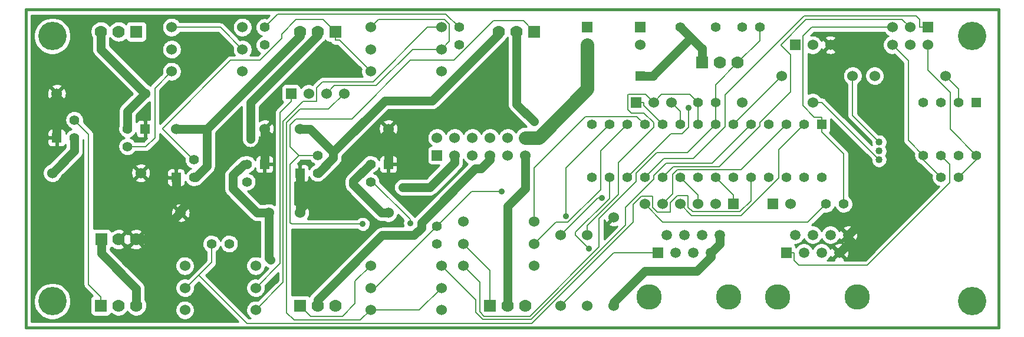
<source format=gbl>
G04 (created by PCBNEW-RS274X (2012-01-19 BZR 3256)-stable) date 4/14/2012 10:50:50 AM*
G01*
G70*
G90*
%MOIN*%
G04 Gerber Fmt 3.4, Leading zero omitted, Abs format*
%FSLAX34Y34*%
G04 APERTURE LIST*
%ADD10C,0.006000*%
%ADD11C,0.015000*%
%ADD12R,0.055000X0.055000*%
%ADD13C,0.055000*%
%ADD14R,0.070000X0.070000*%
%ADD15C,0.070000*%
%ADD16C,0.060000*%
%ADD17R,0.060000X0.060000*%
%ADD18C,0.040000*%
%ADD19C,0.143700*%
%ADD20R,0.059100X0.059100*%
%ADD21C,0.059100*%
%ADD22C,0.160000*%
%ADD23C,0.035000*%
%ADD24C,0.075000*%
%ADD25C,0.008000*%
%ADD26C,0.050000*%
%ADD27C,0.010000*%
G04 APERTURE END LIST*
G54D10*
G54D11*
X00000Y-18000D02*
X00000Y00000D01*
X55000Y-18000D02*
X00000Y-18000D01*
X55000Y00000D02*
X55000Y-18000D01*
X00000Y00000D02*
X55000Y00000D01*
G54D12*
X13500Y-08750D03*
G54D13*
X12500Y-08750D03*
X12500Y-09750D03*
G54D12*
X06750Y-06750D03*
G54D13*
X05750Y-06750D03*
X05750Y-07750D03*
G54D12*
X01750Y-07250D03*
G54D13*
X02750Y-07250D03*
X02750Y-06250D03*
G54D12*
X20500Y-08750D03*
G54D13*
X19500Y-08750D03*
X19500Y-09750D03*
G54D12*
X08500Y-09500D03*
G54D13*
X09500Y-09500D03*
X09500Y-08500D03*
G54D12*
X15500Y-09250D03*
G54D13*
X16500Y-09250D03*
X16500Y-08250D03*
G54D14*
X15500Y-16750D03*
G54D15*
X16500Y-16750D03*
X17500Y-16750D03*
G54D14*
X06250Y-01250D03*
G54D15*
X05250Y-01250D03*
X04250Y-01250D03*
G54D14*
X26250Y-16750D03*
G54D15*
X27250Y-16750D03*
X28250Y-16750D03*
G54D14*
X28750Y-01250D03*
G54D15*
X27750Y-01250D03*
X26750Y-01250D03*
G54D14*
X04250Y-16750D03*
G54D15*
X05250Y-16750D03*
X06250Y-16750D03*
G54D14*
X17500Y-01250D03*
G54D15*
X16500Y-01250D03*
X15500Y-01250D03*
G54D16*
X20500Y-06750D03*
X15500Y-06750D03*
X15500Y-11500D03*
X20500Y-11500D03*
X13500Y-06750D03*
X08500Y-06750D03*
X06500Y-09250D03*
X01500Y-09250D03*
X33250Y-16750D03*
X33250Y-11750D03*
X01750Y-04750D03*
X06750Y-04750D03*
X08750Y-11500D03*
X13750Y-11500D03*
G54D15*
X06234Y-13000D03*
X05250Y-13000D03*
G54D14*
X04266Y-13000D03*
G54D17*
X23250Y-08250D03*
G54D16*
X23250Y-07250D03*
X24250Y-08250D03*
X24250Y-07250D03*
X25250Y-08250D03*
X25250Y-07250D03*
X26250Y-08250D03*
X26250Y-07250D03*
X27250Y-08250D03*
X27250Y-07250D03*
X28250Y-08250D03*
X28250Y-07250D03*
G54D17*
X51000Y-01000D03*
G54D16*
X51000Y-02000D03*
X50000Y-01000D03*
X50000Y-02000D03*
X49000Y-01000D03*
X49000Y-02000D03*
G54D17*
X34500Y-05250D03*
G54D16*
X35500Y-05250D03*
X36500Y-05250D03*
G54D17*
X31750Y-01000D03*
G54D16*
X31750Y-02000D03*
G54D17*
X34750Y-01000D03*
G54D16*
X34750Y-02000D03*
G54D17*
X42250Y-11000D03*
G54D16*
X43250Y-11000D03*
G54D17*
X40000Y-11000D03*
G54D16*
X39000Y-11000D03*
X38000Y-11000D03*
X37000Y-11000D03*
X36000Y-11000D03*
X35000Y-11000D03*
G54D12*
X53750Y-05250D03*
G54D13*
X52750Y-05250D03*
X51750Y-05250D03*
X50750Y-05250D03*
X50750Y-08250D03*
X51750Y-08250D03*
X52750Y-08250D03*
X53750Y-08250D03*
X44000Y-06500D03*
X43000Y-06500D03*
X42000Y-06500D03*
X41000Y-06500D03*
X40000Y-06500D03*
X39000Y-06500D03*
X38000Y-06500D03*
X37000Y-06500D03*
X36000Y-06500D03*
X35000Y-06500D03*
X34000Y-06500D03*
X33000Y-06500D03*
X32000Y-06500D03*
G54D12*
X45000Y-06500D03*
G54D13*
X32000Y-09500D03*
X33000Y-09500D03*
X34000Y-09500D03*
X35000Y-09500D03*
X36000Y-09500D03*
X37000Y-09500D03*
X38000Y-09500D03*
X39000Y-09500D03*
X40000Y-09500D03*
X41000Y-09500D03*
X42000Y-09500D03*
X43000Y-09500D03*
X44000Y-09500D03*
X45000Y-09500D03*
G54D12*
X34750Y-03750D03*
G54D13*
X31750Y-03750D03*
X45250Y-11000D03*
X46250Y-11000D03*
X23250Y-13250D03*
X23250Y-12250D03*
X24500Y-01000D03*
X24500Y-02000D03*
X13500Y-01000D03*
X13500Y-02000D03*
X11500Y-13250D03*
X10500Y-13250D03*
X52750Y-09500D03*
X51750Y-09500D03*
X38000Y-05250D03*
X39000Y-05250D03*
G54D18*
X48250Y-07500D03*
X48250Y-08500D03*
X48250Y-08000D03*
G54D19*
X47000Y-16250D03*
X42500Y-16250D03*
G54D20*
X43000Y-13750D03*
G54D21*
X43500Y-12750D03*
X44000Y-13750D03*
X44500Y-12750D03*
X45000Y-13750D03*
X45500Y-12750D03*
X46000Y-13750D03*
X46500Y-12750D03*
G54D19*
X39750Y-16250D03*
X35250Y-16250D03*
G54D20*
X35750Y-13750D03*
G54D21*
X36250Y-12750D03*
X36750Y-13750D03*
X37250Y-12750D03*
X37750Y-13750D03*
X38250Y-12750D03*
X38750Y-13750D03*
X39250Y-12750D03*
G54D13*
X37000Y-01000D03*
X39000Y-01000D03*
X41500Y-01000D03*
X40500Y-01000D03*
G54D16*
X30250Y-16750D03*
X30250Y-12750D03*
X48000Y-03750D03*
X52000Y-03750D03*
X31750Y-16750D03*
X31750Y-12750D03*
X12250Y-03500D03*
X08250Y-03500D03*
X23500Y-14500D03*
X19500Y-14500D03*
X13000Y-17000D03*
X09000Y-17000D03*
X09000Y-15750D03*
X13000Y-15750D03*
X12250Y-01000D03*
X08250Y-01000D03*
X08250Y-02250D03*
X12250Y-02250D03*
X23500Y-01000D03*
X19500Y-01000D03*
X19500Y-02250D03*
X23500Y-02250D03*
X23500Y-17000D03*
X19500Y-17000D03*
X19500Y-15750D03*
X23500Y-15750D03*
X28750Y-13250D03*
X24750Y-13250D03*
X28750Y-12000D03*
X24750Y-12000D03*
X40500Y-05250D03*
X44500Y-05250D03*
X42750Y-03750D03*
X46750Y-03750D03*
X23500Y-03500D03*
X19500Y-03500D03*
X13000Y-14500D03*
X09000Y-14500D03*
X28750Y-14500D03*
X24750Y-14500D03*
G54D14*
X38250Y-03000D03*
G54D15*
X39250Y-03000D03*
X40250Y-03000D03*
G54D17*
X15000Y-04750D03*
G54D16*
X16000Y-04750D03*
X17000Y-04750D03*
X18000Y-04750D03*
G54D17*
X43500Y-02000D03*
G54D16*
X44500Y-02000D03*
X45500Y-02000D03*
G54D22*
X01500Y-01500D03*
X53500Y-01500D03*
X53500Y-16500D03*
X01500Y-16500D03*
G54D23*
X30547Y-11684D03*
X31842Y-13535D03*
X37491Y-05579D03*
G54D18*
X21318Y-10059D03*
X12698Y-07319D03*
X28745Y-06341D03*
G54D23*
X26900Y-10298D03*
X19057Y-12139D03*
X32569Y-10664D03*
X21741Y-12088D03*
G54D18*
X13841Y-14161D03*
G54D24*
X31750Y-02000D02*
X31750Y-03750D01*
X31750Y-04507D02*
X31750Y-03750D01*
X29007Y-07250D02*
X31750Y-04507D01*
X28250Y-07250D02*
X29007Y-07250D01*
G54D25*
X16777Y-04095D02*
X19632Y-04095D01*
X19632Y-04095D02*
X22727Y-01000D01*
X22727Y-01000D02*
X23500Y-01000D01*
X16456Y-04416D02*
X16777Y-04095D01*
X14559Y-15441D02*
X14559Y-06314D01*
X16456Y-05176D02*
X16456Y-04416D01*
X16434Y-05198D02*
X16456Y-05176D01*
X15675Y-05198D02*
X16434Y-05198D01*
X14559Y-06314D02*
X15675Y-05198D01*
X13000Y-17000D02*
X14559Y-15441D01*
X30547Y-08953D02*
X33000Y-06500D01*
X30547Y-11684D02*
X30547Y-08953D01*
X52750Y-04500D02*
X52750Y-05250D01*
X52000Y-03750D02*
X52750Y-04500D01*
X42750Y-03750D02*
X40000Y-06500D01*
X33000Y-10685D02*
X33000Y-09500D01*
X31083Y-12602D02*
X33000Y-10685D01*
X31083Y-12776D02*
X31083Y-12602D01*
X31842Y-13535D02*
X31083Y-12776D01*
X34000Y-09500D02*
X36463Y-07037D01*
X36463Y-07037D02*
X37115Y-07037D01*
X37491Y-06661D02*
X37491Y-05579D01*
X37115Y-07037D02*
X37491Y-06661D01*
X25434Y-16434D02*
X23500Y-14500D01*
X25434Y-17119D02*
X25434Y-16434D01*
X25846Y-17531D02*
X25434Y-17119D01*
X28578Y-17531D02*
X25846Y-17531D01*
X33907Y-12202D02*
X28578Y-17531D01*
X33907Y-11186D02*
X33907Y-12202D01*
X35500Y-09593D02*
X33907Y-11186D01*
X35500Y-09407D02*
X35500Y-09593D01*
X36207Y-08700D02*
X35500Y-09407D01*
X38800Y-08700D02*
X36207Y-08700D01*
X41000Y-06500D02*
X38800Y-08700D01*
X34552Y-06052D02*
X35000Y-06500D01*
X28750Y-12000D02*
X28750Y-08948D01*
X28750Y-08948D02*
X31646Y-06052D01*
X31646Y-06052D02*
X34552Y-06052D01*
X32500Y-08000D02*
X34000Y-06500D01*
X32500Y-10183D02*
X32500Y-08000D01*
X30661Y-12022D02*
X32500Y-10183D01*
X29978Y-12022D02*
X30661Y-12022D01*
X28750Y-13250D02*
X29978Y-12022D01*
G54D26*
X22844Y-10059D02*
X21318Y-10059D01*
X24250Y-08653D02*
X22844Y-10059D01*
X24250Y-08250D02*
X24250Y-08653D01*
X12698Y-05279D02*
X12698Y-07319D01*
X16500Y-01477D02*
X12698Y-05279D01*
X16500Y-01250D02*
X16500Y-01477D01*
X21942Y-12778D02*
X22369Y-12351D01*
X22369Y-12060D02*
X25425Y-09004D01*
X20147Y-12778D02*
X21942Y-12778D01*
X25425Y-09004D02*
X25739Y-09004D01*
X16500Y-16750D02*
X16500Y-16425D01*
X22369Y-12351D02*
X22369Y-12060D01*
X16500Y-16425D02*
X20147Y-12778D01*
X25739Y-09004D02*
X26250Y-08493D01*
X26250Y-08493D02*
X26250Y-08250D01*
X27750Y-05346D02*
X27750Y-01250D01*
X28745Y-06341D02*
X27750Y-05346D01*
X28250Y-08250D02*
X28250Y-10123D01*
X28250Y-10123D02*
X27250Y-11123D01*
X27250Y-11123D02*
X27250Y-16750D01*
G54D25*
X51000Y-01000D02*
X50557Y-01000D01*
X36073Y-08427D02*
X35000Y-09500D01*
X37760Y-08427D02*
X36073Y-08427D01*
X39559Y-06628D02*
X37760Y-08427D01*
X39559Y-04827D02*
X39559Y-06628D01*
X44012Y-00374D02*
X39559Y-04827D01*
X50352Y-00374D02*
X44012Y-00374D01*
X50557Y-00579D02*
X50352Y-00374D01*
X50557Y-01000D02*
X50557Y-00579D01*
X45000Y-06500D02*
X45000Y-06082D01*
X44447Y-01000D02*
X49000Y-01000D01*
X43945Y-01502D02*
X44447Y-01000D01*
X43945Y-05445D02*
X43945Y-01502D01*
X44582Y-06082D02*
X43945Y-05445D01*
X45000Y-06500D02*
X45000Y-06918D01*
X46250Y-11000D02*
X46250Y-08168D01*
X45000Y-06082D02*
X44582Y-06082D01*
X46250Y-08168D02*
X45000Y-06918D01*
X42567Y-09524D02*
X42567Y-07933D01*
X42567Y-07933D02*
X44000Y-06500D01*
X37000Y-11000D02*
X37661Y-11661D01*
X37661Y-11661D02*
X40430Y-11661D01*
X40430Y-11661D02*
X42567Y-09524D01*
X49557Y-00557D02*
X44121Y-00557D01*
X36617Y-08883D02*
X36000Y-09500D01*
X39221Y-08883D02*
X36617Y-08883D01*
X44121Y-00557D02*
X42697Y-01981D01*
X42697Y-01981D02*
X42697Y-02013D01*
X42697Y-02013D02*
X43233Y-02549D01*
X43233Y-02549D02*
X43233Y-04647D01*
X43233Y-04647D02*
X41500Y-06380D01*
X41500Y-06380D02*
X41500Y-06604D01*
X50000Y-01000D02*
X49557Y-00557D01*
X41500Y-06604D02*
X39221Y-08883D01*
X35434Y-10551D02*
X35456Y-10573D01*
X35456Y-10573D02*
X35456Y-11195D01*
X35713Y-11452D02*
X36434Y-11452D01*
X36434Y-11452D02*
X36456Y-11430D01*
X12506Y-17756D02*
X28614Y-17756D01*
X09780Y-15030D02*
X12506Y-17756D01*
X34335Y-11019D02*
X34803Y-10551D01*
X36456Y-11430D02*
X36456Y-10916D01*
X34335Y-12035D02*
X34335Y-11019D01*
X28614Y-17756D02*
X34335Y-12035D01*
X34803Y-10551D02*
X35434Y-10551D01*
X35456Y-11195D02*
X35713Y-11452D01*
X10500Y-13250D02*
X10500Y-14310D01*
X37705Y-11444D02*
X40386Y-11444D01*
X10500Y-14310D02*
X09780Y-15030D01*
X09780Y-15030D02*
X09060Y-15750D01*
X41000Y-10830D02*
X41000Y-09500D01*
X36834Y-10538D02*
X37434Y-10538D01*
X36456Y-10916D02*
X36834Y-10538D01*
X37456Y-11195D02*
X37705Y-11444D01*
X37434Y-10538D02*
X37456Y-10560D01*
X37456Y-10560D02*
X37456Y-11195D01*
X40386Y-11444D02*
X41000Y-10830D01*
X09060Y-15750D02*
X09000Y-15750D01*
X25202Y-10298D02*
X26900Y-10298D01*
X23250Y-12250D02*
X25202Y-10298D01*
X19750Y-15750D02*
X23250Y-12250D01*
X19500Y-15750D02*
X19750Y-15750D01*
X13000Y-15750D02*
X14375Y-14375D01*
X14375Y-14375D02*
X14375Y-05818D01*
X15000Y-04750D02*
X15000Y-05193D01*
X14375Y-05818D02*
X15000Y-05193D01*
X11000Y-01000D02*
X08250Y-01000D01*
X12250Y-02250D02*
X11000Y-01000D01*
X17451Y-04299D02*
X19819Y-04299D01*
X19943Y-00557D02*
X19500Y-01000D01*
X23684Y-00557D02*
X19943Y-00557D01*
X19819Y-04299D02*
X21867Y-02251D01*
X21867Y-02251D02*
X23500Y-02251D01*
X23500Y-02251D02*
X23500Y-02250D01*
X23500Y-02250D02*
X23943Y-01807D01*
X23943Y-01807D02*
X23943Y-00816D01*
X17000Y-04750D02*
X17451Y-04299D01*
X23943Y-00816D02*
X23684Y-00557D01*
X15504Y-05630D02*
X14754Y-06380D01*
X14754Y-06380D02*
X14754Y-17160D01*
X23500Y-15750D02*
X22250Y-17000D01*
X17120Y-05630D02*
X15504Y-05630D01*
X18000Y-04750D02*
X17120Y-05630D01*
X14754Y-17160D02*
X15166Y-17572D01*
X15166Y-17572D02*
X18928Y-17572D01*
X18928Y-17572D02*
X19500Y-17000D01*
X22250Y-17000D02*
X19500Y-17000D01*
X36567Y-10433D02*
X36000Y-11000D01*
X36567Y-09341D02*
X36567Y-10433D01*
X36841Y-09067D02*
X36567Y-09341D01*
X40433Y-09067D02*
X36841Y-09067D01*
X43000Y-06500D02*
X40433Y-09067D01*
G54D26*
X18915Y-07867D02*
X16804Y-09978D01*
X09187Y-10914D02*
X12079Y-08022D01*
X15500Y-09250D02*
X15500Y-09978D01*
X20500Y-07867D02*
X20500Y-06750D01*
X08500Y-09500D02*
X08500Y-10228D01*
X08750Y-11351D02*
X08750Y-11500D01*
X20500Y-08750D02*
X20500Y-07867D01*
X16804Y-09978D02*
X15500Y-09978D01*
X20500Y-07867D02*
X18915Y-07867D01*
X46500Y-13250D02*
X46000Y-13750D01*
X46500Y-12750D02*
X46500Y-13250D01*
X47434Y-02000D02*
X45500Y-02000D01*
X49128Y-03694D02*
X47434Y-02000D01*
X49128Y-10122D02*
X49128Y-03694D01*
X46500Y-12750D02*
X49128Y-10122D01*
X07250Y-13000D02*
X08750Y-11500D01*
X06234Y-13000D02*
X07250Y-13000D01*
X01750Y-04750D02*
X01750Y-07250D01*
X09187Y-10914D02*
X08500Y-10228D01*
X09187Y-10914D02*
X08750Y-11351D01*
X13500Y-08750D02*
X13500Y-08022D01*
X15500Y-09978D02*
X15500Y-11500D01*
X12079Y-08022D02*
X13500Y-08022D01*
X13500Y-08022D02*
X13500Y-06750D01*
G54D25*
X38000Y-06500D02*
X38000Y-05250D01*
X38000Y-05250D02*
X37545Y-04795D01*
X35955Y-04795D02*
X35500Y-05250D01*
X37545Y-04795D02*
X35955Y-04795D01*
X35500Y-05250D02*
X35056Y-04806D01*
X34960Y-05868D02*
X35500Y-06408D01*
X34051Y-04828D02*
X34051Y-05666D01*
X34051Y-05666D02*
X34253Y-05868D01*
X34253Y-05868D02*
X34960Y-05868D01*
X34073Y-04806D02*
X34051Y-04828D01*
X35500Y-06408D02*
X35500Y-06662D01*
X33500Y-10469D02*
X31750Y-12219D01*
X31750Y-12219D02*
X31750Y-12750D01*
X14247Y-00253D02*
X13500Y-01000D01*
X23753Y-00253D02*
X14247Y-00253D01*
X50750Y-08500D02*
X50750Y-08250D01*
X24500Y-01000D02*
X23753Y-00253D01*
X51750Y-09500D02*
X50750Y-08500D01*
X49911Y-07411D02*
X49911Y-02911D01*
X50750Y-08250D02*
X49911Y-07411D01*
X49911Y-02911D02*
X49000Y-02000D01*
X40000Y-10500D02*
X40000Y-11000D01*
X39000Y-09500D02*
X40000Y-10500D01*
X33500Y-08662D02*
X33500Y-10469D01*
X35500Y-06662D02*
X33500Y-08662D01*
X35056Y-04806D02*
X34073Y-04806D01*
X06796Y-07750D02*
X05750Y-07750D01*
X07299Y-07247D02*
X06796Y-07750D01*
X07299Y-04451D02*
X07299Y-07247D01*
X08250Y-03500D02*
X07299Y-04451D01*
G54D26*
X05750Y-05750D02*
X05750Y-06750D01*
X06750Y-04750D02*
X05750Y-05750D01*
X04250Y-02250D02*
X06750Y-04750D01*
X04250Y-01250D02*
X04250Y-02250D01*
G54D25*
X15285Y-00578D02*
X14479Y-01384D01*
X17500Y-01250D02*
X16828Y-00578D01*
X17743Y-01743D02*
X17500Y-01743D01*
X17500Y-01250D02*
X17500Y-01743D01*
X19500Y-03500D02*
X17743Y-01743D01*
X16828Y-00578D02*
X15285Y-00578D01*
X14479Y-01384D02*
X14479Y-01636D01*
X09479Y-08500D02*
X09500Y-08500D01*
X11582Y-02875D02*
X07734Y-06723D01*
X13240Y-02875D02*
X11582Y-02875D01*
X14479Y-01636D02*
X13240Y-02875D01*
X07734Y-06723D02*
X07734Y-06755D01*
X07734Y-06755D02*
X09479Y-08500D01*
G54D26*
X15500Y-01481D02*
X10231Y-06750D01*
X15500Y-01250D02*
X15500Y-01481D01*
X08500Y-06750D02*
X10231Y-06750D01*
X09606Y-09500D02*
X09500Y-09500D01*
X10231Y-08875D02*
X09606Y-09500D01*
X10231Y-06750D02*
X10231Y-08875D01*
G54D25*
X45000Y-05250D02*
X48250Y-08500D01*
X44500Y-05250D02*
X45000Y-05250D01*
X46750Y-06000D02*
X48250Y-07500D01*
X46750Y-03750D02*
X46750Y-06000D01*
X03550Y-15557D02*
X04250Y-16257D01*
X04250Y-16750D02*
X04250Y-16257D01*
X02750Y-06250D02*
X03550Y-07050D01*
X03550Y-07050D02*
X03550Y-15557D01*
G54D26*
X02750Y-08000D02*
X02750Y-07250D01*
X01500Y-09250D02*
X02750Y-08000D01*
X04266Y-13000D02*
X04266Y-13803D01*
X04266Y-13803D02*
X06250Y-15787D01*
X06250Y-15787D02*
X06250Y-16750D01*
G54D25*
X19057Y-12139D02*
X15030Y-12139D01*
X15440Y-08250D02*
X14938Y-07748D01*
X14938Y-08752D02*
X15440Y-08250D01*
X15030Y-12139D02*
X14938Y-12047D01*
X14938Y-12047D02*
X14938Y-08752D01*
X14938Y-07748D02*
X14938Y-06521D01*
X28139Y-00639D02*
X28750Y-01250D01*
X26454Y-00639D02*
X28139Y-00639D01*
X16500Y-08250D02*
X15440Y-08250D01*
X24218Y-02875D02*
X26454Y-00639D01*
X18442Y-06195D02*
X21762Y-02875D01*
X21762Y-02875D02*
X24218Y-02875D01*
X15264Y-06195D02*
X18442Y-06195D01*
X14938Y-06521D02*
X15264Y-06195D01*
G54D26*
X16065Y-06750D02*
X17392Y-08077D01*
X15500Y-06750D02*
X16065Y-06750D01*
X20306Y-05163D02*
X17392Y-08077D01*
X22980Y-05163D02*
X20306Y-05163D01*
X26750Y-01393D02*
X22980Y-05163D01*
X26750Y-01250D02*
X26750Y-01393D01*
X16532Y-09250D02*
X16500Y-09250D01*
X17392Y-08390D02*
X16532Y-09250D01*
X17392Y-08077D02*
X17392Y-08390D01*
G54D25*
X30250Y-12750D02*
X32336Y-10664D01*
X32336Y-10664D02*
X32569Y-10664D01*
X44223Y-12027D02*
X45250Y-11000D01*
X36027Y-12027D02*
X44223Y-12027D01*
X35000Y-11000D02*
X36027Y-12027D01*
G54D26*
X39250Y-13250D02*
X38750Y-13750D01*
X37950Y-14800D02*
X35001Y-14800D01*
X38750Y-14000D02*
X37950Y-14800D01*
X38750Y-13750D02*
X38750Y-14000D01*
X33250Y-16551D02*
X33250Y-16750D01*
X39250Y-12750D02*
X39250Y-13250D01*
X35001Y-14800D02*
X33250Y-16551D01*
G54D25*
X30250Y-16750D02*
X33250Y-13750D01*
X33250Y-13750D02*
X35750Y-13750D01*
X43000Y-13750D02*
X43439Y-13750D01*
X43439Y-13750D02*
X43439Y-14188D01*
X43439Y-14188D02*
X43727Y-14476D01*
X43727Y-14476D02*
X47584Y-14476D01*
X47584Y-14476D02*
X52250Y-09810D01*
X52250Y-09810D02*
X52250Y-08750D01*
X52250Y-08750D02*
X51750Y-08250D01*
X34943Y-05443D02*
X34943Y-05250D01*
X36000Y-06500D02*
X34943Y-05443D01*
X34500Y-05250D02*
X34943Y-05250D01*
X37000Y-05750D02*
X36500Y-05250D01*
X37000Y-06500D02*
X37000Y-05750D01*
X19618Y-09750D02*
X19500Y-09750D01*
X26250Y-16257D02*
X26250Y-14750D01*
X21741Y-12088D02*
X21741Y-11873D01*
X21741Y-11873D02*
X19618Y-09750D01*
X26250Y-16750D02*
X26250Y-16257D01*
X26250Y-14750D02*
X24750Y-13250D01*
G54D26*
X19469Y-08750D02*
X19500Y-08750D01*
X18521Y-09698D02*
X19469Y-08750D01*
X18521Y-09904D02*
X18521Y-09698D01*
X20500Y-11500D02*
X20117Y-11500D01*
X20117Y-11500D02*
X18521Y-09904D01*
G54D25*
X19500Y-14500D02*
X18626Y-15374D01*
X18626Y-16636D02*
X17914Y-17348D01*
X18626Y-15374D02*
X18626Y-16636D01*
X16098Y-17348D02*
X15500Y-16750D01*
X17914Y-17348D02*
X16098Y-17348D01*
G54D26*
X11717Y-09379D02*
X11717Y-10134D01*
X12500Y-08750D02*
X12346Y-08750D01*
X12346Y-08750D02*
X11717Y-09379D01*
X13750Y-14070D02*
X13841Y-14161D01*
X13750Y-11500D02*
X13750Y-14070D01*
X13083Y-11500D02*
X13750Y-11500D01*
X11717Y-10134D02*
X13083Y-11500D01*
X38250Y-03000D02*
X38250Y-02197D01*
X37599Y-01598D02*
X37000Y-01000D01*
X35478Y-03719D02*
X35478Y-03750D01*
X37599Y-01598D02*
X35478Y-03719D01*
X34750Y-03750D02*
X35478Y-03750D01*
X38198Y-02197D02*
X37599Y-01598D01*
X38250Y-02197D02*
X38198Y-02197D01*
G54D25*
X32413Y-11816D02*
X32413Y-13436D01*
X34500Y-09261D02*
X34500Y-09729D01*
X25923Y-17348D02*
X25683Y-17108D01*
X32413Y-13436D02*
X28501Y-17348D01*
X28501Y-17348D02*
X25923Y-17348D01*
X34500Y-09729D02*
X32413Y-11816D01*
X25683Y-17108D02*
X25683Y-15433D01*
X35676Y-08085D02*
X34500Y-09261D01*
X39000Y-06500D02*
X37415Y-08085D01*
X37415Y-08085D02*
X35676Y-08085D01*
X25683Y-15433D02*
X24750Y-14500D01*
X39000Y-05250D02*
X39000Y-06500D01*
X39000Y-04250D02*
X39000Y-05250D01*
X38000Y-11000D02*
X38000Y-10500D01*
X38000Y-10500D02*
X37000Y-09500D01*
X40250Y-03000D02*
X39000Y-04250D01*
X51000Y-02000D02*
X51000Y-03439D01*
X53750Y-08500D02*
X53750Y-08250D01*
X52268Y-04707D02*
X52268Y-06768D01*
X52268Y-06768D02*
X53750Y-08250D01*
X52750Y-09500D02*
X53750Y-08500D01*
X51000Y-03439D02*
X52268Y-04707D01*
X41500Y-01000D02*
X41500Y-01750D01*
X41500Y-01750D02*
X40250Y-03000D01*
G54D27*
X07009Y-05235D02*
X07009Y-05235D01*
X06892Y-05315D02*
X07009Y-05315D01*
X06812Y-05395D02*
X07009Y-05395D01*
X06732Y-05475D02*
X07009Y-05475D01*
X06652Y-05555D02*
X07009Y-05555D01*
X06572Y-05635D02*
X07009Y-05635D01*
X06492Y-05715D02*
X07009Y-05715D01*
X06412Y-05795D02*
X07009Y-05795D01*
X06332Y-05875D02*
X07009Y-05875D01*
X06252Y-05955D02*
X07009Y-05955D01*
X06250Y-06035D02*
X07009Y-06035D01*
X06250Y-06115D02*
X07009Y-06115D01*
X06250Y-06195D02*
X07009Y-06195D01*
X06250Y-06275D02*
X06324Y-06275D01*
X06688Y-06275D02*
X06812Y-06275D01*
X06250Y-06355D02*
X06254Y-06355D01*
X06700Y-06355D02*
X06800Y-06355D01*
X06700Y-06435D02*
X06800Y-06435D01*
X06700Y-06515D02*
X06800Y-06515D01*
X06700Y-06595D02*
X06800Y-06595D01*
X06700Y-06675D02*
X06800Y-06675D01*
X06700Y-06755D02*
X06800Y-06755D01*
X06700Y-06835D02*
X06800Y-06835D01*
X06700Y-06915D02*
X06800Y-06915D01*
X06215Y-06995D02*
X06225Y-06995D01*
X06700Y-06995D02*
X06800Y-06995D01*
X06162Y-07075D02*
X06230Y-07075D01*
X06700Y-07075D02*
X06800Y-07075D01*
X06085Y-07155D02*
X06261Y-07155D01*
X06700Y-07155D02*
X06800Y-07155D01*
X05948Y-07235D02*
X06340Y-07235D01*
X06678Y-07235D02*
X06822Y-07235D01*
X06042Y-07315D02*
X06820Y-07315D01*
X06135Y-07395D02*
X06740Y-07395D01*
X00325Y-00325D02*
X13765Y-00325D01*
X00325Y-00405D02*
X13684Y-00405D01*
X00325Y-00485D02*
X01217Y-00485D01*
X01777Y-00485D02*
X08059Y-00485D01*
X08441Y-00485D02*
X12059Y-00485D01*
X12441Y-00485D02*
X13405Y-00485D01*
X13598Y-00485D02*
X13604Y-00485D01*
X00325Y-00565D02*
X01011Y-00565D01*
X01985Y-00565D02*
X07911Y-00565D01*
X08587Y-00565D02*
X11911Y-00565D01*
X12587Y-00565D02*
X13206Y-00565D01*
X00325Y-00645D02*
X00889Y-00645D01*
X02109Y-00645D02*
X07828Y-00645D01*
X08671Y-00645D02*
X11828Y-00645D01*
X12671Y-00645D02*
X13113Y-00645D01*
X00325Y-00725D02*
X00791Y-00725D01*
X02210Y-00725D02*
X03958Y-00725D01*
X04543Y-00725D02*
X04958Y-00725D01*
X05543Y-00725D02*
X05722Y-00725D01*
X06778Y-00725D02*
X07773Y-00725D01*
X11089Y-00725D02*
X11773Y-00725D01*
X12726Y-00725D02*
X13053Y-00725D01*
X00325Y-00805D02*
X00709Y-00805D01*
X02290Y-00805D02*
X03848Y-00805D01*
X04652Y-00805D02*
X04848Y-00805D01*
X05652Y-00805D02*
X05667Y-00805D01*
X06831Y-00805D02*
X07736Y-00805D01*
X11215Y-00805D02*
X11736Y-00805D01*
X12763Y-00805D02*
X13013Y-00805D01*
X00325Y-00885D02*
X00648Y-00885D01*
X02352Y-00885D02*
X03773Y-00885D01*
X04726Y-00885D02*
X04773Y-00885D01*
X06850Y-00885D02*
X07713Y-00885D01*
X11295Y-00885D02*
X11713Y-00885D01*
X12786Y-00885D02*
X12988Y-00885D01*
X00325Y-00965D02*
X00593Y-00965D01*
X02405Y-00965D02*
X03719Y-00965D01*
X06850Y-00965D02*
X07701Y-00965D01*
X11375Y-00965D02*
X11701Y-00965D01*
X12799Y-00965D02*
X12799Y-00965D01*
X12799Y-00965D02*
X12976Y-00965D01*
X00325Y-01045D02*
X00552Y-01045D01*
X02448Y-01045D02*
X03685Y-01045D01*
X06850Y-01045D02*
X07700Y-01045D01*
X11455Y-01045D02*
X11700Y-01045D01*
X12798Y-01045D02*
X12799Y-01045D01*
X12799Y-01045D02*
X12976Y-01045D01*
X00325Y-01125D02*
X00518Y-01125D01*
X02481Y-01125D02*
X03664Y-01125D01*
X06850Y-01125D02*
X07715Y-01125D01*
X11535Y-01125D02*
X11715Y-01125D01*
X12785Y-01125D02*
X12799Y-01125D01*
X12799Y-01125D02*
X12991Y-01125D01*
X00325Y-01205D02*
X00488Y-01205D01*
X02511Y-01205D02*
X03651Y-01205D01*
X06850Y-01205D02*
X07741Y-01205D01*
X11615Y-01205D02*
X11741Y-01205D01*
X12761Y-01205D02*
X12799Y-01205D01*
X12799Y-01205D02*
X13018Y-01205D01*
X00325Y-01285D02*
X00472Y-01285D01*
X02527Y-01285D02*
X03650Y-01285D01*
X06850Y-01285D02*
X07781Y-01285D01*
X11695Y-01285D02*
X11781Y-01285D01*
X12721Y-01285D02*
X12799Y-01285D01*
X12799Y-01285D02*
X13061Y-01285D01*
X00325Y-01365D02*
X00455Y-01365D01*
X02543Y-01365D02*
X03662Y-01365D01*
X06850Y-01365D02*
X07840Y-01365D01*
X08663Y-01365D02*
X10955Y-01365D01*
X11775Y-01365D02*
X11840Y-01365D01*
X12663Y-01365D02*
X12799Y-01365D01*
X12799Y-01365D02*
X13124Y-01365D01*
X00325Y-01445D02*
X00451Y-01445D01*
X02550Y-01445D02*
X02550Y-01445D01*
X02550Y-01445D02*
X03683Y-01445D01*
X06850Y-01445D02*
X07929Y-01445D01*
X08575Y-01445D02*
X11035Y-01445D01*
X11855Y-01445D02*
X11929Y-01445D01*
X12575Y-01445D02*
X12799Y-01445D01*
X12799Y-01445D02*
X13223Y-01445D01*
X00325Y-01525D02*
X00449Y-01525D01*
X02549Y-01525D02*
X02550Y-01525D01*
X02550Y-01525D02*
X03715Y-01525D01*
X06850Y-01525D02*
X08080Y-01525D01*
X08415Y-01525D02*
X11115Y-01525D01*
X11935Y-01525D02*
X12080Y-01525D01*
X12415Y-01525D02*
X12799Y-01525D01*
X12799Y-01525D02*
X13275Y-01525D01*
X00325Y-01605D02*
X00453Y-01605D01*
X02548Y-01605D02*
X02550Y-01605D01*
X02550Y-01605D02*
X03750Y-01605D01*
X04750Y-01605D02*
X04766Y-01605D01*
X06850Y-01605D02*
X11195Y-01605D01*
X12015Y-01605D02*
X12799Y-01605D01*
X12799Y-01605D02*
X13153Y-01605D01*
X00325Y-01685D02*
X00467Y-01685D01*
X02535Y-01685D02*
X02550Y-01685D01*
X02550Y-01685D02*
X03750Y-01685D01*
X04750Y-01685D02*
X04837Y-01685D01*
X05661Y-01685D02*
X05664Y-01685D01*
X06836Y-01685D02*
X11275Y-01685D01*
X12095Y-01685D02*
X12799Y-01685D01*
X12799Y-01685D02*
X13080Y-01685D01*
X00325Y-01765D02*
X00482Y-01765D01*
X02517Y-01765D02*
X02550Y-01765D01*
X02550Y-01765D02*
X03750Y-01765D01*
X04750Y-01765D02*
X04942Y-01765D01*
X05557Y-01765D02*
X05712Y-01765D01*
X06788Y-01765D02*
X07987Y-01765D01*
X08512Y-01765D02*
X11355Y-01765D01*
X12512Y-01765D02*
X12799Y-01765D01*
X12799Y-01765D02*
X13030Y-01765D01*
X16908Y-01765D02*
X16962Y-01765D01*
X00325Y-01845D02*
X00508Y-01845D01*
X02496Y-01845D02*
X02550Y-01845D01*
X02550Y-01845D02*
X03750Y-01845D01*
X04750Y-01845D02*
X05166Y-01845D01*
X05325Y-01845D02*
X05849Y-01845D01*
X06651Y-01845D02*
X07878Y-01845D01*
X08621Y-01845D02*
X11435Y-01845D01*
X12621Y-01845D02*
X12799Y-01845D01*
X12799Y-01845D02*
X12996Y-01845D01*
X16839Y-01845D02*
X17099Y-01845D01*
X00325Y-01925D02*
X00540Y-01925D01*
X02460Y-01925D02*
X02550Y-01925D01*
X02550Y-01925D02*
X03750Y-01925D01*
X04750Y-01925D02*
X07807Y-01925D01*
X08693Y-01925D02*
X11515Y-01925D01*
X12693Y-01925D02*
X12799Y-01925D01*
X12799Y-01925D02*
X12980Y-01925D01*
X16759Y-01925D02*
X17276Y-01925D01*
X00325Y-02005D02*
X00577Y-02005D01*
X02425Y-02005D02*
X02550Y-02005D01*
X02550Y-02005D02*
X03750Y-02005D01*
X04750Y-02005D02*
X07757Y-02005D01*
X08742Y-02005D02*
X11595Y-02005D01*
X12742Y-02005D02*
X12799Y-02005D01*
X12799Y-02005D02*
X12975Y-02005D01*
X16679Y-02005D02*
X17378Y-02005D01*
X00325Y-02085D02*
X00629Y-02085D01*
X02373Y-02085D02*
X02550Y-02085D01*
X02550Y-02085D02*
X03750Y-02085D01*
X04792Y-02085D02*
X07723Y-02085D01*
X08775Y-02085D02*
X11675Y-02085D01*
X12775Y-02085D02*
X12799Y-02085D01*
X12799Y-02085D02*
X12983Y-02085D01*
X16599Y-02085D02*
X17675Y-02085D01*
X00325Y-02165D02*
X00683Y-02165D01*
X02316Y-02165D02*
X02550Y-02165D01*
X02550Y-02165D02*
X03750Y-02165D01*
X04872Y-02165D02*
X07706Y-02165D01*
X08792Y-02165D02*
X11706Y-02165D01*
X12792Y-02165D02*
X12799Y-02165D01*
X12799Y-02165D02*
X13002Y-02165D01*
X16519Y-02165D02*
X17755Y-02165D01*
X00325Y-02245D02*
X00760Y-02245D01*
X02241Y-02245D02*
X02550Y-02245D01*
X02550Y-02245D02*
X03750Y-02245D01*
X04952Y-02245D02*
X07700Y-02245D01*
X08799Y-02245D02*
X08799Y-02245D01*
X08799Y-02245D02*
X11700Y-02245D01*
X12799Y-02245D02*
X13036Y-02245D01*
X16439Y-02245D02*
X17835Y-02245D01*
X00325Y-02325D02*
X00848Y-02325D01*
X02157Y-02325D02*
X02550Y-02325D01*
X02550Y-02325D02*
X03758Y-02325D01*
X05032Y-02325D02*
X07706Y-02325D01*
X08796Y-02325D02*
X08799Y-02325D01*
X08799Y-02325D02*
X11706Y-02325D01*
X12796Y-02325D02*
X13086Y-02325D01*
X16359Y-02325D02*
X17915Y-02325D01*
X00325Y-02405D02*
X00963Y-02405D01*
X02034Y-02405D02*
X02550Y-02405D01*
X02550Y-02405D02*
X03777Y-02405D01*
X05112Y-02405D02*
X07722Y-02405D01*
X08779Y-02405D02*
X08799Y-02405D01*
X08799Y-02405D02*
X11722Y-02405D01*
X12779Y-02405D02*
X13164Y-02405D01*
X16279Y-02405D02*
X17995Y-02405D01*
X00325Y-02485D02*
X01133Y-02485D01*
X01865Y-02485D02*
X02550Y-02485D01*
X02550Y-02485D02*
X03812Y-02485D01*
X05192Y-02485D02*
X07753Y-02485D01*
X08747Y-02485D02*
X08799Y-02485D01*
X08799Y-02485D02*
X11753Y-02485D01*
X12747Y-02485D02*
X13219Y-02485D01*
X16199Y-02485D02*
X18075Y-02485D01*
X00325Y-02565D02*
X02550Y-02565D01*
X02550Y-02565D02*
X03865Y-02565D01*
X05272Y-02565D02*
X07800Y-02565D01*
X08700Y-02565D02*
X08799Y-02565D01*
X08799Y-02565D02*
X11800Y-02565D01*
X12700Y-02565D02*
X13139Y-02565D01*
X16119Y-02565D02*
X18155Y-02565D01*
X00325Y-02645D02*
X02550Y-02645D01*
X02550Y-02645D02*
X03938Y-02645D01*
X05352Y-02645D02*
X07869Y-02645D01*
X08632Y-02645D02*
X08799Y-02645D01*
X08799Y-02645D02*
X11407Y-02645D01*
X16039Y-02645D02*
X18235Y-02645D01*
X00325Y-02725D02*
X02550Y-02725D01*
X02550Y-02725D02*
X04018Y-02725D01*
X05432Y-02725D02*
X07972Y-02725D01*
X08527Y-02725D02*
X08799Y-02725D01*
X08799Y-02725D02*
X11322Y-02725D01*
X15959Y-02725D02*
X18315Y-02725D01*
X00325Y-02805D02*
X02550Y-02805D01*
X02550Y-02805D02*
X04098Y-02805D01*
X05512Y-02805D02*
X08799Y-02805D01*
X08799Y-02805D02*
X11242Y-02805D01*
X15879Y-02805D02*
X18395Y-02805D01*
X00325Y-02885D02*
X02550Y-02885D01*
X02550Y-02885D02*
X04178Y-02885D01*
X05592Y-02885D02*
X08799Y-02885D01*
X08799Y-02885D02*
X11162Y-02885D01*
X15799Y-02885D02*
X18475Y-02885D01*
X00325Y-02965D02*
X02550Y-02965D01*
X02550Y-02965D02*
X04258Y-02965D01*
X05672Y-02965D02*
X08125Y-02965D01*
X08374Y-02965D02*
X08799Y-02965D01*
X08799Y-02965D02*
X11082Y-02965D01*
X15719Y-02965D02*
X18555Y-02965D01*
X00325Y-03045D02*
X02550Y-03045D01*
X02550Y-03045D02*
X04338Y-03045D01*
X05752Y-03045D02*
X07942Y-03045D01*
X08557Y-03045D02*
X08799Y-03045D01*
X08799Y-03045D02*
X11002Y-03045D01*
X15639Y-03045D02*
X18635Y-03045D01*
X00325Y-03125D02*
X02550Y-03125D01*
X02550Y-03125D02*
X04418Y-03125D01*
X05832Y-03125D02*
X07848Y-03125D01*
X08651Y-03125D02*
X08799Y-03125D01*
X08799Y-03125D02*
X10922Y-03125D01*
X15559Y-03125D02*
X18715Y-03125D01*
X00325Y-03205D02*
X02550Y-03205D01*
X02550Y-03205D02*
X04498Y-03205D01*
X05912Y-03205D02*
X07786Y-03205D01*
X08713Y-03205D02*
X08799Y-03205D01*
X08799Y-03205D02*
X10842Y-03205D01*
X15479Y-03205D02*
X18795Y-03205D01*
X00325Y-03285D02*
X02550Y-03285D01*
X02550Y-03285D02*
X04578Y-03285D01*
X05992Y-03285D02*
X07744Y-03285D01*
X08755Y-03285D02*
X08799Y-03285D01*
X08799Y-03285D02*
X10762Y-03285D01*
X15399Y-03285D02*
X18875Y-03285D01*
X00325Y-03365D02*
X02550Y-03365D01*
X02550Y-03365D02*
X04658Y-03365D01*
X06072Y-03365D02*
X07717Y-03365D01*
X08782Y-03365D02*
X08799Y-03365D01*
X08799Y-03365D02*
X10682Y-03365D01*
X15319Y-03365D02*
X18955Y-03365D01*
X00325Y-03445D02*
X02550Y-03445D01*
X02550Y-03445D02*
X04738Y-03445D01*
X06152Y-03445D02*
X07701Y-03445D01*
X08798Y-03445D02*
X08799Y-03445D01*
X08799Y-03445D02*
X10602Y-03445D01*
X15239Y-03445D02*
X18951Y-03445D01*
X00325Y-03525D02*
X02550Y-03525D01*
X02550Y-03525D02*
X04818Y-03525D01*
X06232Y-03525D02*
X07700Y-03525D01*
X08798Y-03525D02*
X10522Y-03525D01*
X15159Y-03525D02*
X18950Y-03525D01*
X00325Y-03605D02*
X02550Y-03605D01*
X02550Y-03605D02*
X04898Y-03605D01*
X06312Y-03605D02*
X07711Y-03605D01*
X08790Y-03605D02*
X10442Y-03605D01*
X15079Y-03605D02*
X18962Y-03605D01*
X00325Y-03685D02*
X02550Y-03685D01*
X02550Y-03685D02*
X04978Y-03685D01*
X06392Y-03685D02*
X07654Y-03685D01*
X08770Y-03685D02*
X10362Y-03685D01*
X14999Y-03685D02*
X18983Y-03685D01*
X00325Y-03765D02*
X02550Y-03765D01*
X02550Y-03765D02*
X05058Y-03765D01*
X06472Y-03765D02*
X07574Y-03765D01*
X08734Y-03765D02*
X10282Y-03765D01*
X14919Y-03765D02*
X19018Y-03765D01*
X00325Y-03845D02*
X02550Y-03845D01*
X02550Y-03845D02*
X05138Y-03845D01*
X06552Y-03845D02*
X07494Y-03845D01*
X08679Y-03845D02*
X10202Y-03845D01*
X14839Y-03845D02*
X16631Y-03845D01*
X00325Y-03925D02*
X02550Y-03925D01*
X02550Y-03925D02*
X05218Y-03925D01*
X06632Y-03925D02*
X07414Y-03925D01*
X08601Y-03925D02*
X10122Y-03925D01*
X14759Y-03925D02*
X16537Y-03925D01*
X00325Y-04005D02*
X02550Y-04005D01*
X02550Y-04005D02*
X05298Y-04005D01*
X06712Y-04005D02*
X07334Y-04005D01*
X08466Y-04005D02*
X10042Y-04005D01*
X14679Y-04005D02*
X16457Y-04005D01*
X00325Y-04085D02*
X02550Y-04085D01*
X02550Y-04085D02*
X05378Y-04085D01*
X06792Y-04085D02*
X07254Y-04085D01*
X08075Y-04085D02*
X09962Y-04085D01*
X14599Y-04085D02*
X16377Y-04085D01*
X00325Y-04165D02*
X02550Y-04165D01*
X02550Y-04165D02*
X05458Y-04165D01*
X06872Y-04165D02*
X07174Y-04165D01*
X07995Y-04165D02*
X09882Y-04165D01*
X14519Y-04165D02*
X16297Y-04165D01*
X00325Y-04245D02*
X01538Y-04245D01*
X01961Y-04245D02*
X02550Y-04245D01*
X02550Y-04245D02*
X05538Y-04245D01*
X06965Y-04245D02*
X07095Y-04245D01*
X07915Y-04245D02*
X09802Y-04245D01*
X14439Y-04245D02*
X14557Y-04245D01*
X15442Y-04245D02*
X15784Y-04245D01*
X16215Y-04245D02*
X16222Y-04245D01*
X00325Y-04325D02*
X01455Y-04325D01*
X02044Y-04325D02*
X02550Y-04325D01*
X02550Y-04325D02*
X05618Y-04325D01*
X07835Y-04325D02*
X09722Y-04325D01*
X14359Y-04325D02*
X14482Y-04325D01*
X15516Y-04325D02*
X15648Y-04325D01*
X00325Y-04405D02*
X01476Y-04405D01*
X02025Y-04405D02*
X02058Y-04405D01*
X02058Y-04405D02*
X02550Y-04405D01*
X02550Y-04405D02*
X05698Y-04405D01*
X07755Y-04405D02*
X09642Y-04405D01*
X14279Y-04405D02*
X14453Y-04405D01*
X15546Y-04405D02*
X15570Y-04405D01*
X00325Y-04485D02*
X01270Y-04485D01*
X01414Y-04485D02*
X01556Y-04485D01*
X01945Y-04485D02*
X02058Y-04485D01*
X02058Y-04485D02*
X02085Y-04485D01*
X02230Y-04485D02*
X02550Y-04485D01*
X02550Y-04485D02*
X05778Y-04485D01*
X07675Y-04485D02*
X09562Y-04485D01*
X14199Y-04485D02*
X14450Y-04485D01*
X00325Y-04565D02*
X01232Y-04565D01*
X01494Y-04565D02*
X01636Y-04565D01*
X01865Y-04565D02*
X02005Y-04565D01*
X02264Y-04565D02*
X02550Y-04565D01*
X02550Y-04565D02*
X05858Y-04565D01*
X07595Y-04565D02*
X09482Y-04565D01*
X14119Y-04565D02*
X14450Y-04565D01*
X00325Y-04645D02*
X01212Y-04645D01*
X01574Y-04645D02*
X01716Y-04645D01*
X01785Y-04645D02*
X01925Y-04645D01*
X02287Y-04645D02*
X02550Y-04645D01*
X02550Y-04645D02*
X05938Y-04645D01*
X07589Y-04645D02*
X09402Y-04645D01*
X14039Y-04645D02*
X14450Y-04645D01*
X00325Y-04725D02*
X01203Y-04725D01*
X01654Y-04725D02*
X01845Y-04725D01*
X02299Y-04725D02*
X02299Y-04725D01*
X02299Y-04725D02*
X02550Y-04725D01*
X02550Y-04725D02*
X06018Y-04725D01*
X07589Y-04725D02*
X09322Y-04725D01*
X13959Y-04725D02*
X14450Y-04725D01*
X00325Y-04805D02*
X01206Y-04805D01*
X01625Y-04805D02*
X01679Y-04805D01*
X01679Y-04805D02*
X01876Y-04805D01*
X02296Y-04805D02*
X02299Y-04805D01*
X02299Y-04805D02*
X02550Y-04805D01*
X02550Y-04805D02*
X05986Y-04805D01*
X07589Y-04805D02*
X09242Y-04805D01*
X13879Y-04805D02*
X14450Y-04805D01*
X00325Y-04885D02*
X01218Y-04885D01*
X01545Y-04885D02*
X01679Y-04885D01*
X01679Y-04885D02*
X01685Y-04885D01*
X01814Y-04885D02*
X01956Y-04885D01*
X02281Y-04885D02*
X02299Y-04885D01*
X02299Y-04885D02*
X02550Y-04885D01*
X02550Y-04885D02*
X05906Y-04885D01*
X07589Y-04885D02*
X09162Y-04885D01*
X13799Y-04885D02*
X14450Y-04885D01*
X00325Y-04965D02*
X01247Y-04965D01*
X01465Y-04965D02*
X01605Y-04965D01*
X01894Y-04965D02*
X02036Y-04965D01*
X02254Y-04965D02*
X02299Y-04965D01*
X02299Y-04965D02*
X02550Y-04965D01*
X02550Y-04965D02*
X05826Y-04965D01*
X07589Y-04965D02*
X09082Y-04965D01*
X13719Y-04965D02*
X14450Y-04965D01*
X00325Y-05045D02*
X01327Y-05045D01*
X01385Y-05045D02*
X01525Y-05045D01*
X01974Y-05045D02*
X02116Y-05045D01*
X02174Y-05045D02*
X02299Y-05045D01*
X02299Y-05045D02*
X02550Y-05045D01*
X02550Y-05045D02*
X05746Y-05045D01*
X07589Y-05045D02*
X09002Y-05045D01*
X13639Y-05045D02*
X14450Y-05045D01*
X00325Y-05125D02*
X01445Y-05125D01*
X02054Y-05125D02*
X02299Y-05125D01*
X02299Y-05125D02*
X02550Y-05125D01*
X02550Y-05125D02*
X05666Y-05125D01*
X07589Y-05125D02*
X08922Y-05125D01*
X13559Y-05125D02*
X14461Y-05125D01*
X00325Y-05205D02*
X01465Y-05205D01*
X02036Y-05205D02*
X02058Y-05205D01*
X02058Y-05205D02*
X02299Y-05205D01*
X02299Y-05205D02*
X02550Y-05205D01*
X02550Y-05205D02*
X05586Y-05205D01*
X07589Y-05205D02*
X08842Y-05205D01*
X13479Y-05205D02*
X14504Y-05205D01*
X00325Y-05285D02*
X01634Y-05285D01*
X01870Y-05285D02*
X02058Y-05285D01*
X02058Y-05285D02*
X02299Y-05285D01*
X02299Y-05285D02*
X02550Y-05285D01*
X02550Y-05285D02*
X05506Y-05285D01*
X07589Y-05285D02*
X08762Y-05285D01*
X13399Y-05285D02*
X14498Y-05285D01*
X00325Y-05365D02*
X02058Y-05365D01*
X02058Y-05365D02*
X02299Y-05365D01*
X02299Y-05365D02*
X02550Y-05365D01*
X02550Y-05365D02*
X05426Y-05365D01*
X07589Y-05365D02*
X08682Y-05365D01*
X13319Y-05365D02*
X14418Y-05365D01*
X00325Y-05445D02*
X02058Y-05445D01*
X02058Y-05445D02*
X02299Y-05445D01*
X02299Y-05445D02*
X02550Y-05445D01*
X02550Y-05445D02*
X05355Y-05445D01*
X07589Y-05445D02*
X08602Y-05445D01*
X13239Y-05445D02*
X14338Y-05445D01*
X00325Y-05525D02*
X02058Y-05525D01*
X02058Y-05525D02*
X02299Y-05525D01*
X02299Y-05525D02*
X02550Y-05525D01*
X02550Y-05525D02*
X05305Y-05525D01*
X07589Y-05525D02*
X08522Y-05525D01*
X12163Y-05525D02*
X12198Y-05525D01*
X13198Y-05525D02*
X14258Y-05525D01*
X00325Y-05605D02*
X02058Y-05605D01*
X02058Y-05605D02*
X02299Y-05605D01*
X02299Y-05605D02*
X02550Y-05605D01*
X02550Y-05605D02*
X05273Y-05605D01*
X07589Y-05605D02*
X08442Y-05605D01*
X12083Y-05605D02*
X12198Y-05605D01*
X13198Y-05605D02*
X14178Y-05605D01*
X00325Y-05685D02*
X02058Y-05685D01*
X02058Y-05685D02*
X02299Y-05685D01*
X02299Y-05685D02*
X02550Y-05685D01*
X02550Y-05685D02*
X05256Y-05685D01*
X07589Y-05685D02*
X08362Y-05685D01*
X12003Y-05685D02*
X12198Y-05685D01*
X13198Y-05685D02*
X14118Y-05685D01*
X00325Y-05765D02*
X02058Y-05765D01*
X02058Y-05765D02*
X02299Y-05765D01*
X02299Y-05765D02*
X02550Y-05765D01*
X02948Y-05765D02*
X05250Y-05765D01*
X07589Y-05765D02*
X08282Y-05765D01*
X11923Y-05765D02*
X12198Y-05765D01*
X13198Y-05765D02*
X14090Y-05765D01*
X00325Y-05845D02*
X02058Y-05845D01*
X02058Y-05845D02*
X02299Y-05845D01*
X02299Y-05845D02*
X02413Y-05845D01*
X03086Y-05845D02*
X05250Y-05845D01*
X07589Y-05845D02*
X08202Y-05845D01*
X11843Y-05845D02*
X12198Y-05845D01*
X13198Y-05845D02*
X14085Y-05845D01*
X00325Y-05925D02*
X02058Y-05925D01*
X02058Y-05925D02*
X02299Y-05925D01*
X02299Y-05925D02*
X02337Y-05925D01*
X03162Y-05925D02*
X05250Y-05925D01*
X07589Y-05925D02*
X08122Y-05925D01*
X11763Y-05925D02*
X12198Y-05925D01*
X13198Y-05925D02*
X14085Y-05925D01*
X00325Y-06005D02*
X02058Y-06005D01*
X02058Y-06005D02*
X02285Y-06005D01*
X03215Y-06005D02*
X05250Y-06005D01*
X07589Y-06005D02*
X08042Y-06005D01*
X11683Y-06005D02*
X12198Y-06005D01*
X13198Y-06005D02*
X14085Y-06005D01*
X00325Y-06085D02*
X02058Y-06085D01*
X02058Y-06085D02*
X02250Y-06085D01*
X03248Y-06085D02*
X05250Y-06085D01*
X07589Y-06085D02*
X07962Y-06085D01*
X11603Y-06085D02*
X12198Y-06085D01*
X13198Y-06085D02*
X14085Y-06085D01*
X00325Y-06165D02*
X02058Y-06165D01*
X02058Y-06165D02*
X02232Y-06165D01*
X03267Y-06165D02*
X05250Y-06165D01*
X07589Y-06165D02*
X07882Y-06165D01*
X11523Y-06165D02*
X12198Y-06165D01*
X13198Y-06165D02*
X14085Y-06165D01*
X00325Y-06245D02*
X02058Y-06245D01*
X02058Y-06245D02*
X02225Y-06245D01*
X03274Y-06245D02*
X05250Y-06245D01*
X07589Y-06245D02*
X07802Y-06245D01*
X11443Y-06245D02*
X12198Y-06245D01*
X13198Y-06245D02*
X13288Y-06245D01*
X13711Y-06245D02*
X14085Y-06245D01*
X00325Y-06325D02*
X02058Y-06325D01*
X02058Y-06325D02*
X02231Y-06325D01*
X03270Y-06325D02*
X05250Y-06325D01*
X07589Y-06325D02*
X07722Y-06325D01*
X11363Y-06325D02*
X12198Y-06325D01*
X13794Y-06325D02*
X14085Y-06325D01*
X00325Y-06405D02*
X02058Y-06405D01*
X02058Y-06405D02*
X02248Y-06405D01*
X03315Y-06405D02*
X05250Y-06405D01*
X07589Y-06405D02*
X07642Y-06405D01*
X11283Y-06405D02*
X12198Y-06405D01*
X13775Y-06405D02*
X14085Y-06405D01*
X00325Y-06485D02*
X02058Y-06485D01*
X02058Y-06485D02*
X02280Y-06485D01*
X03395Y-06485D02*
X05250Y-06485D01*
X11203Y-06485D02*
X12198Y-06485D01*
X13695Y-06485D02*
X13835Y-06485D01*
X13980Y-06485D02*
X14085Y-06485D01*
X00325Y-06565D02*
X02058Y-06565D01*
X02058Y-06565D02*
X02330Y-06565D01*
X03475Y-06565D02*
X05250Y-06565D01*
X11123Y-06565D02*
X12198Y-06565D01*
X13615Y-06565D02*
X13755Y-06565D01*
X14014Y-06565D02*
X14085Y-06565D01*
X00325Y-06645D02*
X02058Y-06645D01*
X02058Y-06645D02*
X02403Y-06645D01*
X03555Y-06645D02*
X05236Y-06645D01*
X11043Y-06645D02*
X12198Y-06645D01*
X13534Y-06645D02*
X13675Y-06645D01*
X14037Y-06645D02*
X14085Y-06645D01*
X00325Y-06725D02*
X01451Y-06725D01*
X01638Y-06725D02*
X01862Y-06725D01*
X02049Y-06725D02*
X02058Y-06725D01*
X02058Y-06725D02*
X02530Y-06725D01*
X03635Y-06725D02*
X05226Y-06725D01*
X10963Y-06725D02*
X12198Y-06725D01*
X13454Y-06725D02*
X13595Y-06725D01*
X14049Y-06725D02*
X14049Y-06725D01*
X14049Y-06725D02*
X14085Y-06725D01*
X00325Y-06805D02*
X01292Y-06805D01*
X01700Y-06805D02*
X01800Y-06805D01*
X02208Y-06805D02*
X02472Y-06805D01*
X03715Y-06805D02*
X05228Y-06805D01*
X10883Y-06805D02*
X12198Y-06805D01*
X13484Y-06805D02*
X13626Y-06805D01*
X14046Y-06805D02*
X14049Y-06805D01*
X14049Y-06805D02*
X14085Y-06805D01*
X00325Y-06885D02*
X01241Y-06885D01*
X01700Y-06885D02*
X01800Y-06885D01*
X02258Y-06885D02*
X02373Y-06885D01*
X03787Y-06885D02*
X05243Y-06885D01*
X10803Y-06885D02*
X12198Y-06885D01*
X13564Y-06885D02*
X13706Y-06885D01*
X14031Y-06885D02*
X14049Y-06885D01*
X14049Y-06885D02*
X14085Y-06885D01*
X00325Y-06965D02*
X01225Y-06965D01*
X01700Y-06965D02*
X01800Y-06965D01*
X02275Y-06965D02*
X02310Y-06965D01*
X03825Y-06965D02*
X05272Y-06965D01*
X10731Y-06965D02*
X12198Y-06965D01*
X13644Y-06965D02*
X13786Y-06965D01*
X14004Y-06965D02*
X14049Y-06965D01*
X14049Y-06965D02*
X14085Y-06965D01*
X00325Y-07045D02*
X01225Y-07045D01*
X01700Y-07045D02*
X01800Y-07045D01*
X03839Y-07045D02*
X05317Y-07045D01*
X07589Y-07045D02*
X07614Y-07045D01*
X10731Y-07045D02*
X12198Y-07045D01*
X13724Y-07045D02*
X13866Y-07045D01*
X13924Y-07045D02*
X14049Y-07045D01*
X14049Y-07045D02*
X14085Y-07045D01*
X00325Y-07125D02*
X01225Y-07125D01*
X01700Y-07125D02*
X01800Y-07125D01*
X03840Y-07125D02*
X05384Y-07125D01*
X07589Y-07125D02*
X07694Y-07125D01*
X10731Y-07125D02*
X12198Y-07125D01*
X13804Y-07125D02*
X14049Y-07125D01*
X14049Y-07125D02*
X14085Y-07125D01*
X00325Y-07205D02*
X01700Y-07205D01*
X01700Y-07205D02*
X01800Y-07205D01*
X03840Y-07205D02*
X05488Y-07205D01*
X07589Y-07205D02*
X07774Y-07205D01*
X10731Y-07205D02*
X12198Y-07205D01*
X13198Y-07205D02*
X13214Y-07205D01*
X13786Y-07205D02*
X14049Y-07205D01*
X14049Y-07205D02*
X14085Y-07205D01*
X00325Y-07285D02*
X01700Y-07285D01*
X01700Y-07285D02*
X01800Y-07285D01*
X03840Y-07285D02*
X05502Y-07285D01*
X07586Y-07285D02*
X07854Y-07285D01*
X10731Y-07285D02*
X12198Y-07285D01*
X13198Y-07285D02*
X13384Y-07285D01*
X13620Y-07285D02*
X14049Y-07285D01*
X14049Y-07285D02*
X14085Y-07285D01*
X00325Y-07365D02*
X01225Y-07365D01*
X01700Y-07365D02*
X01800Y-07365D01*
X03840Y-07365D02*
X05393Y-07365D01*
X07564Y-07365D02*
X07934Y-07365D01*
X10731Y-07365D02*
X12203Y-07365D01*
X13194Y-07365D02*
X14049Y-07365D01*
X14049Y-07365D02*
X14085Y-07365D01*
X00325Y-07445D02*
X01225Y-07445D01*
X01700Y-07445D02*
X01800Y-07445D01*
X03250Y-07445D02*
X03260Y-07445D01*
X03840Y-07445D02*
X05323Y-07445D01*
X07510Y-07445D02*
X08014Y-07445D01*
X10731Y-07445D02*
X12217Y-07445D01*
X13181Y-07445D02*
X14049Y-07445D01*
X14049Y-07445D02*
X14085Y-07445D01*
X00325Y-07525D02*
X01225Y-07525D01*
X01700Y-07525D02*
X01800Y-07525D01*
X03250Y-07525D02*
X03260Y-07525D01*
X03840Y-07525D02*
X05276Y-07525D01*
X07431Y-07525D02*
X08094Y-07525D01*
X10731Y-07525D02*
X12245Y-07525D01*
X13154Y-07525D02*
X14049Y-07525D01*
X14049Y-07525D02*
X14085Y-07525D01*
X00325Y-07605D02*
X01238Y-07605D01*
X01700Y-07605D02*
X01800Y-07605D01*
X03250Y-07605D02*
X03260Y-07605D01*
X03840Y-07605D02*
X05244Y-07605D01*
X07351Y-07605D02*
X08174Y-07605D01*
X10731Y-07605D02*
X12290Y-07605D01*
X13108Y-07605D02*
X14049Y-07605D01*
X14049Y-07605D02*
X14085Y-07605D01*
X00325Y-07685D02*
X01282Y-07685D01*
X01700Y-07685D02*
X01800Y-07685D01*
X02218Y-07685D02*
X02250Y-07685D01*
X03250Y-07685D02*
X03260Y-07685D01*
X03840Y-07685D02*
X05228Y-07685D01*
X07271Y-07685D02*
X08254Y-07685D01*
X10731Y-07685D02*
X12360Y-07685D01*
X13037Y-07685D02*
X14049Y-07685D01*
X14049Y-07685D02*
X14085Y-07685D01*
X00325Y-07765D02*
X01401Y-07765D01*
X01648Y-07765D02*
X01700Y-07765D01*
X01700Y-07765D02*
X01852Y-07765D01*
X02100Y-07765D02*
X02250Y-07765D01*
X03250Y-07765D02*
X03260Y-07765D01*
X03840Y-07765D02*
X05225Y-07765D01*
X07191Y-07765D02*
X08334Y-07765D01*
X10731Y-07765D02*
X12476Y-07765D01*
X12920Y-07765D02*
X14049Y-07765D01*
X14049Y-07765D02*
X14085Y-07765D01*
X00325Y-07845D02*
X01700Y-07845D01*
X01700Y-07845D02*
X02196Y-07845D01*
X03250Y-07845D02*
X03260Y-07845D01*
X03840Y-07845D02*
X05235Y-07845D01*
X07111Y-07845D02*
X08414Y-07845D01*
X10731Y-07845D02*
X14049Y-07845D01*
X14049Y-07845D02*
X14085Y-07845D01*
X00325Y-07925D02*
X01700Y-07925D01*
X01700Y-07925D02*
X02116Y-07925D01*
X03250Y-07925D02*
X03260Y-07925D01*
X03840Y-07925D02*
X05256Y-07925D01*
X07031Y-07925D02*
X08494Y-07925D01*
X10731Y-07925D02*
X14049Y-07925D01*
X14049Y-07925D02*
X14085Y-07925D01*
X00325Y-08005D02*
X01700Y-08005D01*
X01700Y-08005D02*
X02036Y-08005D01*
X03250Y-08005D02*
X03260Y-08005D01*
X03840Y-08005D02*
X05292Y-08005D01*
X06932Y-08005D02*
X08574Y-08005D01*
X10731Y-08005D02*
X14049Y-08005D01*
X14049Y-08005D02*
X14085Y-08005D01*
X00325Y-08085D02*
X01700Y-08085D01*
X01700Y-08085D02*
X01956Y-08085D01*
X03241Y-08085D02*
X03260Y-08085D01*
X03840Y-08085D02*
X05345Y-08085D01*
X06155Y-08085D02*
X08654Y-08085D01*
X10731Y-08085D02*
X14049Y-08085D01*
X14049Y-08085D02*
X14085Y-08085D01*
X00325Y-08165D02*
X01700Y-08165D01*
X01700Y-08165D02*
X01876Y-08165D01*
X03220Y-08165D02*
X03260Y-08165D01*
X03840Y-08165D02*
X05429Y-08165D01*
X06074Y-08165D02*
X08734Y-08165D01*
X10731Y-08165D02*
X14049Y-08165D01*
X14049Y-08165D02*
X14085Y-08165D01*
X00325Y-08245D02*
X01700Y-08245D01*
X01700Y-08245D02*
X01796Y-08245D01*
X03184Y-08245D02*
X03260Y-08245D01*
X03840Y-08245D02*
X05574Y-08245D01*
X05923Y-08245D02*
X08814Y-08245D01*
X10731Y-08245D02*
X12352Y-08245D01*
X12646Y-08245D02*
X13126Y-08245D01*
X13408Y-08245D02*
X13592Y-08245D01*
X13873Y-08245D02*
X14049Y-08245D01*
X14049Y-08245D02*
X14085Y-08245D01*
X00325Y-08325D02*
X01700Y-08325D01*
X01700Y-08325D02*
X01716Y-08325D01*
X03127Y-08325D02*
X03260Y-08325D01*
X03840Y-08325D02*
X08894Y-08325D01*
X10731Y-08325D02*
X12084Y-08325D01*
X12806Y-08325D02*
X13025Y-08325D01*
X13450Y-08325D02*
X13550Y-08325D01*
X13975Y-08325D02*
X14049Y-08325D01*
X14049Y-08325D02*
X14085Y-08325D01*
X00325Y-08405D02*
X01636Y-08405D01*
X03052Y-08405D02*
X03260Y-08405D01*
X03840Y-08405D02*
X08974Y-08405D01*
X10731Y-08405D02*
X11983Y-08405D01*
X12895Y-08405D02*
X12983Y-08405D01*
X13450Y-08405D02*
X13550Y-08405D01*
X14016Y-08405D02*
X14049Y-08405D01*
X14049Y-08405D02*
X14085Y-08405D01*
X00325Y-08485D02*
X01556Y-08485D01*
X02972Y-08485D02*
X03260Y-08485D01*
X03840Y-08485D02*
X08976Y-08485D01*
X10731Y-08485D02*
X11903Y-08485D01*
X12952Y-08485D02*
X12975Y-08485D01*
X13450Y-08485D02*
X13550Y-08485D01*
X14025Y-08485D02*
X14049Y-08485D01*
X14049Y-08485D02*
X14085Y-08485D01*
X00325Y-08565D02*
X01476Y-08565D01*
X02892Y-08565D02*
X03260Y-08565D01*
X03840Y-08565D02*
X08979Y-08565D01*
X10731Y-08565D02*
X11823Y-08565D01*
X13450Y-08565D02*
X13550Y-08565D01*
X14025Y-08565D02*
X14049Y-08565D01*
X14049Y-08565D02*
X14085Y-08565D01*
X00325Y-08645D02*
X01396Y-08645D01*
X02812Y-08645D02*
X03260Y-08645D01*
X03840Y-08645D02*
X08994Y-08645D01*
X10731Y-08645D02*
X11743Y-08645D01*
X13450Y-08645D02*
X13550Y-08645D01*
X14018Y-08645D02*
X14025Y-08645D01*
X14025Y-08645D02*
X14049Y-08645D01*
X14049Y-08645D02*
X14085Y-08645D01*
X00325Y-08725D02*
X01316Y-08725D01*
X02732Y-08725D02*
X03260Y-08725D01*
X03840Y-08725D02*
X06344Y-08725D01*
X06656Y-08725D02*
X09026Y-08725D01*
X10731Y-08725D02*
X11663Y-08725D01*
X13450Y-08725D02*
X14025Y-08725D01*
X14025Y-08725D02*
X14049Y-08725D01*
X14049Y-08725D02*
X14085Y-08725D01*
X00325Y-08805D02*
X01176Y-08805D01*
X02652Y-08805D02*
X03260Y-08805D01*
X03840Y-08805D02*
X06211Y-08805D01*
X06788Y-08805D02*
X09074Y-08805D01*
X10731Y-08805D02*
X11583Y-08805D01*
X13450Y-08805D02*
X13550Y-08805D01*
X13968Y-08805D02*
X14025Y-08805D01*
X14025Y-08805D02*
X14049Y-08805D01*
X14049Y-08805D02*
X14085Y-08805D01*
X00325Y-08885D02*
X01088Y-08885D01*
X02572Y-08885D02*
X03260Y-08885D01*
X03840Y-08885D02*
X06206Y-08885D01*
X06795Y-08885D02*
X06808Y-08885D01*
X06808Y-08885D02*
X09143Y-08885D01*
X10731Y-08885D02*
X11503Y-08885D01*
X13450Y-08885D02*
X13550Y-08885D01*
X14025Y-08885D02*
X14049Y-08885D01*
X14049Y-08885D02*
X14085Y-08885D01*
X00325Y-08965D02*
X01029Y-08965D01*
X02492Y-08965D02*
X03260Y-08965D01*
X03840Y-08965D02*
X06041Y-08965D01*
X06144Y-08965D02*
X06286Y-08965D01*
X06715Y-08965D02*
X06808Y-08965D01*
X06808Y-08965D02*
X06855Y-08965D01*
X06958Y-08965D02*
X09257Y-08965D01*
X10722Y-08965D02*
X11423Y-08965D01*
X13450Y-08965D02*
X13550Y-08965D01*
X14025Y-08965D02*
X14049Y-08965D01*
X14049Y-08965D02*
X14085Y-08965D01*
X00325Y-09045D02*
X00990Y-09045D01*
X02412Y-09045D02*
X03260Y-09045D01*
X03840Y-09045D02*
X05991Y-09045D01*
X06224Y-09045D02*
X06366Y-09045D01*
X06635Y-09045D02*
X06775Y-09045D01*
X07007Y-09045D02*
X08052Y-09045D01*
X08450Y-09045D02*
X08550Y-09045D01*
X08948Y-09045D02*
X09237Y-09045D01*
X10699Y-09045D02*
X11346Y-09045D01*
X12933Y-09045D02*
X12975Y-09045D01*
X13450Y-09045D02*
X13550Y-09045D01*
X14025Y-09045D02*
X14049Y-09045D01*
X14049Y-09045D02*
X14085Y-09045D01*
X00325Y-09125D02*
X00965Y-09125D01*
X02332Y-09125D02*
X03260Y-09125D01*
X03840Y-09125D02*
X05967Y-09125D01*
X06304Y-09125D02*
X06446Y-09125D01*
X06555Y-09125D02*
X06695Y-09125D01*
X07034Y-09125D02*
X07995Y-09125D01*
X08450Y-09125D02*
X08550Y-09125D01*
X09004Y-09125D02*
X09133Y-09125D01*
X10662Y-09125D02*
X11288Y-09125D01*
X12866Y-09125D02*
X12996Y-09125D01*
X13450Y-09125D02*
X13550Y-09125D01*
X14005Y-09125D02*
X14025Y-09125D01*
X14025Y-09125D02*
X14049Y-09125D01*
X14049Y-09125D02*
X14085Y-09125D01*
X00325Y-09205D02*
X00951Y-09205D01*
X02252Y-09205D02*
X03260Y-09205D01*
X03840Y-09205D02*
X05954Y-09205D01*
X06384Y-09205D02*
X06615Y-09205D01*
X07046Y-09205D02*
X07975Y-09205D01*
X08450Y-09205D02*
X08550Y-09205D01*
X09025Y-09205D02*
X09066Y-09205D01*
X10604Y-09205D02*
X11249Y-09205D01*
X12761Y-09205D02*
X13052Y-09205D01*
X13450Y-09205D02*
X13550Y-09205D01*
X13948Y-09205D02*
X14025Y-09205D01*
X14025Y-09205D02*
X14049Y-09205D01*
X14049Y-09205D02*
X14085Y-09205D01*
X00325Y-09285D02*
X00950Y-09285D01*
X02172Y-09285D02*
X03260Y-09285D01*
X03840Y-09285D02*
X05953Y-09285D01*
X06395Y-09285D02*
X06429Y-09285D01*
X06429Y-09285D02*
X06606Y-09285D01*
X07047Y-09285D02*
X07049Y-09285D01*
X07049Y-09285D02*
X07975Y-09285D01*
X08450Y-09285D02*
X08550Y-09285D01*
X10529Y-09285D02*
X11226Y-09285D01*
X12746Y-09285D02*
X14025Y-09285D01*
X14025Y-09285D02*
X14049Y-09285D01*
X14049Y-09285D02*
X14085Y-09285D01*
X00325Y-09365D02*
X00964Y-09365D01*
X02092Y-09365D02*
X03260Y-09365D01*
X03840Y-09365D02*
X05965Y-09365D01*
X06315Y-09365D02*
X06429Y-09365D01*
X06429Y-09365D02*
X06455Y-09365D01*
X06544Y-09365D02*
X06686Y-09365D01*
X07036Y-09365D02*
X07049Y-09365D01*
X07049Y-09365D02*
X07975Y-09365D01*
X08450Y-09365D02*
X08550Y-09365D01*
X10449Y-09365D02*
X11217Y-09365D01*
X12855Y-09365D02*
X14025Y-09365D01*
X14025Y-09365D02*
X14049Y-09365D01*
X14049Y-09365D02*
X14085Y-09365D01*
X00325Y-09445D02*
X00987Y-09445D01*
X02014Y-09445D02*
X03260Y-09445D01*
X03840Y-09445D02*
X05990Y-09445D01*
X06235Y-09445D02*
X06375Y-09445D01*
X06624Y-09445D02*
X06766Y-09445D01*
X07013Y-09445D02*
X07049Y-09445D01*
X07049Y-09445D02*
X08032Y-09445D01*
X08450Y-09445D02*
X08550Y-09445D01*
X10369Y-09445D02*
X11217Y-09445D01*
X12926Y-09445D02*
X14025Y-09445D01*
X14025Y-09445D02*
X14049Y-09445D01*
X14049Y-09445D02*
X14085Y-09445D01*
X00325Y-09525D02*
X01024Y-09525D01*
X01978Y-09525D02*
X03260Y-09525D01*
X03840Y-09525D02*
X06025Y-09525D01*
X06155Y-09525D02*
X06295Y-09525D01*
X06704Y-09525D02*
X06846Y-09525D01*
X06975Y-09525D02*
X07049Y-09525D01*
X07049Y-09525D02*
X08450Y-09525D01*
X08450Y-09525D02*
X08550Y-09525D01*
X10289Y-09525D02*
X11217Y-09525D01*
X12974Y-09525D02*
X14025Y-09525D01*
X14025Y-09525D02*
X14049Y-09525D01*
X14049Y-09525D02*
X14085Y-09525D01*
X00325Y-09605D02*
X01080Y-09605D01*
X01922Y-09605D02*
X03260Y-09605D01*
X03840Y-09605D02*
X06215Y-09605D01*
X06784Y-09605D02*
X07049Y-09605D01*
X07049Y-09605D02*
X07982Y-09605D01*
X08450Y-09605D02*
X08550Y-09605D01*
X10209Y-09605D02*
X11217Y-09605D01*
X13005Y-09605D02*
X14025Y-09605D01*
X14025Y-09605D02*
X14049Y-09605D01*
X14049Y-09605D02*
X14085Y-09605D01*
X00325Y-09685D02*
X01165Y-09685D01*
X01840Y-09685D02*
X03260Y-09685D01*
X03840Y-09685D02*
X06209Y-09685D01*
X06792Y-09685D02*
X06808Y-09685D01*
X06808Y-09685D02*
X07049Y-09685D01*
X07049Y-09685D02*
X07975Y-09685D01*
X08450Y-09685D02*
X08550Y-09685D01*
X10129Y-09685D02*
X11217Y-09685D01*
X13021Y-09685D02*
X14025Y-09685D01*
X14025Y-09685D02*
X14049Y-09685D01*
X14049Y-09685D02*
X14085Y-09685D01*
X00325Y-09765D02*
X01307Y-09765D01*
X01691Y-09765D02*
X03260Y-09765D01*
X03840Y-09765D02*
X06310Y-09765D01*
X06684Y-09765D02*
X06808Y-09765D01*
X06808Y-09765D02*
X07049Y-09765D01*
X07049Y-09765D02*
X07975Y-09765D01*
X08450Y-09765D02*
X08550Y-09765D01*
X09025Y-09765D02*
X09048Y-09765D01*
X10049Y-09765D02*
X11217Y-09765D01*
X13023Y-09765D02*
X14025Y-09765D01*
X14025Y-09765D02*
X14049Y-09765D01*
X14049Y-09765D02*
X14085Y-09765D01*
X00325Y-09845D02*
X03260Y-09845D01*
X03840Y-09845D02*
X06808Y-09845D01*
X06808Y-09845D02*
X07049Y-09845D01*
X07049Y-09845D02*
X07984Y-09845D01*
X08450Y-09845D02*
X08550Y-09845D01*
X09017Y-09845D02*
X09105Y-09845D01*
X09969Y-09845D02*
X11217Y-09845D01*
X13016Y-09845D02*
X14025Y-09845D01*
X14025Y-09845D02*
X14049Y-09845D01*
X14049Y-09845D02*
X14085Y-09845D01*
X00325Y-09925D02*
X03260Y-09925D01*
X03840Y-09925D02*
X06808Y-09925D01*
X06808Y-09925D02*
X07049Y-09925D01*
X07049Y-09925D02*
X08025Y-09925D01*
X08450Y-09925D02*
X08550Y-09925D01*
X08975Y-09925D02*
X09194Y-09925D01*
X09867Y-09925D02*
X11217Y-09925D01*
X12996Y-09925D02*
X14025Y-09925D01*
X14025Y-09925D02*
X14049Y-09925D01*
X14049Y-09925D02*
X14085Y-09925D01*
X00325Y-10005D02*
X03260Y-10005D01*
X03840Y-10005D02*
X06808Y-10005D01*
X06808Y-10005D02*
X07049Y-10005D01*
X07049Y-10005D02*
X08127Y-10005D01*
X08408Y-10005D02*
X08450Y-10005D01*
X08450Y-10005D02*
X08592Y-10005D01*
X08874Y-10005D02*
X09356Y-10005D01*
X09646Y-10005D02*
X11217Y-10005D01*
X12961Y-10005D02*
X14025Y-10005D01*
X14025Y-10005D02*
X14049Y-10005D01*
X14049Y-10005D02*
X14085Y-10005D01*
X00325Y-10085D02*
X03260Y-10085D01*
X03840Y-10085D02*
X06808Y-10085D01*
X06808Y-10085D02*
X07049Y-10085D01*
X07049Y-10085D02*
X08450Y-10085D01*
X08450Y-10085D02*
X11217Y-10085D01*
X12905Y-10085D02*
X14025Y-10085D01*
X14025Y-10085D02*
X14049Y-10085D01*
X14049Y-10085D02*
X14085Y-10085D01*
X00325Y-10165D02*
X03260Y-10165D01*
X03840Y-10165D02*
X06808Y-10165D01*
X06808Y-10165D02*
X07049Y-10165D01*
X07049Y-10165D02*
X08450Y-10165D01*
X08450Y-10165D02*
X11221Y-10165D01*
X12824Y-10165D02*
X14025Y-10165D01*
X14025Y-10165D02*
X14049Y-10165D01*
X14049Y-10165D02*
X14085Y-10165D01*
X00325Y-10245D02*
X03260Y-10245D01*
X03840Y-10245D02*
X06808Y-10245D01*
X06808Y-10245D02*
X07049Y-10245D01*
X07049Y-10245D02*
X08450Y-10245D01*
X08450Y-10245D02*
X11231Y-10245D01*
X12673Y-10245D02*
X14025Y-10245D01*
X14025Y-10245D02*
X14049Y-10245D01*
X14049Y-10245D02*
X14085Y-10245D01*
X00325Y-10325D02*
X03260Y-10325D01*
X03840Y-10325D02*
X06808Y-10325D01*
X06808Y-10325D02*
X07049Y-10325D01*
X07049Y-10325D02*
X08450Y-10325D01*
X08450Y-10325D02*
X11255Y-10325D01*
X12615Y-10325D02*
X14025Y-10325D01*
X14025Y-10325D02*
X14049Y-10325D01*
X14049Y-10325D02*
X14085Y-10325D01*
X00325Y-10405D02*
X03260Y-10405D01*
X03840Y-10405D02*
X06808Y-10405D01*
X06808Y-10405D02*
X07049Y-10405D01*
X07049Y-10405D02*
X08450Y-10405D01*
X08450Y-10405D02*
X11298Y-10405D01*
X12695Y-10405D02*
X14025Y-10405D01*
X14025Y-10405D02*
X14049Y-10405D01*
X14049Y-10405D02*
X14085Y-10405D01*
X00325Y-10485D02*
X03260Y-10485D01*
X03840Y-10485D02*
X06808Y-10485D01*
X06808Y-10485D02*
X07049Y-10485D01*
X07049Y-10485D02*
X08450Y-10485D01*
X08450Y-10485D02*
X11360Y-10485D01*
X12775Y-10485D02*
X14025Y-10485D01*
X14025Y-10485D02*
X14049Y-10485D01*
X14049Y-10485D02*
X14085Y-10485D01*
X00325Y-10565D02*
X03260Y-10565D01*
X03840Y-10565D02*
X06808Y-10565D01*
X06808Y-10565D02*
X07049Y-10565D01*
X07049Y-10565D02*
X08450Y-10565D01*
X08450Y-10565D02*
X11441Y-10565D01*
X12855Y-10565D02*
X14025Y-10565D01*
X14025Y-10565D02*
X14049Y-10565D01*
X14049Y-10565D02*
X14085Y-10565D01*
X00325Y-10645D02*
X03260Y-10645D01*
X03840Y-10645D02*
X06808Y-10645D01*
X06808Y-10645D02*
X07049Y-10645D01*
X07049Y-10645D02*
X08450Y-10645D01*
X08450Y-10645D02*
X11521Y-10645D01*
X12935Y-10645D02*
X14025Y-10645D01*
X14025Y-10645D02*
X14049Y-10645D01*
X14049Y-10645D02*
X14085Y-10645D01*
X00325Y-10725D02*
X03260Y-10725D01*
X03840Y-10725D02*
X06808Y-10725D01*
X06808Y-10725D02*
X07049Y-10725D01*
X07049Y-10725D02*
X08450Y-10725D01*
X08450Y-10725D02*
X11601Y-10725D01*
X13015Y-10725D02*
X14025Y-10725D01*
X14025Y-10725D02*
X14049Y-10725D01*
X14049Y-10725D02*
X14085Y-10725D01*
X00325Y-10805D02*
X03260Y-10805D01*
X03840Y-10805D02*
X06808Y-10805D01*
X06808Y-10805D02*
X07049Y-10805D01*
X07049Y-10805D02*
X08450Y-10805D01*
X08450Y-10805D02*
X11681Y-10805D01*
X13095Y-10805D02*
X14025Y-10805D01*
X14025Y-10805D02*
X14049Y-10805D01*
X14049Y-10805D02*
X14085Y-10805D01*
X00325Y-10885D02*
X03260Y-10885D01*
X03840Y-10885D02*
X06808Y-10885D01*
X06808Y-10885D02*
X07049Y-10885D01*
X07049Y-10885D02*
X08450Y-10885D01*
X08450Y-10885D02*
X11761Y-10885D01*
X13175Y-10885D02*
X14025Y-10885D01*
X14025Y-10885D02*
X14049Y-10885D01*
X14049Y-10885D02*
X14085Y-10885D01*
X00325Y-10965D02*
X03260Y-10965D01*
X03840Y-10965D02*
X06808Y-10965D01*
X06808Y-10965D02*
X07049Y-10965D01*
X07049Y-10965D02*
X08450Y-10965D01*
X08450Y-10965D02*
X08630Y-10965D01*
X08866Y-10965D02*
X11841Y-10965D01*
X13255Y-10965D02*
X13625Y-10965D01*
X13874Y-10965D02*
X14025Y-10965D01*
X14025Y-10965D02*
X14049Y-10965D01*
X14049Y-10965D02*
X14085Y-10965D01*
X00325Y-11045D02*
X03260Y-11045D01*
X03840Y-11045D02*
X06808Y-11045D01*
X06808Y-11045D02*
X07049Y-11045D01*
X07049Y-11045D02*
X08450Y-11045D01*
X08450Y-11045D02*
X08464Y-11045D01*
X09035Y-11045D02*
X11921Y-11045D01*
X14058Y-11045D02*
X14085Y-11045D01*
X00325Y-11125D02*
X03260Y-11125D01*
X03840Y-11125D02*
X06808Y-11125D01*
X06808Y-11125D02*
X07049Y-11125D01*
X07049Y-11125D02*
X08446Y-11125D01*
X09055Y-11125D02*
X09058Y-11125D01*
X09058Y-11125D02*
X12001Y-11125D01*
X00325Y-11205D02*
X03260Y-11205D01*
X03840Y-11205D02*
X06808Y-11205D01*
X06808Y-11205D02*
X07049Y-11205D01*
X07049Y-11205D02*
X08326Y-11205D01*
X08384Y-11205D02*
X08526Y-11205D01*
X08975Y-11205D02*
X09058Y-11205D01*
X09058Y-11205D02*
X09115Y-11205D01*
X09173Y-11205D02*
X12081Y-11205D01*
X00325Y-11285D02*
X03260Y-11285D01*
X03840Y-11285D02*
X06808Y-11285D01*
X06808Y-11285D02*
X07049Y-11285D01*
X07049Y-11285D02*
X08246Y-11285D01*
X08464Y-11285D02*
X08606Y-11285D01*
X08895Y-11285D02*
X09035Y-11285D01*
X09253Y-11285D02*
X12161Y-11285D01*
X00325Y-11365D02*
X03260Y-11365D01*
X03840Y-11365D02*
X06808Y-11365D01*
X06808Y-11365D02*
X07049Y-11365D01*
X07049Y-11365D02*
X08219Y-11365D01*
X08544Y-11365D02*
X08686Y-11365D01*
X08815Y-11365D02*
X08955Y-11365D01*
X09282Y-11365D02*
X12241Y-11365D01*
X00325Y-11445D02*
X03260Y-11445D01*
X03840Y-11445D02*
X06808Y-11445D01*
X06808Y-11445D02*
X07049Y-11445D01*
X07049Y-11445D02*
X08204Y-11445D01*
X08624Y-11445D02*
X08875Y-11445D01*
X09294Y-11445D02*
X12321Y-11445D01*
X00325Y-11525D02*
X03260Y-11525D01*
X03840Y-11525D02*
X06808Y-11525D01*
X06808Y-11525D02*
X07049Y-11525D01*
X07049Y-11525D02*
X08201Y-11525D01*
X08655Y-11525D02*
X08679Y-11525D01*
X08679Y-11525D02*
X08846Y-11525D01*
X09297Y-11525D02*
X09299Y-11525D01*
X09299Y-11525D02*
X12401Y-11525D01*
X00325Y-11605D02*
X03260Y-11605D01*
X03840Y-11605D02*
X06808Y-11605D01*
X06808Y-11605D02*
X07049Y-11605D01*
X07049Y-11605D02*
X08213Y-11605D01*
X08575Y-11605D02*
X08679Y-11605D01*
X08679Y-11605D02*
X08715Y-11605D01*
X08784Y-11605D02*
X08926Y-11605D01*
X09288Y-11605D02*
X09299Y-11605D01*
X09299Y-11605D02*
X12481Y-11605D01*
X00325Y-11685D02*
X03260Y-11685D01*
X03840Y-11685D02*
X06808Y-11685D01*
X06808Y-11685D02*
X07049Y-11685D01*
X07049Y-11685D02*
X08236Y-11685D01*
X08495Y-11685D02*
X08635Y-11685D01*
X08864Y-11685D02*
X09006Y-11685D01*
X09268Y-11685D02*
X09299Y-11685D01*
X09299Y-11685D02*
X12561Y-11685D01*
X00325Y-11765D02*
X03260Y-11765D01*
X03840Y-11765D02*
X06808Y-11765D01*
X06808Y-11765D02*
X07049Y-11765D01*
X07049Y-11765D02*
X08270Y-11765D01*
X08415Y-11765D02*
X08555Y-11765D01*
X08944Y-11765D02*
X09086Y-11765D01*
X09230Y-11765D02*
X09299Y-11765D01*
X09299Y-11765D02*
X12641Y-11765D01*
X00325Y-11845D02*
X03260Y-11845D01*
X03840Y-11845D02*
X06808Y-11845D01*
X06808Y-11845D02*
X07049Y-11845D01*
X07049Y-11845D02*
X08475Y-11845D01*
X09024Y-11845D02*
X09299Y-11845D01*
X09299Y-11845D02*
X12721Y-11845D01*
X00325Y-11925D02*
X03260Y-11925D01*
X03840Y-11925D02*
X06808Y-11925D01*
X06808Y-11925D02*
X07049Y-11925D01*
X07049Y-11925D02*
X08456Y-11925D01*
X09045Y-11925D02*
X09058Y-11925D01*
X09058Y-11925D02*
X09299Y-11925D01*
X09299Y-11925D02*
X12823Y-11925D01*
X00325Y-12005D02*
X03260Y-12005D01*
X03840Y-12005D02*
X06808Y-12005D01*
X06808Y-12005D02*
X07049Y-12005D01*
X07049Y-12005D02*
X08539Y-12005D01*
X08962Y-12005D02*
X09058Y-12005D01*
X09058Y-12005D02*
X09299Y-12005D01*
X09299Y-12005D02*
X13250Y-12005D01*
X00325Y-12085D02*
X03260Y-12085D01*
X03840Y-12085D02*
X06808Y-12085D01*
X06808Y-12085D02*
X07049Y-12085D01*
X07049Y-12085D02*
X09058Y-12085D01*
X09058Y-12085D02*
X09299Y-12085D01*
X09299Y-12085D02*
X13250Y-12085D01*
X00325Y-12165D02*
X03260Y-12165D01*
X03840Y-12165D02*
X06808Y-12165D01*
X06808Y-12165D02*
X07049Y-12165D01*
X07049Y-12165D02*
X09058Y-12165D01*
X09058Y-12165D02*
X09299Y-12165D01*
X09299Y-12165D02*
X13250Y-12165D01*
X00325Y-12245D02*
X03260Y-12245D01*
X03840Y-12245D02*
X06808Y-12245D01*
X06808Y-12245D02*
X07049Y-12245D01*
X07049Y-12245D02*
X09058Y-12245D01*
X09058Y-12245D02*
X09299Y-12245D01*
X09299Y-12245D02*
X13250Y-12245D01*
X00325Y-12325D02*
X03260Y-12325D01*
X03840Y-12325D02*
X06808Y-12325D01*
X06808Y-12325D02*
X07049Y-12325D01*
X07049Y-12325D02*
X09058Y-12325D01*
X09058Y-12325D02*
X09299Y-12325D01*
X09299Y-12325D02*
X13250Y-12325D01*
X00325Y-12405D02*
X03260Y-12405D01*
X03840Y-12405D02*
X03865Y-12405D01*
X04667Y-12405D02*
X05196Y-12405D01*
X05303Y-12405D02*
X06180Y-12405D01*
X06287Y-12405D02*
X06808Y-12405D01*
X06808Y-12405D02*
X07049Y-12405D01*
X07049Y-12405D02*
X09058Y-12405D01*
X09058Y-12405D02*
X09299Y-12405D01*
X09299Y-12405D02*
X13250Y-12405D01*
X00325Y-12485D02*
X03260Y-12485D01*
X04804Y-12485D02*
X04943Y-12485D01*
X05555Y-12485D02*
X05927Y-12485D01*
X06539Y-12485D02*
X06808Y-12485D01*
X06808Y-12485D02*
X07049Y-12485D01*
X07049Y-12485D02*
X09058Y-12485D01*
X09058Y-12485D02*
X09299Y-12485D01*
X09299Y-12485D02*
X13250Y-12485D01*
X00325Y-12565D02*
X03260Y-12565D01*
X05586Y-12565D02*
X05898Y-12565D01*
X06570Y-12565D02*
X06808Y-12565D01*
X06808Y-12565D02*
X07049Y-12565D01*
X07049Y-12565D02*
X09058Y-12565D01*
X09058Y-12565D02*
X09299Y-12565D01*
X09299Y-12565D02*
X13250Y-12565D01*
X00325Y-12645D02*
X03260Y-12645D01*
X05534Y-12645D02*
X05950Y-12645D01*
X06518Y-12645D02*
X06577Y-12645D01*
X06577Y-12645D02*
X06808Y-12645D01*
X06808Y-12645D02*
X07049Y-12645D01*
X07049Y-12645D02*
X09058Y-12645D01*
X09058Y-12645D02*
X09299Y-12645D01*
X09299Y-12645D02*
X13250Y-12645D01*
X00325Y-12725D02*
X03260Y-12725D01*
X05454Y-12725D02*
X05596Y-12725D01*
X05888Y-12725D02*
X06030Y-12725D01*
X06438Y-12725D02*
X06577Y-12725D01*
X06577Y-12725D02*
X06580Y-12725D01*
X06765Y-12725D02*
X06808Y-12725D01*
X06808Y-12725D02*
X07049Y-12725D01*
X07049Y-12725D02*
X09058Y-12725D01*
X09058Y-12725D02*
X09299Y-12725D01*
X09299Y-12725D02*
X13250Y-12725D01*
X00325Y-12805D02*
X03260Y-12805D01*
X05374Y-12805D02*
X05516Y-12805D01*
X05968Y-12805D02*
X06110Y-12805D01*
X06358Y-12805D02*
X06500Y-12805D01*
X06797Y-12805D02*
X06808Y-12805D01*
X06808Y-12805D02*
X07049Y-12805D01*
X07049Y-12805D02*
X09058Y-12805D01*
X09058Y-12805D02*
X09299Y-12805D01*
X09299Y-12805D02*
X10222Y-12805D01*
X10777Y-12805D02*
X11222Y-12805D01*
X11777Y-12805D02*
X13250Y-12805D01*
X00325Y-12885D02*
X03260Y-12885D01*
X05294Y-12885D02*
X05436Y-12885D01*
X06048Y-12885D02*
X06190Y-12885D01*
X06278Y-12885D02*
X06420Y-12885D01*
X06820Y-12885D02*
X07049Y-12885D01*
X07049Y-12885D02*
X09058Y-12885D01*
X09058Y-12885D02*
X09299Y-12885D01*
X09299Y-12885D02*
X10123Y-12885D01*
X10875Y-12885D02*
X11123Y-12885D01*
X11875Y-12885D02*
X13250Y-12885D01*
X00325Y-12965D02*
X03260Y-12965D01*
X05214Y-12965D02*
X05356Y-12965D01*
X06128Y-12965D02*
X06340Y-12965D01*
X06831Y-12965D02*
X07049Y-12965D01*
X07049Y-12965D02*
X09058Y-12965D01*
X09058Y-12965D02*
X09299Y-12965D01*
X09299Y-12965D02*
X10060Y-12965D01*
X10939Y-12965D02*
X11060Y-12965D01*
X11939Y-12965D02*
X13250Y-12965D01*
X00325Y-13045D02*
X03260Y-13045D01*
X05224Y-13045D02*
X05366Y-13045D01*
X06118Y-13045D02*
X06163Y-13045D01*
X06163Y-13045D02*
X06350Y-13045D01*
X06830Y-13045D02*
X06833Y-13045D01*
X06833Y-13045D02*
X07049Y-13045D01*
X07049Y-13045D02*
X09058Y-13045D01*
X09058Y-13045D02*
X09299Y-13045D01*
X09299Y-13045D02*
X10017Y-13045D01*
X10982Y-13045D02*
X11017Y-13045D01*
X11982Y-13045D02*
X13250Y-13045D01*
X00325Y-13125D02*
X03260Y-13125D01*
X05304Y-13125D02*
X05446Y-13125D01*
X06038Y-13125D02*
X06163Y-13125D01*
X06163Y-13125D02*
X06180Y-13125D01*
X06288Y-13125D02*
X06430Y-13125D01*
X06819Y-13125D02*
X06833Y-13125D01*
X06833Y-13125D02*
X07049Y-13125D01*
X07049Y-13125D02*
X09058Y-13125D01*
X09058Y-13125D02*
X09299Y-13125D01*
X09299Y-13125D02*
X09990Y-13125D01*
X12009Y-13125D02*
X13250Y-13125D01*
X00325Y-13205D02*
X03260Y-13205D01*
X05384Y-13205D02*
X05526Y-13205D01*
X05958Y-13205D02*
X06100Y-13205D01*
X06368Y-13205D02*
X06510Y-13205D01*
X06797Y-13205D02*
X06833Y-13205D01*
X06833Y-13205D02*
X07049Y-13205D01*
X07049Y-13205D02*
X09058Y-13205D01*
X09058Y-13205D02*
X09299Y-13205D01*
X09299Y-13205D02*
X09976Y-13205D01*
X12024Y-13205D02*
X13250Y-13205D01*
X00325Y-13285D02*
X03260Y-13285D01*
X05464Y-13285D02*
X05606Y-13285D01*
X05878Y-13285D02*
X06020Y-13285D01*
X06448Y-13285D02*
X06590Y-13285D01*
X06759Y-13285D02*
X06833Y-13285D01*
X06833Y-13285D02*
X07049Y-13285D01*
X07049Y-13285D02*
X09058Y-13285D01*
X09058Y-13285D02*
X09299Y-13285D01*
X09299Y-13285D02*
X09975Y-13285D01*
X12023Y-13285D02*
X13250Y-13285D01*
X00325Y-13365D02*
X03260Y-13365D01*
X05544Y-13365D02*
X05940Y-13365D01*
X06528Y-13365D02*
X06833Y-13365D01*
X06833Y-13365D02*
X07049Y-13365D01*
X07049Y-13365D02*
X09058Y-13365D01*
X09058Y-13365D02*
X09299Y-13365D01*
X09299Y-13365D02*
X09989Y-13365D01*
X12011Y-13365D02*
X13250Y-13365D01*
X00325Y-13445D02*
X03260Y-13445D01*
X05583Y-13445D02*
X05902Y-13445D01*
X06567Y-13445D02*
X06577Y-13445D01*
X06577Y-13445D02*
X06833Y-13445D01*
X06833Y-13445D02*
X07049Y-13445D01*
X07049Y-13445D02*
X09058Y-13445D01*
X09058Y-13445D02*
X09299Y-13445D01*
X09299Y-13445D02*
X10014Y-13445D01*
X10987Y-13445D02*
X11014Y-13445D01*
X11987Y-13445D02*
X13250Y-13445D01*
X00325Y-13525D02*
X03260Y-13525D01*
X04794Y-13525D02*
X04966Y-13525D01*
X05537Y-13525D02*
X05950Y-13525D01*
X06521Y-13525D02*
X06577Y-13525D01*
X06577Y-13525D02*
X06833Y-13525D01*
X06833Y-13525D02*
X07049Y-13525D01*
X07049Y-13525D02*
X09058Y-13525D01*
X09058Y-13525D02*
X09299Y-13525D01*
X09299Y-13525D02*
X10055Y-13525D01*
X10948Y-13525D02*
X11055Y-13525D01*
X11948Y-13525D02*
X13250Y-13525D01*
X00325Y-13605D02*
X03260Y-13605D01*
X04776Y-13605D02*
X06577Y-13605D01*
X06577Y-13605D02*
X06833Y-13605D01*
X06833Y-13605D02*
X07049Y-13605D01*
X07049Y-13605D02*
X09058Y-13605D01*
X09058Y-13605D02*
X09299Y-13605D01*
X09299Y-13605D02*
X10114Y-13605D01*
X10887Y-13605D02*
X11114Y-13605D01*
X11887Y-13605D02*
X13250Y-13605D01*
X00325Y-13685D02*
X03260Y-13685D01*
X04856Y-13685D02*
X06577Y-13685D01*
X06577Y-13685D02*
X06833Y-13685D01*
X06833Y-13685D02*
X07049Y-13685D01*
X07049Y-13685D02*
X09058Y-13685D01*
X09058Y-13685D02*
X09299Y-13685D01*
X09299Y-13685D02*
X10209Y-13685D01*
X10792Y-13685D02*
X11208Y-13685D01*
X11793Y-13685D02*
X13250Y-13685D01*
X00325Y-13765D02*
X03260Y-13765D01*
X04936Y-13765D02*
X06577Y-13765D01*
X06577Y-13765D02*
X06833Y-13765D01*
X06833Y-13765D02*
X07049Y-13765D01*
X07049Y-13765D02*
X09058Y-13765D01*
X09058Y-13765D02*
X09299Y-13765D01*
X09299Y-13765D02*
X10210Y-13765D01*
X10790Y-13765D02*
X11401Y-13765D01*
X11597Y-13765D02*
X13250Y-13765D01*
X00325Y-13845D02*
X03260Y-13845D01*
X05016Y-13845D02*
X06577Y-13845D01*
X06577Y-13845D02*
X06833Y-13845D01*
X06833Y-13845D02*
X07049Y-13845D01*
X07049Y-13845D02*
X09058Y-13845D01*
X09058Y-13845D02*
X09299Y-13845D01*
X09299Y-13845D02*
X10210Y-13845D01*
X10790Y-13845D02*
X13250Y-13845D01*
X00325Y-13925D02*
X03260Y-13925D01*
X05096Y-13925D02*
X06577Y-13925D01*
X06577Y-13925D02*
X06833Y-13925D01*
X06833Y-13925D02*
X07049Y-13925D01*
X07049Y-13925D02*
X09058Y-13925D01*
X09058Y-13925D02*
X09299Y-13925D01*
X09299Y-13925D02*
X10210Y-13925D01*
X10790Y-13925D02*
X13250Y-13925D01*
X00325Y-14005D02*
X03260Y-14005D01*
X05176Y-14005D02*
X06577Y-14005D01*
X06577Y-14005D02*
X06833Y-14005D01*
X06833Y-14005D02*
X07049Y-14005D01*
X07049Y-14005D02*
X08759Y-14005D01*
X09238Y-14005D02*
X09299Y-14005D01*
X09299Y-14005D02*
X10210Y-14005D01*
X10790Y-14005D02*
X12759Y-14005D01*
X13240Y-14005D02*
X13250Y-14005D01*
X00325Y-14085D02*
X03260Y-14085D01*
X05256Y-14085D02*
X06577Y-14085D01*
X06577Y-14085D02*
X06833Y-14085D01*
X06833Y-14085D02*
X07049Y-14085D01*
X07049Y-14085D02*
X08638Y-14085D01*
X09361Y-14085D02*
X10210Y-14085D01*
X10790Y-14085D02*
X12638Y-14085D01*
X00325Y-14165D02*
X03260Y-14165D01*
X05336Y-14165D02*
X06577Y-14165D01*
X06577Y-14165D02*
X06833Y-14165D01*
X06833Y-14165D02*
X07049Y-14165D01*
X07049Y-14165D02*
X08564Y-14165D01*
X09436Y-14165D02*
X10210Y-14165D01*
X10790Y-14165D02*
X12564Y-14165D01*
X00325Y-14245D02*
X03260Y-14245D01*
X05416Y-14245D02*
X06577Y-14245D01*
X06577Y-14245D02*
X06833Y-14245D01*
X06833Y-14245D02*
X07049Y-14245D01*
X07049Y-14245D02*
X08512Y-14245D01*
X09488Y-14245D02*
X10155Y-14245D01*
X10790Y-14245D02*
X12512Y-14245D01*
X00325Y-14325D02*
X03260Y-14325D01*
X05496Y-14325D02*
X06577Y-14325D01*
X06577Y-14325D02*
X06833Y-14325D01*
X06833Y-14325D02*
X07049Y-14325D01*
X07049Y-14325D02*
X08477Y-14325D01*
X09521Y-14325D02*
X10075Y-14325D01*
X10789Y-14325D02*
X12477Y-14325D01*
X00325Y-14405D02*
X03260Y-14405D01*
X05576Y-14405D02*
X06577Y-14405D01*
X06577Y-14405D02*
X06833Y-14405D01*
X06833Y-14405D02*
X07049Y-14405D01*
X07049Y-14405D02*
X08459Y-14405D01*
X09540Y-14405D02*
X09995Y-14405D01*
X10773Y-14405D02*
X12459Y-14405D01*
X00325Y-14485D02*
X03260Y-14485D01*
X05656Y-14485D02*
X06577Y-14485D01*
X06577Y-14485D02*
X06833Y-14485D01*
X06833Y-14485D02*
X07049Y-14485D01*
X07049Y-14485D02*
X08451Y-14485D01*
X09549Y-14485D02*
X09549Y-14485D01*
X09549Y-14485D02*
X09915Y-14485D01*
X10730Y-14485D02*
X12451Y-14485D01*
X00325Y-14565D02*
X03260Y-14565D01*
X05736Y-14565D02*
X06577Y-14565D01*
X06577Y-14565D02*
X06833Y-14565D01*
X06833Y-14565D02*
X07049Y-14565D01*
X07049Y-14565D02*
X08454Y-14565D01*
X09548Y-14565D02*
X09549Y-14565D01*
X09549Y-14565D02*
X09835Y-14565D01*
X10655Y-14565D02*
X12454Y-14565D01*
X13547Y-14565D02*
X13550Y-14565D01*
X00325Y-14645D02*
X03260Y-14645D01*
X05816Y-14645D02*
X06577Y-14645D01*
X06577Y-14645D02*
X06833Y-14645D01*
X06833Y-14645D02*
X07049Y-14645D01*
X07049Y-14645D02*
X08469Y-14645D01*
X09531Y-14645D02*
X09549Y-14645D01*
X09549Y-14645D02*
X09755Y-14645D01*
X10575Y-14645D02*
X12469Y-14645D01*
X13531Y-14645D02*
X13694Y-14645D01*
X00325Y-14725D02*
X03260Y-14725D01*
X05896Y-14725D02*
X06577Y-14725D01*
X06577Y-14725D02*
X06833Y-14725D01*
X06833Y-14725D02*
X07049Y-14725D01*
X07049Y-14725D02*
X08499Y-14725D01*
X09502Y-14725D02*
X09549Y-14725D01*
X09549Y-14725D02*
X09675Y-14725D01*
X10495Y-14725D02*
X12499Y-14725D01*
X13502Y-14725D02*
X13614Y-14725D01*
X00325Y-14805D02*
X03260Y-14805D01*
X05976Y-14805D02*
X06577Y-14805D01*
X06577Y-14805D02*
X06833Y-14805D01*
X06833Y-14805D02*
X07049Y-14805D01*
X07049Y-14805D02*
X08544Y-14805D01*
X09457Y-14805D02*
X09549Y-14805D01*
X09549Y-14805D02*
X09595Y-14805D01*
X10415Y-14805D02*
X12544Y-14805D01*
X13457Y-14805D02*
X13534Y-14805D01*
X00325Y-14885D02*
X03260Y-14885D01*
X06056Y-14885D02*
X06577Y-14885D01*
X06577Y-14885D02*
X06833Y-14885D01*
X06833Y-14885D02*
X07049Y-14885D01*
X07049Y-14885D02*
X08609Y-14885D01*
X09392Y-14885D02*
X09514Y-14885D01*
X10335Y-14885D02*
X12609Y-14885D01*
X13392Y-14885D02*
X13454Y-14885D01*
X00325Y-14965D02*
X03260Y-14965D01*
X06136Y-14965D02*
X06577Y-14965D01*
X06577Y-14965D02*
X06833Y-14965D01*
X06833Y-14965D02*
X07049Y-14965D01*
X07049Y-14965D02*
X08707Y-14965D01*
X09293Y-14965D02*
X09434Y-14965D01*
X10255Y-14965D02*
X12707Y-14965D01*
X13293Y-14965D02*
X13374Y-14965D01*
X14195Y-14965D02*
X14269Y-14965D01*
X00325Y-15045D02*
X03260Y-15045D01*
X06216Y-15045D02*
X06577Y-15045D01*
X06577Y-15045D02*
X06833Y-15045D01*
X06833Y-15045D02*
X07049Y-15045D01*
X07049Y-15045D02*
X08922Y-15045D01*
X09071Y-15045D02*
X09354Y-15045D01*
X10205Y-15045D02*
X12922Y-15045D01*
X13071Y-15045D02*
X13294Y-15045D01*
X14115Y-15045D02*
X14269Y-15045D01*
X00325Y-15125D02*
X03260Y-15125D01*
X06296Y-15125D02*
X06577Y-15125D01*
X06577Y-15125D02*
X06833Y-15125D01*
X06833Y-15125D02*
X07049Y-15125D01*
X07049Y-15125D02*
X09274Y-15125D01*
X10285Y-15125D02*
X13214Y-15125D01*
X14035Y-15125D02*
X14269Y-15125D01*
X00325Y-15205D02*
X03260Y-15205D01*
X06376Y-15205D02*
X06577Y-15205D01*
X06577Y-15205D02*
X06833Y-15205D01*
X06833Y-15205D02*
X07049Y-15205D01*
X07049Y-15205D02*
X08928Y-15205D01*
X09076Y-15205D02*
X09194Y-15205D01*
X10365Y-15205D02*
X12928Y-15205D01*
X13076Y-15205D02*
X13134Y-15205D01*
X13955Y-15205D02*
X14269Y-15205D01*
X00325Y-15285D02*
X03260Y-15285D01*
X06456Y-15285D02*
X06577Y-15285D01*
X06577Y-15285D02*
X06833Y-15285D01*
X06833Y-15285D02*
X07049Y-15285D01*
X07049Y-15285D02*
X08707Y-15285D01*
X10445Y-15285D02*
X12707Y-15285D01*
X13875Y-15285D02*
X14269Y-15285D01*
X00325Y-15365D02*
X03260Y-15365D01*
X06536Y-15365D02*
X06577Y-15365D01*
X06577Y-15365D02*
X06833Y-15365D01*
X06833Y-15365D02*
X07049Y-15365D01*
X07049Y-15365D02*
X08608Y-15365D01*
X10525Y-15365D02*
X12608Y-15365D01*
X13795Y-15365D02*
X14224Y-15365D01*
X00325Y-15445D02*
X03260Y-15445D01*
X06613Y-15445D02*
X06833Y-15445D01*
X06833Y-15445D02*
X07049Y-15445D01*
X07049Y-15445D02*
X08543Y-15445D01*
X09775Y-15445D02*
X09785Y-15445D01*
X10605Y-15445D02*
X12543Y-15445D01*
X13715Y-15445D02*
X14144Y-15445D01*
X00325Y-15525D02*
X01110Y-15525D01*
X01890Y-15525D02*
X03260Y-15525D01*
X06674Y-15525D02*
X06833Y-15525D01*
X06833Y-15525D02*
X07049Y-15525D01*
X07049Y-15525D02*
X08499Y-15525D01*
X09695Y-15525D02*
X09865Y-15525D01*
X10685Y-15525D02*
X12499Y-15525D01*
X13635Y-15525D02*
X14064Y-15525D01*
X00325Y-15605D02*
X00950Y-15605D01*
X02050Y-15605D02*
X03265Y-15605D01*
X06715Y-15605D02*
X06833Y-15605D01*
X06833Y-15605D02*
X07049Y-15605D01*
X07049Y-15605D02*
X08469Y-15605D01*
X09615Y-15605D02*
X09945Y-15605D01*
X10765Y-15605D02*
X12469Y-15605D01*
X13555Y-15605D02*
X13984Y-15605D01*
X00325Y-15685D02*
X00831Y-15685D01*
X02169Y-15685D02*
X03292Y-15685D01*
X06738Y-15685D02*
X06833Y-15685D01*
X06833Y-15685D02*
X07049Y-15685D01*
X07049Y-15685D02*
X08452Y-15685D01*
X09546Y-15685D02*
X10025Y-15685D01*
X10845Y-15685D02*
X12452Y-15685D01*
X13546Y-15685D02*
X13904Y-15685D01*
X00325Y-15765D02*
X00750Y-15765D01*
X02250Y-15765D02*
X03348Y-15765D01*
X06747Y-15765D02*
X06833Y-15765D01*
X06833Y-15765D02*
X07049Y-15765D01*
X07049Y-15765D02*
X08450Y-15765D01*
X09548Y-15765D02*
X10105Y-15765D01*
X10925Y-15765D02*
X12450Y-15765D01*
X13548Y-15765D02*
X13824Y-15765D01*
X00325Y-15845D02*
X00676Y-15845D01*
X02325Y-15845D02*
X03428Y-15845D01*
X06750Y-15845D02*
X06833Y-15845D01*
X06833Y-15845D02*
X07049Y-15845D01*
X07049Y-15845D02*
X08460Y-15845D01*
X09542Y-15845D02*
X10185Y-15845D01*
X11005Y-15845D02*
X12460Y-15845D01*
X13542Y-15845D02*
X13744Y-15845D01*
X00325Y-15925D02*
X00621Y-15925D01*
X02378Y-15925D02*
X03508Y-15925D01*
X06750Y-15925D02*
X06833Y-15925D01*
X06833Y-15925D02*
X07049Y-15925D01*
X07049Y-15925D02*
X08479Y-15925D01*
X09524Y-15925D02*
X10265Y-15925D01*
X11085Y-15925D02*
X12479Y-15925D01*
X13524Y-15925D02*
X13664Y-15925D01*
X00325Y-16005D02*
X00569Y-16005D01*
X02432Y-16005D02*
X03588Y-16005D01*
X06750Y-16005D02*
X06833Y-16005D01*
X06833Y-16005D02*
X07049Y-16005D01*
X07049Y-16005D02*
X08511Y-16005D01*
X09488Y-16005D02*
X10345Y-16005D01*
X11165Y-16005D02*
X12511Y-16005D01*
X13488Y-16005D02*
X13584Y-16005D01*
X00325Y-16085D02*
X00535Y-16085D01*
X02464Y-16085D02*
X03668Y-16085D01*
X06750Y-16085D02*
X06833Y-16085D01*
X06833Y-16085D02*
X07049Y-16085D01*
X07049Y-16085D02*
X08563Y-16085D01*
X09436Y-16085D02*
X10425Y-16085D01*
X11245Y-16085D02*
X12563Y-16085D01*
X13436Y-16085D02*
X13504Y-16085D01*
X00325Y-16165D02*
X00500Y-16165D01*
X02497Y-16165D02*
X03748Y-16165D01*
X06750Y-16165D02*
X06833Y-16165D01*
X06833Y-16165D02*
X07049Y-16165D01*
X07049Y-16165D02*
X08639Y-16165D01*
X09361Y-16165D02*
X10505Y-16165D01*
X11325Y-16165D02*
X12639Y-16165D01*
X13361Y-16165D02*
X13424Y-16165D01*
X00325Y-16245D02*
X00480Y-16245D01*
X02519Y-16245D02*
X03703Y-16245D01*
X06750Y-16245D02*
X06833Y-16245D01*
X06833Y-16245D02*
X07049Y-16245D01*
X07049Y-16245D02*
X08761Y-16245D01*
X09242Y-16245D02*
X10585Y-16245D01*
X11405Y-16245D02*
X12761Y-16245D01*
X13242Y-16245D02*
X13344Y-16245D01*
X00325Y-16325D02*
X00463Y-16325D01*
X02535Y-16325D02*
X03660Y-16325D01*
X06750Y-16325D02*
X06833Y-16325D01*
X06833Y-16325D02*
X07049Y-16325D01*
X07049Y-16325D02*
X10665Y-16325D01*
X11485Y-16325D02*
X13264Y-16325D01*
X00325Y-16405D02*
X00451Y-16405D01*
X02550Y-16405D02*
X02550Y-16405D01*
X02550Y-16405D02*
X03650Y-16405D01*
X06750Y-16405D02*
X06833Y-16405D01*
X06833Y-16405D02*
X07049Y-16405D01*
X07049Y-16405D02*
X10745Y-16405D01*
X11565Y-16405D02*
X13184Y-16405D01*
X00325Y-16485D02*
X00450Y-16485D01*
X02549Y-16485D02*
X02550Y-16485D01*
X02550Y-16485D02*
X03650Y-16485D01*
X06788Y-16485D02*
X06833Y-16485D01*
X06833Y-16485D02*
X07049Y-16485D01*
X07049Y-16485D02*
X08809Y-16485D01*
X09191Y-16485D02*
X10825Y-16485D01*
X11645Y-16485D02*
X12809Y-16485D01*
X00325Y-16565D02*
X00449Y-16565D01*
X02548Y-16565D02*
X02550Y-16565D01*
X02550Y-16565D02*
X03650Y-16565D01*
X06821Y-16565D02*
X06833Y-16565D01*
X06833Y-16565D02*
X07049Y-16565D01*
X07049Y-16565D02*
X08661Y-16565D01*
X09337Y-16565D02*
X10905Y-16565D01*
X11725Y-16565D02*
X12661Y-16565D01*
X00325Y-16645D02*
X00460Y-16645D01*
X02545Y-16645D02*
X02550Y-16645D01*
X02550Y-16645D02*
X03650Y-16645D01*
X06839Y-16645D02*
X07049Y-16645D01*
X07049Y-16645D02*
X08578Y-16645D01*
X09421Y-16645D02*
X10985Y-16645D01*
X11805Y-16645D02*
X12578Y-16645D01*
X00325Y-16725D02*
X00474Y-16725D01*
X02526Y-16725D02*
X02550Y-16725D01*
X02550Y-16725D02*
X03650Y-16725D01*
X06849Y-16725D02*
X06849Y-16725D01*
X06849Y-16725D02*
X07049Y-16725D01*
X07049Y-16725D02*
X08523Y-16725D01*
X09476Y-16725D02*
X11065Y-16725D01*
X11885Y-16725D02*
X12523Y-16725D01*
X00325Y-16805D02*
X00492Y-16805D01*
X02508Y-16805D02*
X02550Y-16805D01*
X02550Y-16805D02*
X03650Y-16805D01*
X06848Y-16805D02*
X06849Y-16805D01*
X06849Y-16805D02*
X07049Y-16805D01*
X07049Y-16805D02*
X08486Y-16805D01*
X09513Y-16805D02*
X11145Y-16805D01*
X11965Y-16805D02*
X12486Y-16805D01*
X00325Y-16885D02*
X00524Y-16885D01*
X02478Y-16885D02*
X02550Y-16885D01*
X02550Y-16885D02*
X03650Y-16885D01*
X06834Y-16885D02*
X06849Y-16885D01*
X06849Y-16885D02*
X07049Y-16885D01*
X07049Y-16885D02*
X08463Y-16885D01*
X09536Y-16885D02*
X11225Y-16885D01*
X12045Y-16885D02*
X12463Y-16885D01*
X00325Y-16965D02*
X00556Y-16965D01*
X02443Y-16965D02*
X02550Y-16965D01*
X02550Y-16965D02*
X03650Y-16965D01*
X06810Y-16965D02*
X06849Y-16965D01*
X06849Y-16965D02*
X07049Y-16965D01*
X07049Y-16965D02*
X08451Y-16965D01*
X09549Y-16965D02*
X09549Y-16965D01*
X09549Y-16965D02*
X11305Y-16965D01*
X12125Y-16965D02*
X12451Y-16965D01*
X00325Y-17045D02*
X00603Y-17045D01*
X02401Y-17045D02*
X02550Y-17045D01*
X02550Y-17045D02*
X03650Y-17045D01*
X06774Y-17045D02*
X06849Y-17045D01*
X06849Y-17045D02*
X07049Y-17045D01*
X07049Y-17045D02*
X08450Y-17045D01*
X09548Y-17045D02*
X09549Y-17045D01*
X09549Y-17045D02*
X11385Y-17045D01*
X12205Y-17045D02*
X12450Y-17045D01*
X00325Y-17125D02*
X00654Y-17125D01*
X02344Y-17125D02*
X02550Y-17125D01*
X02550Y-17125D02*
X03651Y-17125D01*
X05719Y-17125D02*
X05779Y-17125D01*
X06719Y-17125D02*
X06849Y-17125D01*
X06849Y-17125D02*
X07049Y-17125D01*
X07049Y-17125D02*
X08465Y-17125D01*
X09535Y-17125D02*
X09549Y-17125D01*
X09549Y-17125D02*
X11465Y-17125D01*
X12285Y-17125D02*
X12465Y-17125D01*
X00325Y-17205D02*
X00722Y-17205D01*
X02283Y-17205D02*
X02550Y-17205D01*
X02550Y-17205D02*
X03673Y-17205D01*
X04828Y-17205D02*
X04857Y-17205D01*
X05641Y-17205D02*
X05857Y-17205D01*
X06641Y-17205D02*
X06849Y-17205D01*
X06849Y-17205D02*
X07049Y-17205D01*
X07049Y-17205D02*
X08491Y-17205D01*
X09511Y-17205D02*
X09549Y-17205D01*
X09549Y-17205D02*
X11545Y-17205D01*
X12365Y-17205D02*
X12491Y-17205D01*
X00325Y-17285D02*
X00799Y-17285D01*
X02199Y-17285D02*
X02550Y-17285D01*
X02550Y-17285D02*
X03732Y-17285D01*
X04768Y-17285D02*
X04978Y-17285D01*
X05526Y-17285D02*
X05978Y-17285D01*
X06526Y-17285D02*
X06849Y-17285D01*
X06849Y-17285D02*
X07049Y-17285D01*
X07049Y-17285D02*
X08531Y-17285D01*
X09471Y-17285D02*
X09549Y-17285D01*
X09549Y-17285D02*
X11625Y-17285D01*
X12445Y-17285D02*
X12531Y-17285D01*
X00325Y-17365D02*
X00905Y-17365D01*
X02097Y-17365D02*
X02550Y-17365D01*
X02550Y-17365D02*
X06849Y-17365D01*
X06849Y-17365D02*
X07049Y-17365D01*
X07049Y-17365D02*
X08590Y-17365D01*
X09413Y-17365D02*
X09549Y-17365D01*
X09549Y-17365D02*
X11705Y-17365D01*
X12525Y-17365D02*
X12590Y-17365D01*
X00325Y-17445D02*
X01041Y-17445D01*
X01969Y-17445D02*
X02550Y-17445D01*
X02550Y-17445D02*
X06849Y-17445D01*
X06849Y-17445D02*
X07049Y-17445D01*
X07049Y-17445D02*
X08679Y-17445D01*
X09325Y-17445D02*
X09549Y-17445D01*
X09549Y-17445D02*
X11785Y-17445D01*
X12605Y-17445D02*
X12679Y-17445D01*
X00325Y-17525D02*
X01273Y-17525D01*
X01734Y-17525D02*
X02550Y-17525D01*
X02550Y-17525D02*
X06849Y-17525D01*
X06849Y-17525D02*
X07049Y-17525D01*
X07049Y-17525D02*
X08830Y-17525D01*
X09165Y-17525D02*
X09549Y-17525D01*
X09549Y-17525D02*
X11865Y-17525D01*
X00325Y-17605D02*
X02550Y-17605D01*
X02550Y-17605D02*
X06849Y-17605D01*
X06849Y-17605D02*
X07049Y-17605D01*
X07049Y-17605D02*
X09549Y-17605D01*
X09549Y-17605D02*
X11945Y-17605D01*
X27249Y-01579D02*
X27249Y-01579D01*
X27189Y-01659D02*
X27250Y-01659D01*
X27110Y-01739D02*
X27250Y-01739D01*
X27032Y-01819D02*
X27250Y-01819D01*
X26952Y-01899D02*
X27250Y-01899D01*
X26872Y-01979D02*
X27250Y-01979D01*
X26792Y-02059D02*
X27250Y-02059D01*
X26712Y-02139D02*
X27250Y-02139D01*
X26632Y-02219D02*
X27250Y-02219D01*
X26552Y-02299D02*
X27250Y-02299D01*
X26472Y-02379D02*
X27250Y-02379D01*
X26392Y-02459D02*
X27250Y-02459D01*
X26312Y-02539D02*
X27250Y-02539D01*
X26232Y-02619D02*
X27250Y-02619D01*
X26152Y-02699D02*
X27250Y-02699D01*
X26072Y-02779D02*
X27250Y-02779D01*
X25992Y-02859D02*
X27250Y-02859D01*
X25912Y-02939D02*
X27250Y-02939D01*
X25832Y-03019D02*
X27250Y-03019D01*
X25752Y-03099D02*
X27250Y-03099D01*
X25672Y-03179D02*
X27250Y-03179D01*
X25592Y-03259D02*
X27250Y-03259D01*
X25512Y-03339D02*
X27250Y-03339D01*
X25432Y-03419D02*
X27250Y-03419D01*
X25352Y-03499D02*
X27250Y-03499D01*
X25272Y-03579D02*
X27250Y-03579D01*
X25192Y-03659D02*
X27250Y-03659D01*
X25112Y-03739D02*
X27250Y-03739D01*
X25032Y-03819D02*
X27250Y-03819D01*
X24952Y-03899D02*
X27250Y-03899D01*
X24872Y-03979D02*
X27250Y-03979D01*
X24792Y-04059D02*
X27250Y-04059D01*
X24712Y-04139D02*
X27250Y-04139D01*
X24632Y-04219D02*
X27250Y-04219D01*
X24552Y-04299D02*
X27250Y-04299D01*
X24472Y-04379D02*
X27250Y-04379D01*
X24392Y-04459D02*
X27250Y-04459D01*
X24312Y-04539D02*
X27250Y-04539D01*
X24232Y-04619D02*
X27250Y-04619D01*
X24152Y-04699D02*
X27250Y-04699D01*
X24072Y-04779D02*
X27250Y-04779D01*
X23992Y-04859D02*
X27250Y-04859D01*
X23912Y-04939D02*
X27250Y-04939D01*
X23832Y-05019D02*
X27250Y-05019D01*
X23752Y-05099D02*
X27250Y-05099D01*
X23672Y-05179D02*
X27250Y-05179D01*
X23592Y-05259D02*
X27250Y-05259D01*
X23512Y-05339D02*
X27250Y-05339D01*
X23432Y-05419D02*
X27258Y-05419D01*
X23352Y-05499D02*
X27276Y-05499D01*
X23257Y-05579D02*
X27311Y-05579D01*
X23012Y-05659D02*
X27363Y-05659D01*
X20438Y-05739D02*
X27435Y-05739D01*
X20358Y-05819D02*
X27515Y-05819D01*
X20278Y-05899D02*
X27595Y-05899D01*
X20198Y-05979D02*
X27675Y-05979D01*
X20118Y-06059D02*
X27755Y-06059D01*
X20038Y-06139D02*
X27835Y-06139D01*
X19958Y-06219D02*
X20361Y-06219D01*
X20632Y-06219D02*
X27915Y-06219D01*
X19878Y-06299D02*
X20212Y-06299D01*
X20787Y-06299D02*
X27995Y-06299D01*
X19798Y-06379D02*
X20200Y-06379D01*
X20801Y-06379D02*
X20808Y-06379D01*
X20808Y-06379D02*
X28075Y-06379D01*
X19718Y-06459D02*
X20062Y-06459D01*
X20138Y-06459D02*
X20280Y-06459D01*
X20721Y-06459D02*
X20808Y-06459D01*
X20808Y-06459D02*
X20861Y-06459D01*
X20937Y-06459D02*
X28155Y-06459D01*
X19638Y-06539D02*
X19994Y-06539D01*
X20218Y-06539D02*
X20360Y-06539D01*
X20641Y-06539D02*
X20781Y-06539D01*
X21005Y-06539D02*
X28235Y-06539D01*
X19558Y-06619D02*
X19968Y-06619D01*
X20298Y-06619D02*
X20440Y-06619D01*
X20561Y-06619D02*
X20701Y-06619D01*
X21033Y-06619D02*
X28315Y-06619D01*
X19478Y-06699D02*
X19954Y-06699D01*
X20378Y-06699D02*
X20621Y-06699D01*
X21045Y-06699D02*
X27960Y-06699D01*
X19398Y-06779D02*
X19952Y-06779D01*
X20401Y-06779D02*
X20429Y-06779D01*
X20429Y-06779D02*
X20600Y-06779D01*
X21047Y-06779D02*
X21049Y-06779D01*
X21049Y-06779D02*
X22966Y-06779D01*
X23533Y-06779D02*
X23966Y-06779D01*
X24533Y-06779D02*
X24966Y-06779D01*
X25533Y-06779D02*
X25966Y-06779D01*
X26533Y-06779D02*
X26966Y-06779D01*
X27533Y-06779D02*
X27843Y-06779D01*
X19318Y-06859D02*
X19964Y-06859D01*
X20321Y-06859D02*
X20429Y-06859D01*
X20429Y-06859D02*
X20461Y-06859D01*
X20538Y-06859D02*
X20680Y-06859D01*
X21037Y-06859D02*
X21049Y-06859D01*
X21049Y-06859D02*
X22864Y-06859D01*
X23635Y-06859D02*
X23864Y-06859D01*
X24635Y-06859D02*
X24864Y-06859D01*
X25635Y-06859D02*
X25864Y-06859D01*
X26635Y-06859D02*
X26864Y-06859D01*
X27635Y-06859D02*
X27766Y-06859D01*
X19238Y-06939D02*
X19987Y-06939D01*
X20241Y-06939D02*
X20381Y-06939D01*
X20618Y-06939D02*
X20760Y-06939D01*
X21016Y-06939D02*
X21049Y-06939D01*
X21049Y-06939D02*
X22797Y-06939D01*
X23702Y-06939D02*
X23797Y-06939D01*
X24702Y-06939D02*
X24797Y-06939D01*
X25702Y-06939D02*
X25797Y-06939D01*
X26702Y-06939D02*
X26797Y-06939D01*
X27702Y-06939D02*
X27710Y-06939D01*
X19158Y-07019D02*
X20022Y-07019D01*
X20161Y-07019D02*
X20301Y-07019D01*
X20698Y-07019D02*
X20840Y-07019D01*
X20978Y-07019D02*
X21049Y-07019D01*
X21049Y-07019D02*
X22751Y-07019D01*
X23748Y-07019D02*
X23751Y-07019D01*
X24748Y-07019D02*
X24751Y-07019D01*
X25748Y-07019D02*
X25751Y-07019D01*
X26748Y-07019D02*
X26751Y-07019D01*
X19078Y-07099D02*
X20221Y-07099D01*
X20778Y-07099D02*
X21049Y-07099D01*
X21049Y-07099D02*
X22720Y-07099D01*
X18998Y-07179D02*
X20207Y-07179D01*
X20794Y-07179D02*
X20808Y-07179D01*
X20808Y-07179D02*
X21049Y-07179D01*
X21049Y-07179D02*
X22704Y-07179D01*
X18918Y-07259D02*
X20298Y-07259D01*
X20701Y-07259D02*
X20808Y-07259D01*
X20808Y-07259D02*
X21049Y-07259D01*
X21049Y-07259D02*
X22700Y-07259D01*
X18838Y-07339D02*
X20808Y-07339D01*
X20808Y-07339D02*
X21049Y-07339D01*
X21049Y-07339D02*
X22709Y-07339D01*
X18758Y-07419D02*
X20808Y-07419D01*
X20808Y-07419D02*
X21049Y-07419D01*
X21049Y-07419D02*
X22727Y-07419D01*
X18678Y-07499D02*
X20808Y-07499D01*
X20808Y-07499D02*
X21049Y-07499D01*
X21049Y-07499D02*
X22758Y-07499D01*
X18598Y-07579D02*
X20808Y-07579D01*
X20808Y-07579D02*
X21049Y-07579D01*
X21049Y-07579D02*
X22809Y-07579D01*
X18518Y-07659D02*
X20808Y-07659D01*
X20808Y-07659D02*
X21049Y-07659D01*
X21049Y-07659D02*
X22883Y-07659D01*
X18438Y-07739D02*
X20808Y-07739D01*
X20808Y-07739D02*
X21049Y-07739D01*
X21049Y-07739D02*
X22816Y-07739D01*
X18358Y-07819D02*
X20808Y-07819D01*
X20808Y-07819D02*
X21049Y-07819D01*
X21049Y-07819D02*
X22736Y-07819D01*
X18278Y-07899D02*
X20808Y-07899D01*
X20808Y-07899D02*
X21049Y-07899D01*
X21049Y-07899D02*
X22705Y-07899D01*
X18198Y-07979D02*
X20808Y-07979D01*
X20808Y-07979D02*
X21049Y-07979D01*
X21049Y-07979D02*
X22700Y-07979D01*
X18118Y-08059D02*
X20808Y-08059D01*
X20808Y-08059D02*
X21049Y-08059D01*
X21049Y-08059D02*
X22700Y-08059D01*
X18038Y-08139D02*
X20808Y-08139D01*
X20808Y-08139D02*
X21049Y-08139D01*
X21049Y-08139D02*
X22700Y-08139D01*
X17958Y-08219D02*
X20808Y-08219D01*
X20808Y-08219D02*
X21049Y-08219D01*
X21049Y-08219D02*
X22700Y-08219D01*
X17892Y-08299D02*
X19231Y-08299D01*
X19768Y-08299D02*
X20048Y-08299D01*
X20450Y-08299D02*
X20550Y-08299D01*
X20952Y-08299D02*
X21049Y-08299D01*
X21049Y-08299D02*
X22700Y-08299D01*
X17892Y-08379D02*
X19129Y-08379D01*
X19869Y-08379D02*
X19993Y-08379D01*
X20450Y-08379D02*
X20550Y-08379D01*
X21006Y-08379D02*
X21049Y-08379D01*
X21049Y-08379D02*
X22700Y-08379D01*
X17885Y-08459D02*
X19052Y-08459D01*
X19935Y-08459D02*
X19975Y-08459D01*
X20450Y-08459D02*
X20550Y-08459D01*
X21025Y-08459D02*
X21049Y-08459D01*
X21049Y-08459D02*
X22700Y-08459D01*
X17867Y-08539D02*
X18972Y-08539D01*
X20450Y-08539D02*
X20550Y-08539D01*
X21025Y-08539D02*
X21049Y-08539D01*
X21049Y-08539D02*
X22700Y-08539D01*
X24750Y-08539D02*
X24783Y-08539D01*
X15481Y-08619D02*
X16128Y-08619D01*
X17835Y-08619D02*
X18892Y-08619D01*
X20450Y-08619D02*
X20550Y-08619D01*
X21025Y-08619D02*
X21049Y-08619D01*
X21049Y-08619D02*
X22709Y-08619D01*
X24750Y-08619D02*
X24844Y-08619D01*
X15401Y-08699D02*
X16229Y-08699D01*
X17783Y-08699D02*
X18812Y-08699D01*
X20450Y-08699D02*
X20550Y-08699D01*
X20964Y-08699D02*
X21025Y-08699D01*
X21025Y-08699D02*
X21049Y-08699D01*
X21049Y-08699D02*
X22750Y-08699D01*
X24746Y-08699D02*
X24935Y-08699D01*
X15442Y-08779D02*
X15558Y-08779D01*
X15931Y-08779D02*
X16265Y-08779D01*
X17710Y-08779D02*
X18732Y-08779D01*
X20450Y-08779D02*
X21025Y-08779D01*
X21025Y-08779D02*
X21049Y-08779D01*
X21049Y-08779D02*
X22849Y-08779D01*
X24732Y-08779D02*
X24942Y-08779D01*
X15450Y-08859D02*
X15550Y-08859D01*
X15997Y-08859D02*
X16149Y-08859D01*
X17630Y-08859D02*
X18652Y-08859D01*
X20450Y-08859D02*
X20550Y-08859D01*
X21022Y-08859D02*
X21025Y-08859D01*
X21025Y-08859D02*
X21049Y-08859D01*
X21049Y-08859D02*
X23336Y-08859D01*
X24705Y-08859D02*
X24862Y-08859D01*
X15450Y-08939D02*
X15550Y-08939D01*
X16023Y-08939D02*
X16077Y-08939D01*
X17550Y-08939D02*
X18572Y-08939D01*
X20450Y-08939D02*
X20550Y-08939D01*
X21025Y-08939D02*
X21049Y-08939D01*
X21049Y-08939D02*
X23256Y-08939D01*
X24660Y-08939D02*
X24782Y-08939D01*
X15450Y-09019D02*
X15550Y-09019D01*
X16025Y-09019D02*
X16028Y-09019D01*
X17470Y-09019D02*
X18492Y-09019D01*
X19952Y-09019D02*
X19975Y-09019D01*
X20450Y-09019D02*
X20550Y-09019D01*
X21025Y-09019D02*
X21049Y-09019D01*
X21049Y-09019D02*
X23176Y-09019D01*
X24592Y-09019D02*
X24702Y-09019D01*
X15450Y-09099D02*
X15550Y-09099D01*
X17390Y-09099D02*
X18412Y-09099D01*
X19893Y-09099D02*
X19985Y-09099D01*
X20450Y-09099D02*
X20550Y-09099D01*
X21016Y-09099D02*
X21025Y-09099D01*
X21025Y-09099D02*
X21049Y-09099D01*
X21049Y-09099D02*
X23096Y-09099D01*
X24512Y-09099D02*
X24622Y-09099D01*
X15450Y-09179D02*
X15550Y-09179D01*
X17310Y-09179D02*
X18332Y-09179D01*
X19802Y-09179D02*
X20028Y-09179D01*
X20450Y-09179D02*
X20550Y-09179D01*
X20973Y-09179D02*
X21025Y-09179D01*
X21025Y-09179D02*
X21049Y-09179D01*
X21049Y-09179D02*
X23016Y-09179D01*
X24432Y-09179D02*
X24542Y-09179D01*
X15450Y-09259D02*
X15550Y-09259D01*
X17230Y-09259D02*
X18252Y-09259D01*
X19685Y-09259D02*
X20137Y-09259D01*
X20404Y-09259D02*
X20596Y-09259D01*
X20864Y-09259D02*
X21025Y-09259D01*
X21025Y-09259D02*
X21049Y-09259D01*
X21049Y-09259D02*
X22936Y-09259D01*
X24352Y-09259D02*
X24462Y-09259D01*
X15450Y-09339D02*
X15550Y-09339D01*
X17150Y-09339D02*
X18172Y-09339D01*
X19827Y-09339D02*
X21025Y-09339D01*
X21025Y-09339D02*
X21049Y-09339D01*
X21049Y-09339D02*
X22856Y-09339D01*
X24272Y-09339D02*
X24382Y-09339D01*
X15450Y-09419D02*
X15550Y-09419D01*
X17070Y-09419D02*
X18106Y-09419D01*
X19908Y-09419D02*
X21025Y-09419D01*
X21025Y-09419D02*
X21049Y-09419D01*
X21049Y-09419D02*
X22776Y-09419D01*
X24192Y-09419D02*
X24302Y-09419D01*
X15450Y-09499D02*
X15550Y-09499D01*
X16025Y-09499D02*
X16038Y-09499D01*
X16990Y-09499D02*
X18062Y-09499D01*
X19962Y-09499D02*
X21025Y-09499D01*
X21025Y-09499D02*
X21049Y-09499D01*
X21049Y-09499D02*
X22696Y-09499D01*
X24112Y-09499D02*
X24222Y-09499D01*
X15450Y-09579D02*
X15550Y-09579D01*
X16020Y-09579D02*
X16089Y-09579D01*
X16910Y-09579D02*
X18036Y-09579D01*
X19996Y-09579D02*
X21025Y-09579D01*
X21025Y-09579D02*
X21049Y-09579D01*
X21049Y-09579D02*
X21187Y-09579D01*
X24032Y-09579D02*
X24142Y-09579D01*
X15450Y-09659D02*
X15550Y-09659D01*
X15987Y-09659D02*
X16170Y-09659D01*
X16831Y-09659D02*
X18024Y-09659D01*
X20016Y-09659D02*
X21021Y-09659D01*
X23952Y-09659D02*
X24062Y-09659D01*
X15424Y-09739D02*
X15576Y-09739D01*
X15905Y-09739D02*
X16311Y-09739D01*
X16688Y-09739D02*
X18021Y-09739D01*
X20024Y-09739D02*
X20936Y-09739D01*
X23872Y-09739D02*
X23982Y-09739D01*
X15228Y-09819D02*
X18021Y-09819D01*
X20097Y-09819D02*
X20881Y-09819D01*
X23792Y-09819D02*
X23902Y-09819D01*
X15228Y-09899D02*
X18021Y-09899D01*
X20177Y-09899D02*
X20846Y-09899D01*
X23712Y-09899D02*
X23822Y-09899D01*
X15228Y-09979D02*
X18029Y-09979D01*
X20257Y-09979D02*
X20825Y-09979D01*
X23632Y-09979D02*
X23742Y-09979D01*
X15228Y-10059D02*
X18048Y-10059D01*
X20337Y-10059D02*
X20819Y-10059D01*
X23552Y-10059D02*
X23662Y-10059D01*
X15228Y-10139D02*
X18083Y-10139D01*
X20417Y-10139D02*
X20826Y-10139D01*
X23472Y-10139D02*
X23582Y-10139D01*
X15228Y-10219D02*
X18136Y-10219D01*
X20497Y-10219D02*
X20847Y-10219D01*
X23392Y-10219D02*
X23502Y-10219D01*
X15228Y-10299D02*
X18209Y-10299D01*
X20577Y-10299D02*
X20883Y-10299D01*
X23312Y-10299D02*
X23422Y-10299D01*
X15228Y-10379D02*
X18289Y-10379D01*
X20657Y-10379D02*
X20937Y-10379D01*
X23232Y-10379D02*
X23342Y-10379D01*
X15228Y-10459D02*
X18369Y-10459D01*
X20737Y-10459D02*
X21021Y-10459D01*
X23140Y-10459D02*
X23262Y-10459D01*
X15228Y-10539D02*
X18449Y-10539D01*
X20817Y-10539D02*
X21186Y-10539D01*
X22976Y-10539D02*
X23182Y-10539D01*
X15228Y-10619D02*
X18529Y-10619D01*
X20897Y-10619D02*
X23102Y-10619D01*
X15228Y-10699D02*
X18609Y-10699D01*
X20977Y-10699D02*
X23022Y-10699D01*
X15228Y-10779D02*
X18689Y-10779D01*
X21057Y-10779D02*
X22942Y-10779D01*
X15228Y-10859D02*
X18769Y-10859D01*
X21137Y-10859D02*
X22862Y-10859D01*
X15228Y-10939D02*
X18849Y-10939D01*
X21217Y-10939D02*
X22782Y-10939D01*
X15228Y-11019D02*
X15235Y-11019D01*
X15762Y-11019D02*
X18929Y-11019D01*
X21297Y-11019D02*
X22702Y-11019D01*
X15801Y-11099D02*
X19009Y-11099D01*
X21377Y-11099D02*
X22622Y-11099D01*
X15751Y-11179D02*
X19089Y-11179D01*
X21457Y-11179D02*
X22542Y-11179D01*
X15671Y-11259D02*
X15811Y-11259D01*
X15993Y-11259D02*
X19169Y-11259D01*
X21537Y-11259D02*
X22462Y-11259D01*
X15591Y-11339D02*
X15731Y-11339D01*
X16023Y-11339D02*
X19249Y-11339D01*
X21617Y-11339D02*
X22382Y-11339D01*
X15510Y-11419D02*
X15651Y-11419D01*
X16040Y-11419D02*
X19329Y-11419D01*
X21697Y-11419D02*
X22302Y-11419D01*
X15430Y-11499D02*
X15571Y-11499D01*
X16048Y-11499D02*
X19409Y-11499D01*
X21777Y-11499D02*
X22222Y-11499D01*
X16045Y-11579D02*
X19489Y-11579D01*
X21857Y-11579D02*
X22142Y-11579D01*
X16025Y-11659D02*
X19569Y-11659D01*
X21028Y-11659D02*
X21117Y-11659D01*
X21937Y-11659D02*
X22062Y-11659D01*
X15992Y-11739D02*
X18911Y-11739D01*
X19202Y-11739D02*
X19649Y-11739D01*
X20995Y-11739D02*
X21197Y-11739D01*
X15960Y-11819D02*
X18776Y-11819D01*
X19338Y-11819D02*
X19729Y-11819D01*
X20947Y-11819D02*
X21277Y-11819D01*
X19408Y-11899D02*
X19819Y-11899D01*
X20878Y-11899D02*
X21357Y-11899D01*
X19451Y-11979D02*
X19982Y-11979D01*
X20770Y-11979D02*
X21329Y-11979D01*
X19474Y-12059D02*
X21316Y-12059D01*
X19482Y-12139D02*
X21318Y-12139D01*
X19475Y-12219D02*
X21336Y-12219D01*
X19451Y-12299D02*
X20011Y-12299D01*
X19408Y-12379D02*
X19848Y-12379D01*
X15044Y-12459D02*
X18776Y-12459D01*
X19338Y-12459D02*
X19758Y-12459D01*
X15044Y-12539D02*
X18912Y-12539D01*
X19201Y-12539D02*
X19678Y-12539D01*
X15044Y-12619D02*
X19598Y-12619D01*
X15044Y-12699D02*
X19518Y-12699D01*
X15044Y-12779D02*
X19438Y-12779D01*
X15044Y-12859D02*
X19358Y-12859D01*
X15044Y-12939D02*
X19278Y-12939D01*
X15044Y-13019D02*
X19198Y-13019D01*
X15044Y-13099D02*
X19118Y-13099D01*
X15044Y-13179D02*
X19038Y-13179D01*
X15044Y-13259D02*
X18958Y-13259D01*
X15044Y-13339D02*
X18878Y-13339D01*
X15044Y-13419D02*
X18798Y-13419D01*
X15044Y-13499D02*
X18718Y-13499D01*
X15044Y-13579D02*
X18638Y-13579D01*
X15044Y-13659D02*
X18558Y-13659D01*
X15044Y-13739D02*
X18478Y-13739D01*
X15044Y-13819D02*
X18398Y-13819D01*
X15044Y-13899D02*
X18318Y-13899D01*
X15044Y-13979D02*
X18238Y-13979D01*
X15044Y-14059D02*
X18158Y-14059D01*
X15044Y-14139D02*
X18078Y-14139D01*
X15044Y-14219D02*
X17998Y-14219D01*
X15044Y-14299D02*
X17918Y-14299D01*
X15044Y-14379D02*
X17838Y-14379D01*
X15044Y-14459D02*
X17758Y-14459D01*
X15044Y-14539D02*
X17678Y-14539D01*
X15044Y-14619D02*
X17598Y-14619D01*
X15044Y-14699D02*
X17518Y-14699D01*
X15044Y-14779D02*
X17438Y-14779D01*
X15044Y-14859D02*
X17358Y-14859D01*
X15044Y-14939D02*
X17278Y-14939D01*
X15044Y-15019D02*
X17198Y-15019D01*
X15044Y-15099D02*
X17118Y-15099D01*
X15044Y-15179D02*
X17038Y-15179D01*
X15044Y-15259D02*
X16958Y-15259D01*
X15044Y-15339D02*
X16878Y-15339D01*
X15044Y-15419D02*
X16798Y-15419D01*
X15044Y-15499D02*
X16718Y-15499D01*
X15044Y-15579D02*
X16638Y-15579D01*
X15044Y-15659D02*
X16558Y-15659D01*
X15044Y-15739D02*
X16478Y-15739D01*
X15044Y-15819D02*
X16398Y-15819D01*
X15044Y-15899D02*
X16318Y-15899D01*
X15044Y-15979D02*
X16238Y-15979D01*
X15044Y-16059D02*
X16158Y-16059D01*
X15044Y-16139D02*
X16090Y-16139D01*
X16022Y-16219D02*
X16044Y-16219D01*
X33250Y-11679D02*
X33250Y-11679D01*
X33170Y-11759D02*
X33312Y-11759D01*
X33091Y-11839D02*
X33231Y-11839D01*
X32720Y-11919D02*
X32730Y-11919D01*
X33011Y-11919D02*
X33151Y-11919D01*
X32703Y-11999D02*
X32761Y-11999D01*
X32931Y-11999D02*
X33071Y-11999D01*
X32703Y-12079D02*
X32991Y-12079D01*
X32703Y-12159D02*
X32951Y-12159D01*
X32703Y-12239D02*
X33005Y-12239D01*
X32703Y-12319D02*
X33379Y-12319D01*
X32703Y-12399D02*
X33299Y-12399D01*
X32703Y-12479D02*
X33219Y-12479D01*
X32703Y-12559D02*
X33139Y-12559D01*
X32703Y-12639D02*
X33059Y-12639D01*
X32703Y-12719D02*
X32979Y-12719D01*
X32703Y-12799D02*
X32899Y-12799D01*
X32703Y-12879D02*
X32819Y-12879D01*
X32703Y-12959D02*
X32739Y-12959D01*
X44567Y-01290D02*
X48533Y-01290D01*
X44487Y-01370D02*
X48595Y-01370D01*
X44407Y-01450D02*
X48686Y-01450D01*
X44784Y-01530D02*
X45218Y-01530D01*
X45781Y-01530D02*
X48715Y-01530D01*
X44886Y-01610D02*
X45195Y-01610D01*
X45804Y-01610D02*
X48613Y-01610D01*
X44953Y-01690D02*
X45261Y-01690D01*
X45740Y-01690D02*
X45808Y-01690D01*
X45808Y-01690D02*
X48547Y-01690D01*
X44998Y-01770D02*
X45003Y-01770D01*
X45199Y-01770D02*
X45341Y-01770D01*
X45660Y-01770D02*
X45800Y-01770D01*
X45998Y-01770D02*
X48501Y-01770D01*
X45279Y-01850D02*
X45421Y-01850D01*
X45580Y-01850D02*
X45720Y-01850D01*
X46026Y-01850D02*
X48470Y-01850D01*
X45359Y-01930D02*
X45640Y-01930D01*
X46042Y-01930D02*
X48453Y-01930D01*
X45420Y-02010D02*
X45581Y-02010D01*
X46048Y-02010D02*
X46049Y-02010D01*
X46049Y-02010D02*
X48450Y-02010D01*
X45340Y-02090D02*
X45480Y-02090D01*
X45519Y-02090D02*
X45661Y-02090D01*
X46042Y-02090D02*
X46049Y-02090D01*
X46049Y-02090D02*
X48459Y-02090D01*
X45260Y-02170D02*
X45400Y-02170D01*
X45599Y-02170D02*
X45741Y-02170D01*
X46022Y-02170D02*
X46049Y-02170D01*
X46049Y-02170D02*
X48478Y-02170D01*
X44990Y-02250D02*
X45012Y-02250D01*
X45180Y-02250D02*
X45320Y-02250D01*
X45679Y-02250D02*
X45821Y-02250D01*
X45987Y-02250D02*
X46049Y-02250D01*
X46049Y-02250D02*
X48509Y-02250D01*
X44940Y-02330D02*
X45240Y-02330D01*
X45759Y-02330D02*
X46049Y-02330D01*
X46049Y-02330D02*
X48560Y-02330D01*
X44866Y-02410D02*
X45202Y-02410D01*
X45799Y-02410D02*
X45808Y-02410D01*
X45808Y-02410D02*
X46049Y-02410D01*
X46049Y-02410D02*
X48634Y-02410D01*
X44235Y-02490D02*
X44251Y-02490D01*
X44753Y-02490D02*
X45257Y-02490D01*
X45748Y-02490D02*
X45808Y-02490D01*
X45808Y-02490D02*
X46049Y-02490D01*
X46049Y-02490D02*
X48750Y-02490D01*
X44235Y-02570D02*
X45808Y-02570D01*
X45808Y-02570D02*
X46049Y-02570D01*
X46049Y-02570D02*
X49160Y-02570D01*
X44235Y-02650D02*
X45808Y-02650D01*
X45808Y-02650D02*
X46049Y-02650D01*
X46049Y-02650D02*
X49240Y-02650D01*
X44235Y-02730D02*
X45808Y-02730D01*
X45808Y-02730D02*
X46049Y-02730D01*
X46049Y-02730D02*
X49320Y-02730D01*
X44235Y-02810D02*
X45808Y-02810D01*
X45808Y-02810D02*
X46049Y-02810D01*
X46049Y-02810D02*
X49400Y-02810D01*
X44235Y-02890D02*
X45808Y-02890D01*
X45808Y-02890D02*
X46049Y-02890D01*
X46049Y-02890D02*
X49480Y-02890D01*
X44235Y-02970D02*
X45808Y-02970D01*
X45808Y-02970D02*
X46049Y-02970D01*
X46049Y-02970D02*
X49560Y-02970D01*
X44235Y-03050D02*
X45808Y-03050D01*
X45808Y-03050D02*
X46049Y-03050D01*
X46049Y-03050D02*
X49621Y-03050D01*
X44235Y-03130D02*
X45808Y-03130D01*
X45808Y-03130D02*
X46049Y-03130D01*
X46049Y-03130D02*
X49621Y-03130D01*
X44235Y-03210D02*
X45808Y-03210D01*
X45808Y-03210D02*
X46049Y-03210D01*
X46049Y-03210D02*
X46652Y-03210D01*
X46850Y-03210D02*
X47902Y-03210D01*
X48100Y-03210D02*
X49621Y-03210D01*
X44235Y-03290D02*
X45808Y-03290D01*
X45808Y-03290D02*
X46049Y-03290D01*
X46049Y-03290D02*
X46449Y-03290D01*
X47049Y-03290D02*
X47699Y-03290D01*
X48299Y-03290D02*
X49621Y-03290D01*
X44235Y-03370D02*
X45808Y-03370D01*
X45808Y-03370D02*
X46049Y-03370D01*
X46049Y-03370D02*
X46353Y-03370D01*
X47146Y-03370D02*
X47603Y-03370D01*
X48396Y-03370D02*
X49621Y-03370D01*
X44235Y-03450D02*
X45808Y-03450D01*
X45808Y-03450D02*
X46049Y-03450D01*
X46049Y-03450D02*
X46290Y-03450D01*
X47209Y-03450D02*
X47540Y-03450D01*
X48459Y-03450D02*
X49621Y-03450D01*
X44235Y-03530D02*
X45808Y-03530D01*
X45808Y-03530D02*
X46049Y-03530D01*
X46049Y-03530D02*
X46247Y-03530D01*
X47253Y-03530D02*
X47497Y-03530D01*
X48503Y-03530D02*
X49621Y-03530D01*
X44235Y-03610D02*
X45808Y-03610D01*
X45808Y-03610D02*
X46049Y-03610D01*
X46049Y-03610D02*
X46218Y-03610D01*
X47281Y-03610D02*
X47468Y-03610D01*
X48531Y-03610D02*
X49621Y-03610D01*
X44235Y-03690D02*
X45808Y-03690D01*
X45808Y-03690D02*
X46049Y-03690D01*
X46049Y-03690D02*
X46201Y-03690D01*
X47297Y-03690D02*
X47451Y-03690D01*
X48547Y-03690D02*
X49621Y-03690D01*
X44235Y-03770D02*
X45808Y-03770D01*
X45808Y-03770D02*
X46049Y-03770D01*
X46049Y-03770D02*
X46200Y-03770D01*
X47298Y-03770D02*
X47450Y-03770D01*
X48548Y-03770D02*
X48549Y-03770D01*
X48549Y-03770D02*
X49621Y-03770D01*
X44235Y-03850D02*
X45808Y-03850D01*
X45808Y-03850D02*
X46049Y-03850D01*
X46049Y-03850D02*
X46211Y-03850D01*
X47291Y-03850D02*
X47461Y-03850D01*
X48541Y-03850D02*
X48549Y-03850D01*
X48549Y-03850D02*
X49621Y-03850D01*
X44235Y-03930D02*
X45808Y-03930D01*
X45808Y-03930D02*
X46049Y-03930D01*
X46049Y-03930D02*
X46231Y-03930D01*
X47272Y-03930D02*
X47481Y-03930D01*
X48522Y-03930D02*
X48549Y-03930D01*
X48549Y-03930D02*
X49621Y-03930D01*
X44235Y-04010D02*
X45808Y-04010D01*
X45808Y-04010D02*
X46049Y-04010D01*
X46049Y-04010D02*
X46265Y-04010D01*
X47236Y-04010D02*
X47515Y-04010D01*
X48486Y-04010D02*
X48549Y-04010D01*
X48549Y-04010D02*
X49621Y-04010D01*
X44235Y-04090D02*
X45808Y-04090D01*
X45808Y-04090D02*
X46049Y-04090D01*
X46049Y-04090D02*
X46317Y-04090D01*
X47183Y-04090D02*
X47567Y-04090D01*
X48433Y-04090D02*
X48549Y-04090D01*
X48549Y-04090D02*
X49621Y-04090D01*
X44235Y-04170D02*
X45808Y-04170D01*
X45808Y-04170D02*
X46049Y-04170D01*
X46049Y-04170D02*
X46393Y-04170D01*
X47106Y-04170D02*
X47643Y-04170D01*
X48356Y-04170D02*
X48549Y-04170D01*
X48549Y-04170D02*
X49621Y-04170D01*
X44235Y-04250D02*
X45808Y-04250D01*
X45808Y-04250D02*
X46049Y-04250D01*
X46049Y-04250D02*
X46460Y-04250D01*
X47040Y-04250D02*
X47773Y-04250D01*
X48229Y-04250D02*
X48549Y-04250D01*
X48549Y-04250D02*
X49621Y-04250D01*
X44235Y-04330D02*
X45808Y-04330D01*
X45808Y-04330D02*
X46049Y-04330D01*
X46049Y-04330D02*
X46460Y-04330D01*
X47040Y-04330D02*
X48549Y-04330D01*
X48549Y-04330D02*
X49621Y-04330D01*
X44235Y-04410D02*
X45808Y-04410D01*
X45808Y-04410D02*
X46049Y-04410D01*
X46049Y-04410D02*
X46460Y-04410D01*
X47040Y-04410D02*
X48549Y-04410D01*
X48549Y-04410D02*
X49621Y-04410D01*
X44235Y-04490D02*
X45808Y-04490D01*
X45808Y-04490D02*
X46049Y-04490D01*
X46049Y-04490D02*
X46460Y-04490D01*
X47040Y-04490D02*
X48549Y-04490D01*
X48549Y-04490D02*
X49621Y-04490D01*
X44235Y-04570D02*
X45808Y-04570D01*
X45808Y-04570D02*
X46049Y-04570D01*
X46049Y-04570D02*
X46460Y-04570D01*
X47040Y-04570D02*
X48549Y-04570D01*
X48549Y-04570D02*
X49621Y-04570D01*
X44235Y-04650D02*
X45808Y-04650D01*
X45808Y-04650D02*
X46049Y-04650D01*
X46049Y-04650D02*
X46460Y-04650D01*
X47040Y-04650D02*
X48549Y-04650D01*
X48549Y-04650D02*
X49621Y-04650D01*
X44235Y-04730D02*
X44321Y-04730D01*
X44679Y-04730D02*
X45808Y-04730D01*
X45808Y-04730D02*
X46049Y-04730D01*
X46049Y-04730D02*
X46460Y-04730D01*
X47040Y-04730D02*
X48549Y-04730D01*
X48549Y-04730D02*
X49621Y-04730D01*
X44829Y-04810D02*
X45808Y-04810D01*
X45808Y-04810D02*
X46049Y-04810D01*
X46049Y-04810D02*
X46460Y-04810D01*
X47040Y-04810D02*
X48549Y-04810D01*
X48549Y-04810D02*
X49621Y-04810D01*
X44916Y-04890D02*
X45808Y-04890D01*
X45808Y-04890D02*
X46049Y-04890D01*
X46049Y-04890D02*
X46460Y-04890D01*
X47040Y-04890D02*
X48549Y-04890D01*
X48549Y-04890D02*
X49621Y-04890D01*
X45073Y-04970D02*
X45808Y-04970D01*
X45808Y-04970D02*
X46049Y-04970D01*
X46049Y-04970D02*
X46460Y-04970D01*
X47040Y-04970D02*
X48549Y-04970D01*
X48549Y-04970D02*
X49621Y-04970D01*
X45210Y-05050D02*
X45808Y-05050D01*
X45808Y-05050D02*
X46049Y-05050D01*
X46049Y-05050D02*
X46460Y-05050D01*
X47040Y-05050D02*
X48549Y-05050D01*
X48549Y-05050D02*
X49621Y-05050D01*
X45290Y-05130D02*
X45808Y-05130D01*
X45808Y-05130D02*
X46049Y-05130D01*
X46049Y-05130D02*
X46460Y-05130D01*
X47040Y-05130D02*
X48549Y-05130D01*
X48549Y-05130D02*
X49621Y-05130D01*
X45370Y-05210D02*
X45808Y-05210D01*
X45808Y-05210D02*
X46049Y-05210D01*
X46049Y-05210D02*
X46460Y-05210D01*
X47040Y-05210D02*
X48549Y-05210D01*
X48549Y-05210D02*
X49621Y-05210D01*
X45450Y-05290D02*
X45808Y-05290D01*
X45808Y-05290D02*
X46049Y-05290D01*
X46049Y-05290D02*
X46460Y-05290D01*
X47040Y-05290D02*
X48549Y-05290D01*
X48549Y-05290D02*
X49621Y-05290D01*
X45530Y-05370D02*
X45808Y-05370D01*
X45808Y-05370D02*
X46049Y-05370D01*
X46049Y-05370D02*
X46460Y-05370D01*
X47040Y-05370D02*
X48549Y-05370D01*
X48549Y-05370D02*
X49621Y-05370D01*
X45610Y-05450D02*
X45808Y-05450D01*
X45808Y-05450D02*
X46049Y-05450D01*
X46049Y-05450D02*
X46460Y-05450D01*
X47040Y-05450D02*
X48549Y-05450D01*
X48549Y-05450D02*
X49621Y-05450D01*
X45690Y-05530D02*
X45808Y-05530D01*
X45808Y-05530D02*
X46049Y-05530D01*
X46049Y-05530D02*
X46460Y-05530D01*
X47040Y-05530D02*
X48549Y-05530D01*
X48549Y-05530D02*
X49621Y-05530D01*
X45770Y-05610D02*
X45808Y-05610D01*
X45808Y-05610D02*
X46049Y-05610D01*
X46049Y-05610D02*
X46460Y-05610D01*
X47040Y-05610D02*
X48549Y-05610D01*
X48549Y-05610D02*
X49621Y-05610D01*
X45850Y-05690D02*
X46049Y-05690D01*
X46049Y-05690D02*
X46460Y-05690D01*
X47040Y-05690D02*
X48549Y-05690D01*
X48549Y-05690D02*
X49621Y-05690D01*
X45930Y-05770D02*
X46049Y-05770D01*
X46049Y-05770D02*
X46460Y-05770D01*
X47040Y-05770D02*
X48549Y-05770D01*
X48549Y-05770D02*
X49621Y-05770D01*
X46010Y-05850D02*
X46049Y-05850D01*
X46049Y-05850D02*
X46460Y-05850D01*
X47040Y-05850D02*
X48549Y-05850D01*
X48549Y-05850D02*
X49621Y-05850D01*
X46090Y-05930D02*
X46460Y-05930D01*
X47090Y-05930D02*
X48549Y-05930D01*
X48549Y-05930D02*
X49621Y-05930D01*
X46170Y-06010D02*
X46461Y-06010D01*
X47170Y-06010D02*
X48549Y-06010D01*
X48549Y-06010D02*
X49621Y-06010D01*
X46250Y-06090D02*
X46476Y-06090D01*
X47250Y-06090D02*
X48549Y-06090D01*
X48549Y-06090D02*
X49621Y-06090D01*
X46330Y-06170D02*
X46517Y-06170D01*
X47330Y-06170D02*
X48549Y-06170D01*
X48549Y-06170D02*
X49621Y-06170D01*
X45525Y-06250D02*
X45590Y-06250D01*
X46410Y-06250D02*
X46590Y-06250D01*
X47410Y-06250D02*
X48549Y-06250D01*
X48549Y-06250D02*
X49621Y-06250D01*
X45525Y-06330D02*
X45670Y-06330D01*
X46490Y-06330D02*
X46670Y-06330D01*
X47490Y-06330D02*
X48549Y-06330D01*
X48549Y-06330D02*
X49621Y-06330D01*
X45525Y-06410D02*
X45750Y-06410D01*
X46570Y-06410D02*
X46750Y-06410D01*
X47570Y-06410D02*
X48549Y-06410D01*
X48549Y-06410D02*
X49621Y-06410D01*
X45525Y-06490D02*
X45830Y-06490D01*
X46650Y-06490D02*
X46830Y-06490D01*
X47650Y-06490D02*
X48549Y-06490D01*
X48549Y-06490D02*
X49621Y-06490D01*
X45525Y-06570D02*
X45910Y-06570D01*
X46730Y-06570D02*
X46910Y-06570D01*
X47730Y-06570D02*
X48549Y-06570D01*
X48549Y-06570D02*
X49621Y-06570D01*
X45525Y-06650D02*
X45990Y-06650D01*
X46810Y-06650D02*
X46990Y-06650D01*
X47810Y-06650D02*
X48549Y-06650D01*
X48549Y-06650D02*
X49621Y-06650D01*
X45525Y-06730D02*
X46070Y-06730D01*
X46890Y-06730D02*
X47070Y-06730D01*
X47890Y-06730D02*
X48549Y-06730D01*
X48549Y-06730D02*
X49621Y-06730D01*
X45524Y-06810D02*
X46150Y-06810D01*
X46970Y-06810D02*
X47150Y-06810D01*
X47970Y-06810D02*
X48549Y-06810D01*
X48549Y-06810D02*
X49621Y-06810D01*
X45499Y-06890D02*
X46230Y-06890D01*
X47050Y-06890D02*
X47230Y-06890D01*
X48050Y-06890D02*
X48549Y-06890D01*
X48549Y-06890D02*
X49621Y-06890D01*
X45462Y-06970D02*
X46310Y-06970D01*
X47130Y-06970D02*
X47310Y-06970D01*
X48130Y-06970D02*
X48549Y-06970D01*
X48549Y-06970D02*
X49621Y-06970D01*
X45542Y-07050D02*
X46390Y-07050D01*
X47210Y-07050D02*
X47390Y-07050D01*
X48297Y-07050D02*
X48549Y-07050D01*
X48549Y-07050D02*
X49621Y-07050D01*
X45622Y-07130D02*
X46470Y-07130D01*
X47290Y-07130D02*
X47470Y-07130D01*
X48505Y-07130D02*
X48549Y-07130D01*
X48549Y-07130D02*
X49621Y-07130D01*
X45702Y-07210D02*
X46550Y-07210D01*
X47370Y-07210D02*
X47550Y-07210D01*
X48596Y-07210D02*
X49621Y-07210D01*
X45782Y-07290D02*
X46630Y-07290D01*
X47450Y-07290D02*
X47630Y-07290D01*
X48649Y-07290D02*
X49621Y-07290D01*
X45862Y-07370D02*
X46710Y-07370D01*
X47530Y-07370D02*
X47710Y-07370D01*
X48683Y-07370D02*
X49621Y-07370D01*
X45942Y-07450D02*
X46790Y-07450D01*
X47610Y-07450D02*
X47790Y-07450D01*
X48698Y-07450D02*
X49625Y-07450D01*
X46022Y-07530D02*
X46870Y-07530D01*
X47690Y-07530D02*
X47799Y-07530D01*
X48700Y-07530D02*
X49648Y-07530D01*
X46102Y-07610D02*
X46950Y-07610D01*
X47770Y-07610D02*
X47813Y-07610D01*
X48687Y-07610D02*
X49701Y-07610D01*
X46182Y-07690D02*
X47030Y-07690D01*
X48658Y-07690D02*
X49780Y-07690D01*
X46262Y-07770D02*
X47110Y-07770D01*
X48636Y-07770D02*
X49860Y-07770D01*
X46342Y-07850D02*
X47190Y-07850D01*
X48675Y-07850D02*
X49940Y-07850D01*
X46422Y-07930D02*
X47270Y-07930D01*
X48694Y-07930D02*
X50020Y-07930D01*
X46493Y-08010D02*
X47350Y-08010D01*
X48700Y-08010D02*
X50100Y-08010D01*
X46527Y-08090D02*
X47430Y-08090D01*
X48692Y-08090D02*
X50180Y-08090D01*
X46540Y-08170D02*
X47510Y-08170D01*
X48667Y-08170D02*
X50231Y-08170D01*
X46540Y-08250D02*
X47590Y-08250D01*
X48623Y-08250D02*
X50225Y-08250D01*
X46540Y-08330D02*
X47670Y-08330D01*
X48666Y-08330D02*
X50232Y-08330D01*
X46540Y-08410D02*
X47750Y-08410D01*
X48691Y-08410D02*
X50250Y-08410D01*
X46540Y-08490D02*
X47799Y-08490D01*
X48700Y-08490D02*
X50282Y-08490D01*
X46540Y-08570D02*
X47805Y-08570D01*
X48696Y-08570D02*
X50333Y-08570D01*
X46540Y-08650D02*
X47826Y-08650D01*
X48676Y-08650D02*
X50408Y-08650D01*
X46540Y-08730D02*
X47863Y-08730D01*
X48639Y-08730D02*
X50540Y-08730D01*
X46540Y-08810D02*
X47925Y-08810D01*
X48578Y-08810D02*
X50650Y-08810D01*
X46540Y-08890D02*
X48022Y-08890D01*
X48476Y-08890D02*
X50730Y-08890D01*
X46540Y-08970D02*
X50810Y-08970D01*
X46540Y-09050D02*
X50890Y-09050D01*
X46540Y-09130D02*
X50970Y-09130D01*
X46540Y-09210D02*
X51050Y-09210D01*
X46540Y-09290D02*
X51130Y-09290D01*
X46540Y-09370D02*
X51210Y-09370D01*
X46540Y-09450D02*
X51226Y-09450D01*
X46540Y-09530D02*
X51225Y-09530D01*
X46540Y-09610D02*
X51238Y-09610D01*
X46540Y-09690D02*
X51262Y-09690D01*
X46540Y-09770D02*
X51301Y-09770D01*
X46540Y-09850D02*
X51360Y-09850D01*
X46540Y-09930D02*
X51451Y-09930D01*
X46540Y-10010D02*
X51628Y-10010D01*
X46540Y-10090D02*
X51559Y-10090D01*
X46540Y-10170D02*
X51479Y-10170D01*
X46540Y-10250D02*
X51399Y-10250D01*
X46540Y-10330D02*
X51319Y-10330D01*
X46540Y-10410D02*
X51239Y-10410D01*
X46540Y-10490D02*
X51159Y-10490D01*
X46550Y-10570D02*
X51079Y-10570D01*
X46640Y-10650D02*
X50999Y-10650D01*
X46699Y-10730D02*
X50919Y-10730D01*
X46738Y-10810D02*
X50839Y-10810D01*
X46762Y-10890D02*
X50759Y-10890D01*
X46774Y-10970D02*
X50679Y-10970D01*
X46773Y-11050D02*
X50599Y-11050D01*
X46758Y-11130D02*
X50519Y-11130D01*
X45731Y-11210D02*
X45770Y-11210D01*
X46731Y-11210D02*
X50439Y-11210D01*
X45687Y-11290D02*
X45814Y-11290D01*
X46687Y-11290D02*
X50359Y-11290D01*
X45621Y-11370D02*
X45879Y-11370D01*
X46621Y-11370D02*
X50279Y-11370D01*
X45519Y-11450D02*
X45980Y-11450D01*
X46519Y-11450D02*
X50199Y-11450D01*
X45130Y-11530D02*
X50119Y-11530D01*
X45050Y-11610D02*
X50039Y-11610D01*
X44970Y-11690D02*
X49959Y-11690D01*
X44890Y-11770D02*
X49879Y-11770D01*
X44810Y-11850D02*
X49799Y-11850D01*
X44730Y-11930D02*
X49719Y-11930D01*
X44650Y-12010D02*
X49639Y-12010D01*
X44570Y-12090D02*
X49559Y-12090D01*
X44490Y-12170D02*
X49479Y-12170D01*
X44714Y-12250D02*
X45285Y-12250D01*
X45714Y-12250D02*
X46285Y-12250D01*
X46710Y-12250D02*
X49399Y-12250D01*
X44849Y-12330D02*
X45151Y-12330D01*
X45849Y-12330D02*
X46208Y-12330D01*
X46791Y-12330D02*
X49319Y-12330D01*
X44927Y-12410D02*
X45073Y-12410D01*
X45927Y-12410D02*
X46231Y-12410D01*
X46769Y-12410D02*
X46804Y-12410D01*
X46804Y-12410D02*
X49239Y-12410D01*
X44980Y-12490D02*
X45019Y-12490D01*
X45980Y-12490D02*
X46022Y-12490D01*
X46169Y-12490D02*
X46311Y-12490D01*
X46689Y-12490D02*
X46804Y-12490D01*
X46804Y-12490D02*
X46831Y-12490D01*
X46978Y-12490D02*
X49159Y-12490D01*
X46249Y-12570D02*
X46391Y-12570D01*
X46609Y-12570D02*
X46751Y-12570D01*
X47012Y-12570D02*
X49079Y-12570D01*
X46329Y-12650D02*
X46471Y-12650D01*
X46529Y-12650D02*
X46671Y-12650D01*
X47033Y-12650D02*
X48999Y-12650D01*
X46409Y-12730D02*
X46591Y-12730D01*
X47044Y-12730D02*
X47044Y-12730D01*
X47044Y-12730D02*
X48919Y-12730D01*
X46369Y-12810D02*
X46631Y-12810D01*
X47040Y-12810D02*
X47044Y-12810D01*
X47044Y-12810D02*
X48839Y-12810D01*
X46289Y-12890D02*
X46431Y-12890D01*
X46569Y-12890D02*
X46711Y-12890D01*
X47024Y-12890D02*
X47044Y-12890D01*
X47044Y-12890D02*
X48759Y-12890D01*
X43998Y-12970D02*
X44003Y-12970D01*
X44998Y-12970D02*
X45003Y-12970D01*
X45998Y-12970D02*
X46002Y-12970D01*
X46209Y-12970D02*
X46351Y-12970D01*
X46649Y-12970D02*
X46791Y-12970D01*
X46996Y-12970D02*
X47044Y-12970D01*
X47044Y-12970D02*
X48679Y-12970D01*
X43954Y-13050D02*
X44047Y-13050D01*
X44954Y-13050D02*
X45047Y-13050D01*
X45954Y-13050D02*
X46111Y-13050D01*
X46129Y-13050D02*
X46271Y-13050D01*
X46729Y-13050D02*
X46871Y-13050D01*
X46890Y-13050D02*
X47044Y-13050D01*
X47044Y-13050D02*
X48599Y-13050D01*
X43890Y-13130D02*
X44111Y-13130D01*
X44890Y-13130D02*
X45111Y-13130D01*
X45890Y-13130D02*
X46198Y-13130D01*
X46803Y-13130D02*
X46804Y-13130D01*
X46804Y-13130D02*
X47044Y-13130D01*
X47044Y-13130D02*
X48519Y-13130D01*
X43791Y-13210D02*
X43930Y-13210D01*
X44076Y-13210D02*
X44209Y-13210D01*
X44791Y-13210D02*
X44930Y-13210D01*
X45076Y-13210D02*
X45209Y-13210D01*
X45791Y-13210D02*
X45945Y-13210D01*
X46057Y-13210D02*
X46219Y-13210D01*
X46782Y-13210D02*
X46804Y-13210D01*
X46804Y-13210D02*
X47044Y-13210D01*
X47044Y-13210D02*
X48439Y-13210D01*
X43572Y-13290D02*
X43709Y-13290D01*
X44291Y-13290D02*
X44422Y-13290D01*
X44572Y-13290D02*
X44709Y-13290D01*
X45291Y-13290D02*
X45422Y-13290D01*
X45572Y-13290D02*
X45718Y-13290D01*
X46281Y-13290D02*
X46443Y-13290D01*
X46555Y-13290D02*
X46804Y-13290D01*
X46804Y-13290D02*
X47044Y-13290D01*
X47044Y-13290D02*
X48359Y-13290D01*
X43530Y-13370D02*
X43610Y-13370D01*
X44389Y-13370D02*
X44610Y-13370D01*
X45389Y-13370D02*
X45697Y-13370D01*
X46302Y-13370D02*
X46804Y-13370D01*
X46804Y-13370D02*
X47044Y-13370D01*
X47044Y-13370D02*
X48279Y-13370D01*
X43545Y-13450D02*
X43545Y-13450D01*
X44453Y-13450D02*
X44545Y-13450D01*
X45453Y-13450D02*
X45610Y-13450D01*
X45629Y-13450D02*
X45771Y-13450D01*
X46229Y-13450D02*
X46304Y-13450D01*
X46304Y-13450D02*
X46371Y-13450D01*
X46389Y-13450D02*
X46804Y-13450D01*
X46804Y-13450D02*
X47044Y-13450D01*
X47044Y-13450D02*
X48199Y-13450D01*
X44497Y-13530D02*
X44501Y-13530D01*
X45497Y-13530D02*
X45503Y-13530D01*
X45709Y-13530D02*
X45851Y-13530D01*
X46149Y-13530D02*
X46291Y-13530D01*
X46498Y-13530D02*
X46804Y-13530D01*
X46804Y-13530D02*
X47044Y-13530D01*
X47044Y-13530D02*
X48119Y-13530D01*
X45789Y-13610D02*
X45931Y-13610D01*
X46069Y-13610D02*
X46211Y-13610D01*
X46526Y-13610D02*
X46804Y-13610D01*
X46804Y-13610D02*
X47044Y-13610D01*
X47044Y-13610D02*
X48039Y-13610D01*
X45869Y-13690D02*
X46131Y-13690D01*
X46539Y-13690D02*
X46804Y-13690D01*
X46804Y-13690D02*
X47044Y-13690D01*
X47044Y-13690D02*
X47959Y-13690D01*
X45909Y-13770D02*
X46091Y-13770D01*
X46542Y-13770D02*
X46544Y-13770D01*
X46544Y-13770D02*
X46804Y-13770D01*
X46804Y-13770D02*
X47044Y-13770D01*
X47044Y-13770D02*
X47879Y-13770D01*
X45829Y-13850D02*
X45971Y-13850D01*
X46029Y-13850D02*
X46171Y-13850D01*
X46534Y-13850D02*
X46544Y-13850D01*
X46544Y-13850D02*
X46804Y-13850D01*
X46804Y-13850D02*
X47044Y-13850D01*
X47044Y-13850D02*
X47799Y-13850D01*
X45749Y-13930D02*
X45891Y-13930D01*
X46109Y-13930D02*
X46251Y-13930D01*
X46514Y-13930D02*
X46544Y-13930D01*
X46544Y-13930D02*
X46804Y-13930D01*
X46804Y-13930D02*
X47044Y-13930D01*
X47044Y-13930D02*
X47719Y-13930D01*
X45480Y-14010D02*
X45522Y-14010D01*
X45669Y-14010D02*
X45811Y-14010D01*
X46189Y-14010D02*
X46331Y-14010D01*
X46477Y-14010D02*
X46544Y-14010D01*
X46544Y-14010D02*
X46804Y-14010D01*
X46804Y-14010D02*
X47044Y-14010D01*
X47044Y-14010D02*
X47639Y-14010D01*
X45426Y-14090D02*
X45731Y-14090D01*
X46269Y-14090D02*
X46544Y-14090D01*
X46544Y-14090D02*
X46804Y-14090D01*
X46804Y-14090D02*
X47044Y-14090D01*
X47044Y-14090D02*
X47559Y-14090D01*
X45348Y-14170D02*
X45708Y-14170D01*
X46292Y-14170D02*
X46544Y-14170D01*
X46544Y-14170D02*
X46804Y-14170D01*
X46804Y-14170D02*
X47044Y-14170D01*
X47044Y-14170D02*
X47479Y-14170D01*
X07009Y-06225D02*
X06862Y-06225D01*
X06800Y-06287D01*
X06800Y-06650D01*
X06800Y-06700D01*
X06800Y-06800D01*
X06800Y-06850D01*
X06800Y-07213D01*
X06861Y-07274D01*
X06676Y-07460D01*
X06186Y-07460D01*
X06158Y-07418D01*
X06086Y-07345D01*
X06001Y-07287D01*
X05911Y-07249D01*
X05987Y-07220D01*
X06074Y-07165D01*
X06148Y-07094D01*
X06208Y-07010D01*
X06225Y-06971D01*
X06225Y-07003D01*
X06225Y-07052D01*
X06235Y-07100D01*
X06254Y-07145D01*
X06282Y-07185D01*
X06317Y-07220D01*
X06358Y-07247D01*
X06403Y-07266D01*
X06451Y-07275D01*
X06638Y-07275D01*
X06700Y-07213D01*
X06700Y-06850D01*
X06700Y-06800D01*
X06700Y-06700D01*
X06700Y-06650D01*
X06700Y-06287D01*
X06638Y-06225D01*
X06451Y-06225D01*
X06403Y-06234D01*
X06358Y-06253D01*
X06317Y-06280D01*
X06282Y-06315D01*
X06254Y-06355D01*
X06250Y-06364D01*
X06250Y-05957D01*
X06943Y-05263D01*
X06999Y-05242D01*
X07009Y-05235D01*
X07009Y-06225D01*
X07009Y-05235D02*
X07009Y-05235D01*
X06892Y-05315D02*
X07009Y-05315D01*
X06812Y-05395D02*
X07009Y-05395D01*
X06732Y-05475D02*
X07009Y-05475D01*
X06652Y-05555D02*
X07009Y-05555D01*
X06572Y-05635D02*
X07009Y-05635D01*
X06492Y-05715D02*
X07009Y-05715D01*
X06412Y-05795D02*
X07009Y-05795D01*
X06332Y-05875D02*
X07009Y-05875D01*
X06252Y-05955D02*
X07009Y-05955D01*
X06250Y-06035D02*
X07009Y-06035D01*
X06250Y-06115D02*
X07009Y-06115D01*
X06250Y-06195D02*
X07009Y-06195D01*
X06250Y-06275D02*
X06324Y-06275D01*
X06688Y-06275D02*
X06812Y-06275D01*
X06250Y-06355D02*
X06254Y-06355D01*
X06700Y-06355D02*
X06800Y-06355D01*
X06700Y-06435D02*
X06800Y-06435D01*
X06700Y-06515D02*
X06800Y-06515D01*
X06700Y-06595D02*
X06800Y-06595D01*
X06700Y-06675D02*
X06800Y-06675D01*
X06700Y-06755D02*
X06800Y-06755D01*
X06700Y-06835D02*
X06800Y-06835D01*
X06700Y-06915D02*
X06800Y-06915D01*
X06215Y-06995D02*
X06225Y-06995D01*
X06700Y-06995D02*
X06800Y-06995D01*
X06162Y-07075D02*
X06230Y-07075D01*
X06700Y-07075D02*
X06800Y-07075D01*
X06085Y-07155D02*
X06261Y-07155D01*
X06700Y-07155D02*
X06800Y-07155D01*
X05948Y-07235D02*
X06340Y-07235D01*
X06678Y-07235D02*
X06822Y-07235D01*
X06042Y-07315D02*
X06820Y-07315D01*
X06135Y-07395D02*
X06740Y-07395D01*
X00325Y-00325D02*
X13765Y-00325D01*
X00325Y-00405D02*
X13684Y-00405D01*
X00325Y-00485D02*
X01217Y-00485D01*
X01777Y-00485D02*
X08059Y-00485D01*
X08441Y-00485D02*
X12059Y-00485D01*
X12441Y-00485D02*
X13405Y-00485D01*
X13598Y-00485D02*
X13604Y-00485D01*
X00325Y-00565D02*
X01011Y-00565D01*
X01985Y-00565D02*
X07911Y-00565D01*
X08587Y-00565D02*
X11911Y-00565D01*
X12587Y-00565D02*
X13206Y-00565D01*
X00325Y-00645D02*
X00889Y-00645D01*
X02109Y-00645D02*
X07828Y-00645D01*
X08671Y-00645D02*
X11828Y-00645D01*
X12671Y-00645D02*
X13113Y-00645D01*
X00325Y-00725D02*
X00791Y-00725D01*
X02210Y-00725D02*
X03958Y-00725D01*
X04543Y-00725D02*
X04958Y-00725D01*
X05543Y-00725D02*
X05722Y-00725D01*
X06778Y-00725D02*
X07773Y-00725D01*
X11089Y-00725D02*
X11773Y-00725D01*
X12726Y-00725D02*
X13053Y-00725D01*
X00325Y-00805D02*
X00709Y-00805D01*
X02290Y-00805D02*
X03848Y-00805D01*
X04652Y-00805D02*
X04848Y-00805D01*
X05652Y-00805D02*
X05667Y-00805D01*
X06831Y-00805D02*
X07736Y-00805D01*
X11215Y-00805D02*
X11736Y-00805D01*
X12763Y-00805D02*
X13013Y-00805D01*
X00325Y-00885D02*
X00648Y-00885D01*
X02352Y-00885D02*
X03773Y-00885D01*
X04726Y-00885D02*
X04773Y-00885D01*
X06850Y-00885D02*
X07713Y-00885D01*
X11295Y-00885D02*
X11713Y-00885D01*
X12786Y-00885D02*
X12988Y-00885D01*
X00325Y-00965D02*
X00593Y-00965D01*
X02405Y-00965D02*
X03719Y-00965D01*
X06850Y-00965D02*
X07701Y-00965D01*
X11375Y-00965D02*
X11701Y-00965D01*
X12799Y-00965D02*
X12799Y-00965D01*
X12799Y-00965D02*
X12976Y-00965D01*
X00325Y-01045D02*
X00552Y-01045D01*
X02448Y-01045D02*
X03685Y-01045D01*
X06850Y-01045D02*
X07700Y-01045D01*
X11455Y-01045D02*
X11700Y-01045D01*
X12798Y-01045D02*
X12799Y-01045D01*
X12799Y-01045D02*
X12976Y-01045D01*
X00325Y-01125D02*
X00518Y-01125D01*
X02481Y-01125D02*
X03664Y-01125D01*
X06850Y-01125D02*
X07715Y-01125D01*
X11535Y-01125D02*
X11715Y-01125D01*
X12785Y-01125D02*
X12799Y-01125D01*
X12799Y-01125D02*
X12991Y-01125D01*
X00325Y-01205D02*
X00488Y-01205D01*
X02511Y-01205D02*
X03651Y-01205D01*
X06850Y-01205D02*
X07741Y-01205D01*
X11615Y-01205D02*
X11741Y-01205D01*
X12761Y-01205D02*
X12799Y-01205D01*
X12799Y-01205D02*
X13018Y-01205D01*
X00325Y-01285D02*
X00472Y-01285D01*
X02527Y-01285D02*
X03650Y-01285D01*
X06850Y-01285D02*
X07781Y-01285D01*
X11695Y-01285D02*
X11781Y-01285D01*
X12721Y-01285D02*
X12799Y-01285D01*
X12799Y-01285D02*
X13061Y-01285D01*
X00325Y-01365D02*
X00455Y-01365D01*
X02543Y-01365D02*
X03662Y-01365D01*
X06850Y-01365D02*
X07840Y-01365D01*
X08663Y-01365D02*
X10955Y-01365D01*
X11775Y-01365D02*
X11840Y-01365D01*
X12663Y-01365D02*
X12799Y-01365D01*
X12799Y-01365D02*
X13124Y-01365D01*
X00325Y-01445D02*
X00451Y-01445D01*
X02550Y-01445D02*
X02550Y-01445D01*
X02550Y-01445D02*
X03683Y-01445D01*
X06850Y-01445D02*
X07929Y-01445D01*
X08575Y-01445D02*
X11035Y-01445D01*
X11855Y-01445D02*
X11929Y-01445D01*
X12575Y-01445D02*
X12799Y-01445D01*
X12799Y-01445D02*
X13223Y-01445D01*
X00325Y-01525D02*
X00449Y-01525D01*
X02549Y-01525D02*
X02550Y-01525D01*
X02550Y-01525D02*
X03715Y-01525D01*
X06850Y-01525D02*
X08080Y-01525D01*
X08415Y-01525D02*
X11115Y-01525D01*
X11935Y-01525D02*
X12080Y-01525D01*
X12415Y-01525D02*
X12799Y-01525D01*
X12799Y-01525D02*
X13275Y-01525D01*
X00325Y-01605D02*
X00453Y-01605D01*
X02548Y-01605D02*
X02550Y-01605D01*
X02550Y-01605D02*
X03750Y-01605D01*
X04750Y-01605D02*
X04766Y-01605D01*
X06850Y-01605D02*
X11195Y-01605D01*
X12015Y-01605D02*
X12799Y-01605D01*
X12799Y-01605D02*
X13153Y-01605D01*
X00325Y-01685D02*
X00467Y-01685D01*
X02535Y-01685D02*
X02550Y-01685D01*
X02550Y-01685D02*
X03750Y-01685D01*
X04750Y-01685D02*
X04837Y-01685D01*
X05661Y-01685D02*
X05664Y-01685D01*
X06836Y-01685D02*
X11275Y-01685D01*
X12095Y-01685D02*
X12799Y-01685D01*
X12799Y-01685D02*
X13080Y-01685D01*
X00325Y-01765D02*
X00482Y-01765D01*
X02517Y-01765D02*
X02550Y-01765D01*
X02550Y-01765D02*
X03750Y-01765D01*
X04750Y-01765D02*
X04942Y-01765D01*
X05557Y-01765D02*
X05712Y-01765D01*
X06788Y-01765D02*
X07987Y-01765D01*
X08512Y-01765D02*
X11355Y-01765D01*
X12512Y-01765D02*
X12799Y-01765D01*
X12799Y-01765D02*
X13030Y-01765D01*
X16908Y-01765D02*
X16962Y-01765D01*
X00325Y-01845D02*
X00508Y-01845D01*
X02496Y-01845D02*
X02550Y-01845D01*
X02550Y-01845D02*
X03750Y-01845D01*
X04750Y-01845D02*
X05166Y-01845D01*
X05325Y-01845D02*
X05849Y-01845D01*
X06651Y-01845D02*
X07878Y-01845D01*
X08621Y-01845D02*
X11435Y-01845D01*
X12621Y-01845D02*
X12799Y-01845D01*
X12799Y-01845D02*
X12996Y-01845D01*
X16839Y-01845D02*
X17099Y-01845D01*
X00325Y-01925D02*
X00540Y-01925D01*
X02460Y-01925D02*
X02550Y-01925D01*
X02550Y-01925D02*
X03750Y-01925D01*
X04750Y-01925D02*
X07807Y-01925D01*
X08693Y-01925D02*
X11515Y-01925D01*
X12693Y-01925D02*
X12799Y-01925D01*
X12799Y-01925D02*
X12980Y-01925D01*
X16759Y-01925D02*
X17276Y-01925D01*
X00325Y-02005D02*
X00577Y-02005D01*
X02425Y-02005D02*
X02550Y-02005D01*
X02550Y-02005D02*
X03750Y-02005D01*
X04750Y-02005D02*
X07757Y-02005D01*
X08742Y-02005D02*
X11595Y-02005D01*
X12742Y-02005D02*
X12799Y-02005D01*
X12799Y-02005D02*
X12975Y-02005D01*
X16679Y-02005D02*
X17378Y-02005D01*
X00325Y-02085D02*
X00629Y-02085D01*
X02373Y-02085D02*
X02550Y-02085D01*
X02550Y-02085D02*
X03750Y-02085D01*
X04792Y-02085D02*
X07723Y-02085D01*
X08775Y-02085D02*
X11675Y-02085D01*
X12775Y-02085D02*
X12799Y-02085D01*
X12799Y-02085D02*
X12983Y-02085D01*
X16599Y-02085D02*
X17675Y-02085D01*
X00325Y-02165D02*
X00683Y-02165D01*
X02316Y-02165D02*
X02550Y-02165D01*
X02550Y-02165D02*
X03750Y-02165D01*
X04872Y-02165D02*
X07706Y-02165D01*
X08792Y-02165D02*
X11706Y-02165D01*
X12792Y-02165D02*
X12799Y-02165D01*
X12799Y-02165D02*
X13002Y-02165D01*
X16519Y-02165D02*
X17755Y-02165D01*
X00325Y-02245D02*
X00760Y-02245D01*
X02241Y-02245D02*
X02550Y-02245D01*
X02550Y-02245D02*
X03750Y-02245D01*
X04952Y-02245D02*
X07700Y-02245D01*
X08799Y-02245D02*
X08799Y-02245D01*
X08799Y-02245D02*
X11700Y-02245D01*
X12799Y-02245D02*
X13036Y-02245D01*
X16439Y-02245D02*
X17835Y-02245D01*
X00325Y-02325D02*
X00848Y-02325D01*
X02157Y-02325D02*
X02550Y-02325D01*
X02550Y-02325D02*
X03758Y-02325D01*
X05032Y-02325D02*
X07706Y-02325D01*
X08796Y-02325D02*
X08799Y-02325D01*
X08799Y-02325D02*
X11706Y-02325D01*
X12796Y-02325D02*
X13086Y-02325D01*
X16359Y-02325D02*
X17915Y-02325D01*
X00325Y-02405D02*
X00963Y-02405D01*
X02034Y-02405D02*
X02550Y-02405D01*
X02550Y-02405D02*
X03777Y-02405D01*
X05112Y-02405D02*
X07722Y-02405D01*
X08779Y-02405D02*
X08799Y-02405D01*
X08799Y-02405D02*
X11722Y-02405D01*
X12779Y-02405D02*
X13164Y-02405D01*
X16279Y-02405D02*
X17995Y-02405D01*
X00325Y-02485D02*
X01133Y-02485D01*
X01865Y-02485D02*
X02550Y-02485D01*
X02550Y-02485D02*
X03812Y-02485D01*
X05192Y-02485D02*
X07753Y-02485D01*
X08747Y-02485D02*
X08799Y-02485D01*
X08799Y-02485D02*
X11753Y-02485D01*
X12747Y-02485D02*
X13219Y-02485D01*
X16199Y-02485D02*
X18075Y-02485D01*
X00325Y-02565D02*
X02550Y-02565D01*
X02550Y-02565D02*
X03865Y-02565D01*
X05272Y-02565D02*
X07800Y-02565D01*
X08700Y-02565D02*
X08799Y-02565D01*
X08799Y-02565D02*
X11800Y-02565D01*
X12700Y-02565D02*
X13139Y-02565D01*
X16119Y-02565D02*
X18155Y-02565D01*
X00325Y-02645D02*
X02550Y-02645D01*
X02550Y-02645D02*
X03938Y-02645D01*
X05352Y-02645D02*
X07869Y-02645D01*
X08632Y-02645D02*
X08799Y-02645D01*
X08799Y-02645D02*
X11407Y-02645D01*
X16039Y-02645D02*
X18235Y-02645D01*
X00325Y-02725D02*
X02550Y-02725D01*
X02550Y-02725D02*
X04018Y-02725D01*
X05432Y-02725D02*
X07972Y-02725D01*
X08527Y-02725D02*
X08799Y-02725D01*
X08799Y-02725D02*
X11322Y-02725D01*
X15959Y-02725D02*
X18315Y-02725D01*
X00325Y-02805D02*
X02550Y-02805D01*
X02550Y-02805D02*
X04098Y-02805D01*
X05512Y-02805D02*
X08799Y-02805D01*
X08799Y-02805D02*
X11242Y-02805D01*
X15879Y-02805D02*
X18395Y-02805D01*
X00325Y-02885D02*
X02550Y-02885D01*
X02550Y-02885D02*
X04178Y-02885D01*
X05592Y-02885D02*
X08799Y-02885D01*
X08799Y-02885D02*
X11162Y-02885D01*
X15799Y-02885D02*
X18475Y-02885D01*
X00325Y-02965D02*
X02550Y-02965D01*
X02550Y-02965D02*
X04258Y-02965D01*
X05672Y-02965D02*
X08125Y-02965D01*
X08374Y-02965D02*
X08799Y-02965D01*
X08799Y-02965D02*
X11082Y-02965D01*
X15719Y-02965D02*
X18555Y-02965D01*
X00325Y-03045D02*
X02550Y-03045D01*
X02550Y-03045D02*
X04338Y-03045D01*
X05752Y-03045D02*
X07942Y-03045D01*
X08557Y-03045D02*
X08799Y-03045D01*
X08799Y-03045D02*
X11002Y-03045D01*
X15639Y-03045D02*
X18635Y-03045D01*
X00325Y-03125D02*
X02550Y-03125D01*
X02550Y-03125D02*
X04418Y-03125D01*
X05832Y-03125D02*
X07848Y-03125D01*
X08651Y-03125D02*
X08799Y-03125D01*
X08799Y-03125D02*
X10922Y-03125D01*
X15559Y-03125D02*
X18715Y-03125D01*
X00325Y-03205D02*
X02550Y-03205D01*
X02550Y-03205D02*
X04498Y-03205D01*
X05912Y-03205D02*
X07786Y-03205D01*
X08713Y-03205D02*
X08799Y-03205D01*
X08799Y-03205D02*
X10842Y-03205D01*
X15479Y-03205D02*
X18795Y-03205D01*
X00325Y-03285D02*
X02550Y-03285D01*
X02550Y-03285D02*
X04578Y-03285D01*
X05992Y-03285D02*
X07744Y-03285D01*
X08755Y-03285D02*
X08799Y-03285D01*
X08799Y-03285D02*
X10762Y-03285D01*
X15399Y-03285D02*
X18875Y-03285D01*
X00325Y-03365D02*
X02550Y-03365D01*
X02550Y-03365D02*
X04658Y-03365D01*
X06072Y-03365D02*
X07717Y-03365D01*
X08782Y-03365D02*
X08799Y-03365D01*
X08799Y-03365D02*
X10682Y-03365D01*
X15319Y-03365D02*
X18955Y-03365D01*
X00325Y-03445D02*
X02550Y-03445D01*
X02550Y-03445D02*
X04738Y-03445D01*
X06152Y-03445D02*
X07701Y-03445D01*
X08798Y-03445D02*
X08799Y-03445D01*
X08799Y-03445D02*
X10602Y-03445D01*
X15239Y-03445D02*
X18951Y-03445D01*
X00325Y-03525D02*
X02550Y-03525D01*
X02550Y-03525D02*
X04818Y-03525D01*
X06232Y-03525D02*
X07700Y-03525D01*
X08798Y-03525D02*
X10522Y-03525D01*
X15159Y-03525D02*
X18950Y-03525D01*
X00325Y-03605D02*
X02550Y-03605D01*
X02550Y-03605D02*
X04898Y-03605D01*
X06312Y-03605D02*
X07711Y-03605D01*
X08790Y-03605D02*
X10442Y-03605D01*
X15079Y-03605D02*
X18962Y-03605D01*
X00325Y-03685D02*
X02550Y-03685D01*
X02550Y-03685D02*
X04978Y-03685D01*
X06392Y-03685D02*
X07654Y-03685D01*
X08770Y-03685D02*
X10362Y-03685D01*
X14999Y-03685D02*
X18983Y-03685D01*
X00325Y-03765D02*
X02550Y-03765D01*
X02550Y-03765D02*
X05058Y-03765D01*
X06472Y-03765D02*
X07574Y-03765D01*
X08734Y-03765D02*
X10282Y-03765D01*
X14919Y-03765D02*
X19018Y-03765D01*
X00325Y-03845D02*
X02550Y-03845D01*
X02550Y-03845D02*
X05138Y-03845D01*
X06552Y-03845D02*
X07494Y-03845D01*
X08679Y-03845D02*
X10202Y-03845D01*
X14839Y-03845D02*
X16631Y-03845D01*
X00325Y-03925D02*
X02550Y-03925D01*
X02550Y-03925D02*
X05218Y-03925D01*
X06632Y-03925D02*
X07414Y-03925D01*
X08601Y-03925D02*
X10122Y-03925D01*
X14759Y-03925D02*
X16537Y-03925D01*
X00325Y-04005D02*
X02550Y-04005D01*
X02550Y-04005D02*
X05298Y-04005D01*
X06712Y-04005D02*
X07334Y-04005D01*
X08466Y-04005D02*
X10042Y-04005D01*
X14679Y-04005D02*
X16457Y-04005D01*
X00325Y-04085D02*
X02550Y-04085D01*
X02550Y-04085D02*
X05378Y-04085D01*
X06792Y-04085D02*
X07254Y-04085D01*
X08075Y-04085D02*
X09962Y-04085D01*
X14599Y-04085D02*
X16377Y-04085D01*
X00325Y-04165D02*
X02550Y-04165D01*
X02550Y-04165D02*
X05458Y-04165D01*
X06872Y-04165D02*
X07174Y-04165D01*
X07995Y-04165D02*
X09882Y-04165D01*
X14519Y-04165D02*
X16297Y-04165D01*
X00325Y-04245D02*
X01538Y-04245D01*
X01961Y-04245D02*
X02550Y-04245D01*
X02550Y-04245D02*
X05538Y-04245D01*
X06965Y-04245D02*
X07095Y-04245D01*
X07915Y-04245D02*
X09802Y-04245D01*
X14439Y-04245D02*
X14557Y-04245D01*
X15442Y-04245D02*
X15784Y-04245D01*
X16215Y-04245D02*
X16222Y-04245D01*
X00325Y-04325D02*
X01455Y-04325D01*
X02044Y-04325D02*
X02550Y-04325D01*
X02550Y-04325D02*
X05618Y-04325D01*
X07835Y-04325D02*
X09722Y-04325D01*
X14359Y-04325D02*
X14482Y-04325D01*
X15516Y-04325D02*
X15648Y-04325D01*
X00325Y-04405D02*
X01476Y-04405D01*
X02025Y-04405D02*
X02058Y-04405D01*
X02058Y-04405D02*
X02550Y-04405D01*
X02550Y-04405D02*
X05698Y-04405D01*
X07755Y-04405D02*
X09642Y-04405D01*
X14279Y-04405D02*
X14453Y-04405D01*
X15546Y-04405D02*
X15570Y-04405D01*
X00325Y-04485D02*
X01270Y-04485D01*
X01414Y-04485D02*
X01556Y-04485D01*
X01945Y-04485D02*
X02058Y-04485D01*
X02058Y-04485D02*
X02085Y-04485D01*
X02230Y-04485D02*
X02550Y-04485D01*
X02550Y-04485D02*
X05778Y-04485D01*
X07675Y-04485D02*
X09562Y-04485D01*
X14199Y-04485D02*
X14450Y-04485D01*
X00325Y-04565D02*
X01232Y-04565D01*
X01494Y-04565D02*
X01636Y-04565D01*
X01865Y-04565D02*
X02005Y-04565D01*
X02264Y-04565D02*
X02550Y-04565D01*
X02550Y-04565D02*
X05858Y-04565D01*
X07595Y-04565D02*
X09482Y-04565D01*
X14119Y-04565D02*
X14450Y-04565D01*
X00325Y-04645D02*
X01212Y-04645D01*
X01574Y-04645D02*
X01716Y-04645D01*
X01785Y-04645D02*
X01925Y-04645D01*
X02287Y-04645D02*
X02550Y-04645D01*
X02550Y-04645D02*
X05938Y-04645D01*
X07589Y-04645D02*
X09402Y-04645D01*
X14039Y-04645D02*
X14450Y-04645D01*
X00325Y-04725D02*
X01203Y-04725D01*
X01654Y-04725D02*
X01845Y-04725D01*
X02299Y-04725D02*
X02299Y-04725D01*
X02299Y-04725D02*
X02550Y-04725D01*
X02550Y-04725D02*
X06018Y-04725D01*
X07589Y-04725D02*
X09322Y-04725D01*
X13959Y-04725D02*
X14450Y-04725D01*
X00325Y-04805D02*
X01206Y-04805D01*
X01625Y-04805D02*
X01679Y-04805D01*
X01679Y-04805D02*
X01876Y-04805D01*
X02296Y-04805D02*
X02299Y-04805D01*
X02299Y-04805D02*
X02550Y-04805D01*
X02550Y-04805D02*
X05986Y-04805D01*
X07589Y-04805D02*
X09242Y-04805D01*
X13879Y-04805D02*
X14450Y-04805D01*
X00325Y-04885D02*
X01218Y-04885D01*
X01545Y-04885D02*
X01679Y-04885D01*
X01679Y-04885D02*
X01685Y-04885D01*
X01814Y-04885D02*
X01956Y-04885D01*
X02281Y-04885D02*
X02299Y-04885D01*
X02299Y-04885D02*
X02550Y-04885D01*
X02550Y-04885D02*
X05906Y-04885D01*
X07589Y-04885D02*
X09162Y-04885D01*
X13799Y-04885D02*
X14450Y-04885D01*
X00325Y-04965D02*
X01247Y-04965D01*
X01465Y-04965D02*
X01605Y-04965D01*
X01894Y-04965D02*
X02036Y-04965D01*
X02254Y-04965D02*
X02299Y-04965D01*
X02299Y-04965D02*
X02550Y-04965D01*
X02550Y-04965D02*
X05826Y-04965D01*
X07589Y-04965D02*
X09082Y-04965D01*
X13719Y-04965D02*
X14450Y-04965D01*
X00325Y-05045D02*
X01327Y-05045D01*
X01385Y-05045D02*
X01525Y-05045D01*
X01974Y-05045D02*
X02116Y-05045D01*
X02174Y-05045D02*
X02299Y-05045D01*
X02299Y-05045D02*
X02550Y-05045D01*
X02550Y-05045D02*
X05746Y-05045D01*
X07589Y-05045D02*
X09002Y-05045D01*
X13639Y-05045D02*
X14450Y-05045D01*
X00325Y-05125D02*
X01445Y-05125D01*
X02054Y-05125D02*
X02299Y-05125D01*
X02299Y-05125D02*
X02550Y-05125D01*
X02550Y-05125D02*
X05666Y-05125D01*
X07589Y-05125D02*
X08922Y-05125D01*
X13559Y-05125D02*
X14461Y-05125D01*
X00325Y-05205D02*
X01465Y-05205D01*
X02036Y-05205D02*
X02058Y-05205D01*
X02058Y-05205D02*
X02299Y-05205D01*
X02299Y-05205D02*
X02550Y-05205D01*
X02550Y-05205D02*
X05586Y-05205D01*
X07589Y-05205D02*
X08842Y-05205D01*
X13479Y-05205D02*
X14504Y-05205D01*
X00325Y-05285D02*
X01634Y-05285D01*
X01870Y-05285D02*
X02058Y-05285D01*
X02058Y-05285D02*
X02299Y-05285D01*
X02299Y-05285D02*
X02550Y-05285D01*
X02550Y-05285D02*
X05506Y-05285D01*
X07589Y-05285D02*
X08762Y-05285D01*
X13399Y-05285D02*
X14498Y-05285D01*
X00325Y-05365D02*
X02058Y-05365D01*
X02058Y-05365D02*
X02299Y-05365D01*
X02299Y-05365D02*
X02550Y-05365D01*
X02550Y-05365D02*
X05426Y-05365D01*
X07589Y-05365D02*
X08682Y-05365D01*
X13319Y-05365D02*
X14418Y-05365D01*
X00325Y-05445D02*
X02058Y-05445D01*
X02058Y-05445D02*
X02299Y-05445D01*
X02299Y-05445D02*
X02550Y-05445D01*
X02550Y-05445D02*
X05355Y-05445D01*
X07589Y-05445D02*
X08602Y-05445D01*
X13239Y-05445D02*
X14338Y-05445D01*
X00325Y-05525D02*
X02058Y-05525D01*
X02058Y-05525D02*
X02299Y-05525D01*
X02299Y-05525D02*
X02550Y-05525D01*
X02550Y-05525D02*
X05305Y-05525D01*
X07589Y-05525D02*
X08522Y-05525D01*
X12163Y-05525D02*
X12198Y-05525D01*
X13198Y-05525D02*
X14258Y-05525D01*
X00325Y-05605D02*
X02058Y-05605D01*
X02058Y-05605D02*
X02299Y-05605D01*
X02299Y-05605D02*
X02550Y-05605D01*
X02550Y-05605D02*
X05273Y-05605D01*
X07589Y-05605D02*
X08442Y-05605D01*
X12083Y-05605D02*
X12198Y-05605D01*
X13198Y-05605D02*
X14178Y-05605D01*
X00325Y-05685D02*
X02058Y-05685D01*
X02058Y-05685D02*
X02299Y-05685D01*
X02299Y-05685D02*
X02550Y-05685D01*
X02550Y-05685D02*
X05256Y-05685D01*
X07589Y-05685D02*
X08362Y-05685D01*
X12003Y-05685D02*
X12198Y-05685D01*
X13198Y-05685D02*
X14118Y-05685D01*
X00325Y-05765D02*
X02058Y-05765D01*
X02058Y-05765D02*
X02299Y-05765D01*
X02299Y-05765D02*
X02550Y-05765D01*
X02948Y-05765D02*
X05250Y-05765D01*
X07589Y-05765D02*
X08282Y-05765D01*
X11923Y-05765D02*
X12198Y-05765D01*
X13198Y-05765D02*
X14090Y-05765D01*
X00325Y-05845D02*
X02058Y-05845D01*
X02058Y-05845D02*
X02299Y-05845D01*
X02299Y-05845D02*
X02413Y-05845D01*
X03086Y-05845D02*
X05250Y-05845D01*
X07589Y-05845D02*
X08202Y-05845D01*
X11843Y-05845D02*
X12198Y-05845D01*
X13198Y-05845D02*
X14085Y-05845D01*
X00325Y-05925D02*
X02058Y-05925D01*
X02058Y-05925D02*
X02299Y-05925D01*
X02299Y-05925D02*
X02337Y-05925D01*
X03162Y-05925D02*
X05250Y-05925D01*
X07589Y-05925D02*
X08122Y-05925D01*
X11763Y-05925D02*
X12198Y-05925D01*
X13198Y-05925D02*
X14085Y-05925D01*
X00325Y-06005D02*
X02058Y-06005D01*
X02058Y-06005D02*
X02285Y-06005D01*
X03215Y-06005D02*
X05250Y-06005D01*
X07589Y-06005D02*
X08042Y-06005D01*
X11683Y-06005D02*
X12198Y-06005D01*
X13198Y-06005D02*
X14085Y-06005D01*
X00325Y-06085D02*
X02058Y-06085D01*
X02058Y-06085D02*
X02250Y-06085D01*
X03248Y-06085D02*
X05250Y-06085D01*
X07589Y-06085D02*
X07962Y-06085D01*
X11603Y-06085D02*
X12198Y-06085D01*
X13198Y-06085D02*
X14085Y-06085D01*
X00325Y-06165D02*
X02058Y-06165D01*
X02058Y-06165D02*
X02232Y-06165D01*
X03267Y-06165D02*
X05250Y-06165D01*
X07589Y-06165D02*
X07882Y-06165D01*
X11523Y-06165D02*
X12198Y-06165D01*
X13198Y-06165D02*
X14085Y-06165D01*
X00325Y-06245D02*
X02058Y-06245D01*
X02058Y-06245D02*
X02225Y-06245D01*
X03274Y-06245D02*
X05250Y-06245D01*
X07589Y-06245D02*
X07802Y-06245D01*
X11443Y-06245D02*
X12198Y-06245D01*
X13198Y-06245D02*
X13288Y-06245D01*
X13711Y-06245D02*
X14085Y-06245D01*
X00325Y-06325D02*
X02058Y-06325D01*
X02058Y-06325D02*
X02231Y-06325D01*
X03270Y-06325D02*
X05250Y-06325D01*
X07589Y-06325D02*
X07722Y-06325D01*
X11363Y-06325D02*
X12198Y-06325D01*
X13794Y-06325D02*
X14085Y-06325D01*
X00325Y-06405D02*
X02058Y-06405D01*
X02058Y-06405D02*
X02248Y-06405D01*
X03315Y-06405D02*
X05250Y-06405D01*
X07589Y-06405D02*
X07642Y-06405D01*
X11283Y-06405D02*
X12198Y-06405D01*
X13775Y-06405D02*
X14085Y-06405D01*
X00325Y-06485D02*
X02058Y-06485D01*
X02058Y-06485D02*
X02280Y-06485D01*
X03395Y-06485D02*
X05250Y-06485D01*
X11203Y-06485D02*
X12198Y-06485D01*
X13695Y-06485D02*
X13835Y-06485D01*
X13980Y-06485D02*
X14085Y-06485D01*
X00325Y-06565D02*
X02058Y-06565D01*
X02058Y-06565D02*
X02330Y-06565D01*
X03475Y-06565D02*
X05250Y-06565D01*
X11123Y-06565D02*
X12198Y-06565D01*
X13615Y-06565D02*
X13755Y-06565D01*
X14014Y-06565D02*
X14085Y-06565D01*
X00325Y-06645D02*
X02058Y-06645D01*
X02058Y-06645D02*
X02403Y-06645D01*
X03555Y-06645D02*
X05236Y-06645D01*
X11043Y-06645D02*
X12198Y-06645D01*
X13534Y-06645D02*
X13675Y-06645D01*
X14037Y-06645D02*
X14085Y-06645D01*
X00325Y-06725D02*
X01451Y-06725D01*
X01638Y-06725D02*
X01862Y-06725D01*
X02049Y-06725D02*
X02058Y-06725D01*
X02058Y-06725D02*
X02530Y-06725D01*
X03635Y-06725D02*
X05226Y-06725D01*
X10963Y-06725D02*
X12198Y-06725D01*
X13454Y-06725D02*
X13595Y-06725D01*
X14049Y-06725D02*
X14049Y-06725D01*
X14049Y-06725D02*
X14085Y-06725D01*
X00325Y-06805D02*
X01292Y-06805D01*
X01700Y-06805D02*
X01800Y-06805D01*
X02208Y-06805D02*
X02472Y-06805D01*
X03715Y-06805D02*
X05228Y-06805D01*
X10883Y-06805D02*
X12198Y-06805D01*
X13484Y-06805D02*
X13626Y-06805D01*
X14046Y-06805D02*
X14049Y-06805D01*
X14049Y-06805D02*
X14085Y-06805D01*
X00325Y-06885D02*
X01241Y-06885D01*
X01700Y-06885D02*
X01800Y-06885D01*
X02258Y-06885D02*
X02373Y-06885D01*
X03787Y-06885D02*
X05243Y-06885D01*
X10803Y-06885D02*
X12198Y-06885D01*
X13564Y-06885D02*
X13706Y-06885D01*
X14031Y-06885D02*
X14049Y-06885D01*
X14049Y-06885D02*
X14085Y-06885D01*
X00325Y-06965D02*
X01225Y-06965D01*
X01700Y-06965D02*
X01800Y-06965D01*
X02275Y-06965D02*
X02310Y-06965D01*
X03825Y-06965D02*
X05272Y-06965D01*
X10731Y-06965D02*
X12198Y-06965D01*
X13644Y-06965D02*
X13786Y-06965D01*
X14004Y-06965D02*
X14049Y-06965D01*
X14049Y-06965D02*
X14085Y-06965D01*
X00325Y-07045D02*
X01225Y-07045D01*
X01700Y-07045D02*
X01800Y-07045D01*
X03839Y-07045D02*
X05317Y-07045D01*
X07589Y-07045D02*
X07614Y-07045D01*
X10731Y-07045D02*
X12198Y-07045D01*
X13724Y-07045D02*
X13866Y-07045D01*
X13924Y-07045D02*
X14049Y-07045D01*
X14049Y-07045D02*
X14085Y-07045D01*
X00325Y-07125D02*
X01225Y-07125D01*
X01700Y-07125D02*
X01800Y-07125D01*
X03840Y-07125D02*
X05384Y-07125D01*
X07589Y-07125D02*
X07694Y-07125D01*
X10731Y-07125D02*
X12198Y-07125D01*
X13804Y-07125D02*
X14049Y-07125D01*
X14049Y-07125D02*
X14085Y-07125D01*
X00325Y-07205D02*
X01700Y-07205D01*
X01700Y-07205D02*
X01800Y-07205D01*
X03840Y-07205D02*
X05488Y-07205D01*
X07589Y-07205D02*
X07774Y-07205D01*
X10731Y-07205D02*
X12198Y-07205D01*
X13198Y-07205D02*
X13214Y-07205D01*
X13786Y-07205D02*
X14049Y-07205D01*
X14049Y-07205D02*
X14085Y-07205D01*
X00325Y-07285D02*
X01700Y-07285D01*
X01700Y-07285D02*
X01800Y-07285D01*
X03840Y-07285D02*
X05502Y-07285D01*
X07586Y-07285D02*
X07854Y-07285D01*
X10731Y-07285D02*
X12198Y-07285D01*
X13198Y-07285D02*
X13384Y-07285D01*
X13620Y-07285D02*
X14049Y-07285D01*
X14049Y-07285D02*
X14085Y-07285D01*
X00325Y-07365D02*
X01225Y-07365D01*
X01700Y-07365D02*
X01800Y-07365D01*
X03840Y-07365D02*
X05393Y-07365D01*
X07564Y-07365D02*
X07934Y-07365D01*
X10731Y-07365D02*
X12203Y-07365D01*
X13194Y-07365D02*
X14049Y-07365D01*
X14049Y-07365D02*
X14085Y-07365D01*
X00325Y-07445D02*
X01225Y-07445D01*
X01700Y-07445D02*
X01800Y-07445D01*
X03250Y-07445D02*
X03260Y-07445D01*
X03840Y-07445D02*
X05323Y-07445D01*
X07510Y-07445D02*
X08014Y-07445D01*
X10731Y-07445D02*
X12217Y-07445D01*
X13181Y-07445D02*
X14049Y-07445D01*
X14049Y-07445D02*
X14085Y-07445D01*
X00325Y-07525D02*
X01225Y-07525D01*
X01700Y-07525D02*
X01800Y-07525D01*
X03250Y-07525D02*
X03260Y-07525D01*
X03840Y-07525D02*
X05276Y-07525D01*
X07431Y-07525D02*
X08094Y-07525D01*
X10731Y-07525D02*
X12245Y-07525D01*
X13154Y-07525D02*
X14049Y-07525D01*
X14049Y-07525D02*
X14085Y-07525D01*
X00325Y-07605D02*
X01238Y-07605D01*
X01700Y-07605D02*
X01800Y-07605D01*
X03250Y-07605D02*
X03260Y-07605D01*
X03840Y-07605D02*
X05244Y-07605D01*
X07351Y-07605D02*
X08174Y-07605D01*
X10731Y-07605D02*
X12290Y-07605D01*
X13108Y-07605D02*
X14049Y-07605D01*
X14049Y-07605D02*
X14085Y-07605D01*
X00325Y-07685D02*
X01282Y-07685D01*
X01700Y-07685D02*
X01800Y-07685D01*
X02218Y-07685D02*
X02250Y-07685D01*
X03250Y-07685D02*
X03260Y-07685D01*
X03840Y-07685D02*
X05228Y-07685D01*
X07271Y-07685D02*
X08254Y-07685D01*
X10731Y-07685D02*
X12360Y-07685D01*
X13037Y-07685D02*
X14049Y-07685D01*
X14049Y-07685D02*
X14085Y-07685D01*
X00325Y-07765D02*
X01401Y-07765D01*
X01648Y-07765D02*
X01700Y-07765D01*
X01700Y-07765D02*
X01852Y-07765D01*
X02100Y-07765D02*
X02250Y-07765D01*
X03250Y-07765D02*
X03260Y-07765D01*
X03840Y-07765D02*
X05225Y-07765D01*
X07191Y-07765D02*
X08334Y-07765D01*
X10731Y-07765D02*
X12476Y-07765D01*
X12920Y-07765D02*
X14049Y-07765D01*
X14049Y-07765D02*
X14085Y-07765D01*
X00325Y-07845D02*
X01700Y-07845D01*
X01700Y-07845D02*
X02196Y-07845D01*
X03250Y-07845D02*
X03260Y-07845D01*
X03840Y-07845D02*
X05235Y-07845D01*
X07111Y-07845D02*
X08414Y-07845D01*
X10731Y-07845D02*
X14049Y-07845D01*
X14049Y-07845D02*
X14085Y-07845D01*
X00325Y-07925D02*
X01700Y-07925D01*
X01700Y-07925D02*
X02116Y-07925D01*
X03250Y-07925D02*
X03260Y-07925D01*
X03840Y-07925D02*
X05256Y-07925D01*
X07031Y-07925D02*
X08494Y-07925D01*
X10731Y-07925D02*
X14049Y-07925D01*
X14049Y-07925D02*
X14085Y-07925D01*
X00325Y-08005D02*
X01700Y-08005D01*
X01700Y-08005D02*
X02036Y-08005D01*
X03250Y-08005D02*
X03260Y-08005D01*
X03840Y-08005D02*
X05292Y-08005D01*
X06932Y-08005D02*
X08574Y-08005D01*
X10731Y-08005D02*
X14049Y-08005D01*
X14049Y-08005D02*
X14085Y-08005D01*
X00325Y-08085D02*
X01700Y-08085D01*
X01700Y-08085D02*
X01956Y-08085D01*
X03241Y-08085D02*
X03260Y-08085D01*
X03840Y-08085D02*
X05345Y-08085D01*
X06155Y-08085D02*
X08654Y-08085D01*
X10731Y-08085D02*
X14049Y-08085D01*
X14049Y-08085D02*
X14085Y-08085D01*
X00325Y-08165D02*
X01700Y-08165D01*
X01700Y-08165D02*
X01876Y-08165D01*
X03220Y-08165D02*
X03260Y-08165D01*
X03840Y-08165D02*
X05429Y-08165D01*
X06074Y-08165D02*
X08734Y-08165D01*
X10731Y-08165D02*
X14049Y-08165D01*
X14049Y-08165D02*
X14085Y-08165D01*
X00325Y-08245D02*
X01700Y-08245D01*
X01700Y-08245D02*
X01796Y-08245D01*
X03184Y-08245D02*
X03260Y-08245D01*
X03840Y-08245D02*
X05574Y-08245D01*
X05923Y-08245D02*
X08814Y-08245D01*
X10731Y-08245D02*
X12352Y-08245D01*
X12646Y-08245D02*
X13126Y-08245D01*
X13408Y-08245D02*
X13592Y-08245D01*
X13873Y-08245D02*
X14049Y-08245D01*
X14049Y-08245D02*
X14085Y-08245D01*
X00325Y-08325D02*
X01700Y-08325D01*
X01700Y-08325D02*
X01716Y-08325D01*
X03127Y-08325D02*
X03260Y-08325D01*
X03840Y-08325D02*
X08894Y-08325D01*
X10731Y-08325D02*
X12084Y-08325D01*
X12806Y-08325D02*
X13025Y-08325D01*
X13450Y-08325D02*
X13550Y-08325D01*
X13975Y-08325D02*
X14049Y-08325D01*
X14049Y-08325D02*
X14085Y-08325D01*
X00325Y-08405D02*
X01636Y-08405D01*
X03052Y-08405D02*
X03260Y-08405D01*
X03840Y-08405D02*
X08974Y-08405D01*
X10731Y-08405D02*
X11983Y-08405D01*
X12895Y-08405D02*
X12983Y-08405D01*
X13450Y-08405D02*
X13550Y-08405D01*
X14016Y-08405D02*
X14049Y-08405D01*
X14049Y-08405D02*
X14085Y-08405D01*
X00325Y-08485D02*
X01556Y-08485D01*
X02972Y-08485D02*
X03260Y-08485D01*
X03840Y-08485D02*
X08976Y-08485D01*
X10731Y-08485D02*
X11903Y-08485D01*
X12952Y-08485D02*
X12975Y-08485D01*
X13450Y-08485D02*
X13550Y-08485D01*
X14025Y-08485D02*
X14049Y-08485D01*
X14049Y-08485D02*
X14085Y-08485D01*
X00325Y-08565D02*
X01476Y-08565D01*
X02892Y-08565D02*
X03260Y-08565D01*
X03840Y-08565D02*
X08979Y-08565D01*
X10731Y-08565D02*
X11823Y-08565D01*
X13450Y-08565D02*
X13550Y-08565D01*
X14025Y-08565D02*
X14049Y-08565D01*
X14049Y-08565D02*
X14085Y-08565D01*
X00325Y-08645D02*
X01396Y-08645D01*
X02812Y-08645D02*
X03260Y-08645D01*
X03840Y-08645D02*
X08994Y-08645D01*
X10731Y-08645D02*
X11743Y-08645D01*
X13450Y-08645D02*
X13550Y-08645D01*
X14018Y-08645D02*
X14025Y-08645D01*
X14025Y-08645D02*
X14049Y-08645D01*
X14049Y-08645D02*
X14085Y-08645D01*
X00325Y-08725D02*
X01316Y-08725D01*
X02732Y-08725D02*
X03260Y-08725D01*
X03840Y-08725D02*
X06344Y-08725D01*
X06656Y-08725D02*
X09026Y-08725D01*
X10731Y-08725D02*
X11663Y-08725D01*
X13450Y-08725D02*
X14025Y-08725D01*
X14025Y-08725D02*
X14049Y-08725D01*
X14049Y-08725D02*
X14085Y-08725D01*
X00325Y-08805D02*
X01176Y-08805D01*
X02652Y-08805D02*
X03260Y-08805D01*
X03840Y-08805D02*
X06211Y-08805D01*
X06788Y-08805D02*
X09074Y-08805D01*
X10731Y-08805D02*
X11583Y-08805D01*
X13450Y-08805D02*
X13550Y-08805D01*
X13968Y-08805D02*
X14025Y-08805D01*
X14025Y-08805D02*
X14049Y-08805D01*
X14049Y-08805D02*
X14085Y-08805D01*
X00325Y-08885D02*
X01088Y-08885D01*
X02572Y-08885D02*
X03260Y-08885D01*
X03840Y-08885D02*
X06206Y-08885D01*
X06795Y-08885D02*
X06808Y-08885D01*
X06808Y-08885D02*
X09143Y-08885D01*
X10731Y-08885D02*
X11503Y-08885D01*
X13450Y-08885D02*
X13550Y-08885D01*
X14025Y-08885D02*
X14049Y-08885D01*
X14049Y-08885D02*
X14085Y-08885D01*
X00325Y-08965D02*
X01029Y-08965D01*
X02492Y-08965D02*
X03260Y-08965D01*
X03840Y-08965D02*
X06041Y-08965D01*
X06144Y-08965D02*
X06286Y-08965D01*
X06715Y-08965D02*
X06808Y-08965D01*
X06808Y-08965D02*
X06855Y-08965D01*
X06958Y-08965D02*
X09257Y-08965D01*
X10722Y-08965D02*
X11423Y-08965D01*
X13450Y-08965D02*
X13550Y-08965D01*
X14025Y-08965D02*
X14049Y-08965D01*
X14049Y-08965D02*
X14085Y-08965D01*
X00325Y-09045D02*
X00990Y-09045D01*
X02412Y-09045D02*
X03260Y-09045D01*
X03840Y-09045D02*
X05991Y-09045D01*
X06224Y-09045D02*
X06366Y-09045D01*
X06635Y-09045D02*
X06775Y-09045D01*
X07007Y-09045D02*
X08052Y-09045D01*
X08450Y-09045D02*
X08550Y-09045D01*
X08948Y-09045D02*
X09237Y-09045D01*
X10699Y-09045D02*
X11346Y-09045D01*
X12933Y-09045D02*
X12975Y-09045D01*
X13450Y-09045D02*
X13550Y-09045D01*
X14025Y-09045D02*
X14049Y-09045D01*
X14049Y-09045D02*
X14085Y-09045D01*
X00325Y-09125D02*
X00965Y-09125D01*
X02332Y-09125D02*
X03260Y-09125D01*
X03840Y-09125D02*
X05967Y-09125D01*
X06304Y-09125D02*
X06446Y-09125D01*
X06555Y-09125D02*
X06695Y-09125D01*
X07034Y-09125D02*
X07995Y-09125D01*
X08450Y-09125D02*
X08550Y-09125D01*
X09004Y-09125D02*
X09133Y-09125D01*
X10662Y-09125D02*
X11288Y-09125D01*
X12866Y-09125D02*
X12996Y-09125D01*
X13450Y-09125D02*
X13550Y-09125D01*
X14005Y-09125D02*
X14025Y-09125D01*
X14025Y-09125D02*
X14049Y-09125D01*
X14049Y-09125D02*
X14085Y-09125D01*
X00325Y-09205D02*
X00951Y-09205D01*
X02252Y-09205D02*
X03260Y-09205D01*
X03840Y-09205D02*
X05954Y-09205D01*
X06384Y-09205D02*
X06615Y-09205D01*
X07046Y-09205D02*
X07975Y-09205D01*
X08450Y-09205D02*
X08550Y-09205D01*
X09025Y-09205D02*
X09066Y-09205D01*
X10604Y-09205D02*
X11249Y-09205D01*
X12761Y-09205D02*
X13052Y-09205D01*
X13450Y-09205D02*
X13550Y-09205D01*
X13948Y-09205D02*
X14025Y-09205D01*
X14025Y-09205D02*
X14049Y-09205D01*
X14049Y-09205D02*
X14085Y-09205D01*
X00325Y-09285D02*
X00950Y-09285D01*
X02172Y-09285D02*
X03260Y-09285D01*
X03840Y-09285D02*
X05953Y-09285D01*
X06395Y-09285D02*
X06429Y-09285D01*
X06429Y-09285D02*
X06606Y-09285D01*
X07047Y-09285D02*
X07049Y-09285D01*
X07049Y-09285D02*
X07975Y-09285D01*
X08450Y-09285D02*
X08550Y-09285D01*
X10529Y-09285D02*
X11226Y-09285D01*
X12746Y-09285D02*
X14025Y-09285D01*
X14025Y-09285D02*
X14049Y-09285D01*
X14049Y-09285D02*
X14085Y-09285D01*
X00325Y-09365D02*
X00964Y-09365D01*
X02092Y-09365D02*
X03260Y-09365D01*
X03840Y-09365D02*
X05965Y-09365D01*
X06315Y-09365D02*
X06429Y-09365D01*
X06429Y-09365D02*
X06455Y-09365D01*
X06544Y-09365D02*
X06686Y-09365D01*
X07036Y-09365D02*
X07049Y-09365D01*
X07049Y-09365D02*
X07975Y-09365D01*
X08450Y-09365D02*
X08550Y-09365D01*
X10449Y-09365D02*
X11217Y-09365D01*
X12855Y-09365D02*
X14025Y-09365D01*
X14025Y-09365D02*
X14049Y-09365D01*
X14049Y-09365D02*
X14085Y-09365D01*
X00325Y-09445D02*
X00987Y-09445D01*
X02014Y-09445D02*
X03260Y-09445D01*
X03840Y-09445D02*
X05990Y-09445D01*
X06235Y-09445D02*
X06375Y-09445D01*
X06624Y-09445D02*
X06766Y-09445D01*
X07013Y-09445D02*
X07049Y-09445D01*
X07049Y-09445D02*
X08032Y-09445D01*
X08450Y-09445D02*
X08550Y-09445D01*
X10369Y-09445D02*
X11217Y-09445D01*
X12926Y-09445D02*
X14025Y-09445D01*
X14025Y-09445D02*
X14049Y-09445D01*
X14049Y-09445D02*
X14085Y-09445D01*
X00325Y-09525D02*
X01024Y-09525D01*
X01978Y-09525D02*
X03260Y-09525D01*
X03840Y-09525D02*
X06025Y-09525D01*
X06155Y-09525D02*
X06295Y-09525D01*
X06704Y-09525D02*
X06846Y-09525D01*
X06975Y-09525D02*
X07049Y-09525D01*
X07049Y-09525D02*
X08450Y-09525D01*
X08450Y-09525D02*
X08550Y-09525D01*
X10289Y-09525D02*
X11217Y-09525D01*
X12974Y-09525D02*
X14025Y-09525D01*
X14025Y-09525D02*
X14049Y-09525D01*
X14049Y-09525D02*
X14085Y-09525D01*
X00325Y-09605D02*
X01080Y-09605D01*
X01922Y-09605D02*
X03260Y-09605D01*
X03840Y-09605D02*
X06215Y-09605D01*
X06784Y-09605D02*
X07049Y-09605D01*
X07049Y-09605D02*
X07982Y-09605D01*
X08450Y-09605D02*
X08550Y-09605D01*
X10209Y-09605D02*
X11217Y-09605D01*
X13005Y-09605D02*
X14025Y-09605D01*
X14025Y-09605D02*
X14049Y-09605D01*
X14049Y-09605D02*
X14085Y-09605D01*
X00325Y-09685D02*
X01165Y-09685D01*
X01840Y-09685D02*
X03260Y-09685D01*
X03840Y-09685D02*
X06209Y-09685D01*
X06792Y-09685D02*
X06808Y-09685D01*
X06808Y-09685D02*
X07049Y-09685D01*
X07049Y-09685D02*
X07975Y-09685D01*
X08450Y-09685D02*
X08550Y-09685D01*
X10129Y-09685D02*
X11217Y-09685D01*
X13021Y-09685D02*
X14025Y-09685D01*
X14025Y-09685D02*
X14049Y-09685D01*
X14049Y-09685D02*
X14085Y-09685D01*
X00325Y-09765D02*
X01307Y-09765D01*
X01691Y-09765D02*
X03260Y-09765D01*
X03840Y-09765D02*
X06310Y-09765D01*
X06684Y-09765D02*
X06808Y-09765D01*
X06808Y-09765D02*
X07049Y-09765D01*
X07049Y-09765D02*
X07975Y-09765D01*
X08450Y-09765D02*
X08550Y-09765D01*
X09025Y-09765D02*
X09048Y-09765D01*
X10049Y-09765D02*
X11217Y-09765D01*
X13023Y-09765D02*
X14025Y-09765D01*
X14025Y-09765D02*
X14049Y-09765D01*
X14049Y-09765D02*
X14085Y-09765D01*
X00325Y-09845D02*
X03260Y-09845D01*
X03840Y-09845D02*
X06808Y-09845D01*
X06808Y-09845D02*
X07049Y-09845D01*
X07049Y-09845D02*
X07984Y-09845D01*
X08450Y-09845D02*
X08550Y-09845D01*
X09017Y-09845D02*
X09105Y-09845D01*
X09969Y-09845D02*
X11217Y-09845D01*
X13016Y-09845D02*
X14025Y-09845D01*
X14025Y-09845D02*
X14049Y-09845D01*
X14049Y-09845D02*
X14085Y-09845D01*
X00325Y-09925D02*
X03260Y-09925D01*
X03840Y-09925D02*
X06808Y-09925D01*
X06808Y-09925D02*
X07049Y-09925D01*
X07049Y-09925D02*
X08025Y-09925D01*
X08450Y-09925D02*
X08550Y-09925D01*
X08975Y-09925D02*
X09194Y-09925D01*
X09867Y-09925D02*
X11217Y-09925D01*
X12996Y-09925D02*
X14025Y-09925D01*
X14025Y-09925D02*
X14049Y-09925D01*
X14049Y-09925D02*
X14085Y-09925D01*
X00325Y-10005D02*
X03260Y-10005D01*
X03840Y-10005D02*
X06808Y-10005D01*
X06808Y-10005D02*
X07049Y-10005D01*
X07049Y-10005D02*
X08127Y-10005D01*
X08408Y-10005D02*
X08450Y-10005D01*
X08450Y-10005D02*
X08592Y-10005D01*
X08874Y-10005D02*
X09356Y-10005D01*
X09646Y-10005D02*
X11217Y-10005D01*
X12961Y-10005D02*
X14025Y-10005D01*
X14025Y-10005D02*
X14049Y-10005D01*
X14049Y-10005D02*
X14085Y-10005D01*
X00325Y-10085D02*
X03260Y-10085D01*
X03840Y-10085D02*
X06808Y-10085D01*
X06808Y-10085D02*
X07049Y-10085D01*
X07049Y-10085D02*
X08450Y-10085D01*
X08450Y-10085D02*
X11217Y-10085D01*
X12905Y-10085D02*
X14025Y-10085D01*
X14025Y-10085D02*
X14049Y-10085D01*
X14049Y-10085D02*
X14085Y-10085D01*
X00325Y-10165D02*
X03260Y-10165D01*
X03840Y-10165D02*
X06808Y-10165D01*
X06808Y-10165D02*
X07049Y-10165D01*
X07049Y-10165D02*
X08450Y-10165D01*
X08450Y-10165D02*
X11221Y-10165D01*
X12824Y-10165D02*
X14025Y-10165D01*
X14025Y-10165D02*
X14049Y-10165D01*
X14049Y-10165D02*
X14085Y-10165D01*
X00325Y-10245D02*
X03260Y-10245D01*
X03840Y-10245D02*
X06808Y-10245D01*
X06808Y-10245D02*
X07049Y-10245D01*
X07049Y-10245D02*
X08450Y-10245D01*
X08450Y-10245D02*
X11231Y-10245D01*
X12673Y-10245D02*
X14025Y-10245D01*
X14025Y-10245D02*
X14049Y-10245D01*
X14049Y-10245D02*
X14085Y-10245D01*
X00325Y-10325D02*
X03260Y-10325D01*
X03840Y-10325D02*
X06808Y-10325D01*
X06808Y-10325D02*
X07049Y-10325D01*
X07049Y-10325D02*
X08450Y-10325D01*
X08450Y-10325D02*
X11255Y-10325D01*
X12615Y-10325D02*
X14025Y-10325D01*
X14025Y-10325D02*
X14049Y-10325D01*
X14049Y-10325D02*
X14085Y-10325D01*
X00325Y-10405D02*
X03260Y-10405D01*
X03840Y-10405D02*
X06808Y-10405D01*
X06808Y-10405D02*
X07049Y-10405D01*
X07049Y-10405D02*
X08450Y-10405D01*
X08450Y-10405D02*
X11298Y-10405D01*
X12695Y-10405D02*
X14025Y-10405D01*
X14025Y-10405D02*
X14049Y-10405D01*
X14049Y-10405D02*
X14085Y-10405D01*
X00325Y-10485D02*
X03260Y-10485D01*
X03840Y-10485D02*
X06808Y-10485D01*
X06808Y-10485D02*
X07049Y-10485D01*
X07049Y-10485D02*
X08450Y-10485D01*
X08450Y-10485D02*
X11360Y-10485D01*
X12775Y-10485D02*
X14025Y-10485D01*
X14025Y-10485D02*
X14049Y-10485D01*
X14049Y-10485D02*
X14085Y-10485D01*
X00325Y-10565D02*
X03260Y-10565D01*
X03840Y-10565D02*
X06808Y-10565D01*
X06808Y-10565D02*
X07049Y-10565D01*
X07049Y-10565D02*
X08450Y-10565D01*
X08450Y-10565D02*
X11441Y-10565D01*
X12855Y-10565D02*
X14025Y-10565D01*
X14025Y-10565D02*
X14049Y-10565D01*
X14049Y-10565D02*
X14085Y-10565D01*
X00325Y-10645D02*
X03260Y-10645D01*
X03840Y-10645D02*
X06808Y-10645D01*
X06808Y-10645D02*
X07049Y-10645D01*
X07049Y-10645D02*
X08450Y-10645D01*
X08450Y-10645D02*
X11521Y-10645D01*
X12935Y-10645D02*
X14025Y-10645D01*
X14025Y-10645D02*
X14049Y-10645D01*
X14049Y-10645D02*
X14085Y-10645D01*
X00325Y-10725D02*
X03260Y-10725D01*
X03840Y-10725D02*
X06808Y-10725D01*
X06808Y-10725D02*
X07049Y-10725D01*
X07049Y-10725D02*
X08450Y-10725D01*
X08450Y-10725D02*
X11601Y-10725D01*
X13015Y-10725D02*
X14025Y-10725D01*
X14025Y-10725D02*
X14049Y-10725D01*
X14049Y-10725D02*
X14085Y-10725D01*
X00325Y-10805D02*
X03260Y-10805D01*
X03840Y-10805D02*
X06808Y-10805D01*
X06808Y-10805D02*
X07049Y-10805D01*
X07049Y-10805D02*
X08450Y-10805D01*
X08450Y-10805D02*
X11681Y-10805D01*
X13095Y-10805D02*
X14025Y-10805D01*
X14025Y-10805D02*
X14049Y-10805D01*
X14049Y-10805D02*
X14085Y-10805D01*
X00325Y-10885D02*
X03260Y-10885D01*
X03840Y-10885D02*
X06808Y-10885D01*
X06808Y-10885D02*
X07049Y-10885D01*
X07049Y-10885D02*
X08450Y-10885D01*
X08450Y-10885D02*
X11761Y-10885D01*
X13175Y-10885D02*
X14025Y-10885D01*
X14025Y-10885D02*
X14049Y-10885D01*
X14049Y-10885D02*
X14085Y-10885D01*
X00325Y-10965D02*
X03260Y-10965D01*
X03840Y-10965D02*
X06808Y-10965D01*
X06808Y-10965D02*
X07049Y-10965D01*
X07049Y-10965D02*
X08450Y-10965D01*
X08450Y-10965D02*
X08630Y-10965D01*
X08866Y-10965D02*
X11841Y-10965D01*
X13255Y-10965D02*
X13625Y-10965D01*
X13874Y-10965D02*
X14025Y-10965D01*
X14025Y-10965D02*
X14049Y-10965D01*
X14049Y-10965D02*
X14085Y-10965D01*
X00325Y-11045D02*
X03260Y-11045D01*
X03840Y-11045D02*
X06808Y-11045D01*
X06808Y-11045D02*
X07049Y-11045D01*
X07049Y-11045D02*
X08450Y-11045D01*
X08450Y-11045D02*
X08464Y-11045D01*
X09035Y-11045D02*
X11921Y-11045D01*
X14058Y-11045D02*
X14085Y-11045D01*
X00325Y-11125D02*
X03260Y-11125D01*
X03840Y-11125D02*
X06808Y-11125D01*
X06808Y-11125D02*
X07049Y-11125D01*
X07049Y-11125D02*
X08446Y-11125D01*
X09055Y-11125D02*
X09058Y-11125D01*
X09058Y-11125D02*
X12001Y-11125D01*
X00325Y-11205D02*
X03260Y-11205D01*
X03840Y-11205D02*
X06808Y-11205D01*
X06808Y-11205D02*
X07049Y-11205D01*
X07049Y-11205D02*
X08326Y-11205D01*
X08384Y-11205D02*
X08526Y-11205D01*
X08975Y-11205D02*
X09058Y-11205D01*
X09058Y-11205D02*
X09115Y-11205D01*
X09173Y-11205D02*
X12081Y-11205D01*
X00325Y-11285D02*
X03260Y-11285D01*
X03840Y-11285D02*
X06808Y-11285D01*
X06808Y-11285D02*
X07049Y-11285D01*
X07049Y-11285D02*
X08246Y-11285D01*
X08464Y-11285D02*
X08606Y-11285D01*
X08895Y-11285D02*
X09035Y-11285D01*
X09253Y-11285D02*
X12161Y-11285D01*
X00325Y-11365D02*
X03260Y-11365D01*
X03840Y-11365D02*
X06808Y-11365D01*
X06808Y-11365D02*
X07049Y-11365D01*
X07049Y-11365D02*
X08219Y-11365D01*
X08544Y-11365D02*
X08686Y-11365D01*
X08815Y-11365D02*
X08955Y-11365D01*
X09282Y-11365D02*
X12241Y-11365D01*
X00325Y-11445D02*
X03260Y-11445D01*
X03840Y-11445D02*
X06808Y-11445D01*
X06808Y-11445D02*
X07049Y-11445D01*
X07049Y-11445D02*
X08204Y-11445D01*
X08624Y-11445D02*
X08875Y-11445D01*
X09294Y-11445D02*
X12321Y-11445D01*
X00325Y-11525D02*
X03260Y-11525D01*
X03840Y-11525D02*
X06808Y-11525D01*
X06808Y-11525D02*
X07049Y-11525D01*
X07049Y-11525D02*
X08201Y-11525D01*
X08655Y-11525D02*
X08679Y-11525D01*
X08679Y-11525D02*
X08846Y-11525D01*
X09297Y-11525D02*
X09299Y-11525D01*
X09299Y-11525D02*
X12401Y-11525D01*
X00325Y-11605D02*
X03260Y-11605D01*
X03840Y-11605D02*
X06808Y-11605D01*
X06808Y-11605D02*
X07049Y-11605D01*
X07049Y-11605D02*
X08213Y-11605D01*
X08575Y-11605D02*
X08679Y-11605D01*
X08679Y-11605D02*
X08715Y-11605D01*
X08784Y-11605D02*
X08926Y-11605D01*
X09288Y-11605D02*
X09299Y-11605D01*
X09299Y-11605D02*
X12481Y-11605D01*
X00325Y-11685D02*
X03260Y-11685D01*
X03840Y-11685D02*
X06808Y-11685D01*
X06808Y-11685D02*
X07049Y-11685D01*
X07049Y-11685D02*
X08236Y-11685D01*
X08495Y-11685D02*
X08635Y-11685D01*
X08864Y-11685D02*
X09006Y-11685D01*
X09268Y-11685D02*
X09299Y-11685D01*
X09299Y-11685D02*
X12561Y-11685D01*
X00325Y-11765D02*
X03260Y-11765D01*
X03840Y-11765D02*
X06808Y-11765D01*
X06808Y-11765D02*
X07049Y-11765D01*
X07049Y-11765D02*
X08270Y-11765D01*
X08415Y-11765D02*
X08555Y-11765D01*
X08944Y-11765D02*
X09086Y-11765D01*
X09230Y-11765D02*
X09299Y-11765D01*
X09299Y-11765D02*
X12641Y-11765D01*
X00325Y-11845D02*
X03260Y-11845D01*
X03840Y-11845D02*
X06808Y-11845D01*
X06808Y-11845D02*
X07049Y-11845D01*
X07049Y-11845D02*
X08475Y-11845D01*
X09024Y-11845D02*
X09299Y-11845D01*
X09299Y-11845D02*
X12721Y-11845D01*
X00325Y-11925D02*
X03260Y-11925D01*
X03840Y-11925D02*
X06808Y-11925D01*
X06808Y-11925D02*
X07049Y-11925D01*
X07049Y-11925D02*
X08456Y-11925D01*
X09045Y-11925D02*
X09058Y-11925D01*
X09058Y-11925D02*
X09299Y-11925D01*
X09299Y-11925D02*
X12823Y-11925D01*
X00325Y-12005D02*
X03260Y-12005D01*
X03840Y-12005D02*
X06808Y-12005D01*
X06808Y-12005D02*
X07049Y-12005D01*
X07049Y-12005D02*
X08539Y-12005D01*
X08962Y-12005D02*
X09058Y-12005D01*
X09058Y-12005D02*
X09299Y-12005D01*
X09299Y-12005D02*
X13250Y-12005D01*
X00325Y-12085D02*
X03260Y-12085D01*
X03840Y-12085D02*
X06808Y-12085D01*
X06808Y-12085D02*
X07049Y-12085D01*
X07049Y-12085D02*
X09058Y-12085D01*
X09058Y-12085D02*
X09299Y-12085D01*
X09299Y-12085D02*
X13250Y-12085D01*
X00325Y-12165D02*
X03260Y-12165D01*
X03840Y-12165D02*
X06808Y-12165D01*
X06808Y-12165D02*
X07049Y-12165D01*
X07049Y-12165D02*
X09058Y-12165D01*
X09058Y-12165D02*
X09299Y-12165D01*
X09299Y-12165D02*
X13250Y-12165D01*
X00325Y-12245D02*
X03260Y-12245D01*
X03840Y-12245D02*
X06808Y-12245D01*
X06808Y-12245D02*
X07049Y-12245D01*
X07049Y-12245D02*
X09058Y-12245D01*
X09058Y-12245D02*
X09299Y-12245D01*
X09299Y-12245D02*
X13250Y-12245D01*
X00325Y-12325D02*
X03260Y-12325D01*
X03840Y-12325D02*
X06808Y-12325D01*
X06808Y-12325D02*
X07049Y-12325D01*
X07049Y-12325D02*
X09058Y-12325D01*
X09058Y-12325D02*
X09299Y-12325D01*
X09299Y-12325D02*
X13250Y-12325D01*
X00325Y-12405D02*
X03260Y-12405D01*
X03840Y-12405D02*
X03865Y-12405D01*
X04667Y-12405D02*
X05196Y-12405D01*
X05303Y-12405D02*
X06180Y-12405D01*
X06287Y-12405D02*
X06808Y-12405D01*
X06808Y-12405D02*
X07049Y-12405D01*
X07049Y-12405D02*
X09058Y-12405D01*
X09058Y-12405D02*
X09299Y-12405D01*
X09299Y-12405D02*
X13250Y-12405D01*
X00325Y-12485D02*
X03260Y-12485D01*
X04804Y-12485D02*
X04943Y-12485D01*
X05555Y-12485D02*
X05927Y-12485D01*
X06539Y-12485D02*
X06808Y-12485D01*
X06808Y-12485D02*
X07049Y-12485D01*
X07049Y-12485D02*
X09058Y-12485D01*
X09058Y-12485D02*
X09299Y-12485D01*
X09299Y-12485D02*
X13250Y-12485D01*
X00325Y-12565D02*
X03260Y-12565D01*
X05586Y-12565D02*
X05898Y-12565D01*
X06570Y-12565D02*
X06808Y-12565D01*
X06808Y-12565D02*
X07049Y-12565D01*
X07049Y-12565D02*
X09058Y-12565D01*
X09058Y-12565D02*
X09299Y-12565D01*
X09299Y-12565D02*
X13250Y-12565D01*
X00325Y-12645D02*
X03260Y-12645D01*
X05534Y-12645D02*
X05950Y-12645D01*
X06518Y-12645D02*
X06577Y-12645D01*
X06577Y-12645D02*
X06808Y-12645D01*
X06808Y-12645D02*
X07049Y-12645D01*
X07049Y-12645D02*
X09058Y-12645D01*
X09058Y-12645D02*
X09299Y-12645D01*
X09299Y-12645D02*
X13250Y-12645D01*
X00325Y-12725D02*
X03260Y-12725D01*
X05454Y-12725D02*
X05596Y-12725D01*
X05888Y-12725D02*
X06030Y-12725D01*
X06438Y-12725D02*
X06577Y-12725D01*
X06577Y-12725D02*
X06580Y-12725D01*
X06765Y-12725D02*
X06808Y-12725D01*
X06808Y-12725D02*
X07049Y-12725D01*
X07049Y-12725D02*
X09058Y-12725D01*
X09058Y-12725D02*
X09299Y-12725D01*
X09299Y-12725D02*
X13250Y-12725D01*
X00325Y-12805D02*
X03260Y-12805D01*
X05374Y-12805D02*
X05516Y-12805D01*
X05968Y-12805D02*
X06110Y-12805D01*
X06358Y-12805D02*
X06500Y-12805D01*
X06797Y-12805D02*
X06808Y-12805D01*
X06808Y-12805D02*
X07049Y-12805D01*
X07049Y-12805D02*
X09058Y-12805D01*
X09058Y-12805D02*
X09299Y-12805D01*
X09299Y-12805D02*
X10222Y-12805D01*
X10777Y-12805D02*
X11222Y-12805D01*
X11777Y-12805D02*
X13250Y-12805D01*
X00325Y-12885D02*
X03260Y-12885D01*
X05294Y-12885D02*
X05436Y-12885D01*
X06048Y-12885D02*
X06190Y-12885D01*
X06278Y-12885D02*
X06420Y-12885D01*
X06820Y-12885D02*
X07049Y-12885D01*
X07049Y-12885D02*
X09058Y-12885D01*
X09058Y-12885D02*
X09299Y-12885D01*
X09299Y-12885D02*
X10123Y-12885D01*
X10875Y-12885D02*
X11123Y-12885D01*
X11875Y-12885D02*
X13250Y-12885D01*
X00325Y-12965D02*
X03260Y-12965D01*
X05214Y-12965D02*
X05356Y-12965D01*
X06128Y-12965D02*
X06340Y-12965D01*
X06831Y-12965D02*
X07049Y-12965D01*
X07049Y-12965D02*
X09058Y-12965D01*
X09058Y-12965D02*
X09299Y-12965D01*
X09299Y-12965D02*
X10060Y-12965D01*
X10939Y-12965D02*
X11060Y-12965D01*
X11939Y-12965D02*
X13250Y-12965D01*
X00325Y-13045D02*
X03260Y-13045D01*
X05224Y-13045D02*
X05366Y-13045D01*
X06118Y-13045D02*
X06163Y-13045D01*
X06163Y-13045D02*
X06350Y-13045D01*
X06830Y-13045D02*
X06833Y-13045D01*
X06833Y-13045D02*
X07049Y-13045D01*
X07049Y-13045D02*
X09058Y-13045D01*
X09058Y-13045D02*
X09299Y-13045D01*
X09299Y-13045D02*
X10017Y-13045D01*
X10982Y-13045D02*
X11017Y-13045D01*
X11982Y-13045D02*
X13250Y-13045D01*
X00325Y-13125D02*
X03260Y-13125D01*
X05304Y-13125D02*
X05446Y-13125D01*
X06038Y-13125D02*
X06163Y-13125D01*
X06163Y-13125D02*
X06180Y-13125D01*
X06288Y-13125D02*
X06430Y-13125D01*
X06819Y-13125D02*
X06833Y-13125D01*
X06833Y-13125D02*
X07049Y-13125D01*
X07049Y-13125D02*
X09058Y-13125D01*
X09058Y-13125D02*
X09299Y-13125D01*
X09299Y-13125D02*
X09990Y-13125D01*
X12009Y-13125D02*
X13250Y-13125D01*
X00325Y-13205D02*
X03260Y-13205D01*
X05384Y-13205D02*
X05526Y-13205D01*
X05958Y-13205D02*
X06100Y-13205D01*
X06368Y-13205D02*
X06510Y-13205D01*
X06797Y-13205D02*
X06833Y-13205D01*
X06833Y-13205D02*
X07049Y-13205D01*
X07049Y-13205D02*
X09058Y-13205D01*
X09058Y-13205D02*
X09299Y-13205D01*
X09299Y-13205D02*
X09976Y-13205D01*
X12024Y-13205D02*
X13250Y-13205D01*
X00325Y-13285D02*
X03260Y-13285D01*
X05464Y-13285D02*
X05606Y-13285D01*
X05878Y-13285D02*
X06020Y-13285D01*
X06448Y-13285D02*
X06590Y-13285D01*
X06759Y-13285D02*
X06833Y-13285D01*
X06833Y-13285D02*
X07049Y-13285D01*
X07049Y-13285D02*
X09058Y-13285D01*
X09058Y-13285D02*
X09299Y-13285D01*
X09299Y-13285D02*
X09975Y-13285D01*
X12023Y-13285D02*
X13250Y-13285D01*
X00325Y-13365D02*
X03260Y-13365D01*
X05544Y-13365D02*
X05940Y-13365D01*
X06528Y-13365D02*
X06833Y-13365D01*
X06833Y-13365D02*
X07049Y-13365D01*
X07049Y-13365D02*
X09058Y-13365D01*
X09058Y-13365D02*
X09299Y-13365D01*
X09299Y-13365D02*
X09989Y-13365D01*
X12011Y-13365D02*
X13250Y-13365D01*
X00325Y-13445D02*
X03260Y-13445D01*
X05583Y-13445D02*
X05902Y-13445D01*
X06567Y-13445D02*
X06577Y-13445D01*
X06577Y-13445D02*
X06833Y-13445D01*
X06833Y-13445D02*
X07049Y-13445D01*
X07049Y-13445D02*
X09058Y-13445D01*
X09058Y-13445D02*
X09299Y-13445D01*
X09299Y-13445D02*
X10014Y-13445D01*
X10987Y-13445D02*
X11014Y-13445D01*
X11987Y-13445D02*
X13250Y-13445D01*
X00325Y-13525D02*
X03260Y-13525D01*
X04794Y-13525D02*
X04966Y-13525D01*
X05537Y-13525D02*
X05950Y-13525D01*
X06521Y-13525D02*
X06577Y-13525D01*
X06577Y-13525D02*
X06833Y-13525D01*
X06833Y-13525D02*
X07049Y-13525D01*
X07049Y-13525D02*
X09058Y-13525D01*
X09058Y-13525D02*
X09299Y-13525D01*
X09299Y-13525D02*
X10055Y-13525D01*
X10948Y-13525D02*
X11055Y-13525D01*
X11948Y-13525D02*
X13250Y-13525D01*
X00325Y-13605D02*
X03260Y-13605D01*
X04776Y-13605D02*
X06577Y-13605D01*
X06577Y-13605D02*
X06833Y-13605D01*
X06833Y-13605D02*
X07049Y-13605D01*
X07049Y-13605D02*
X09058Y-13605D01*
X09058Y-13605D02*
X09299Y-13605D01*
X09299Y-13605D02*
X10114Y-13605D01*
X10887Y-13605D02*
X11114Y-13605D01*
X11887Y-13605D02*
X13250Y-13605D01*
X00325Y-13685D02*
X03260Y-13685D01*
X04856Y-13685D02*
X06577Y-13685D01*
X06577Y-13685D02*
X06833Y-13685D01*
X06833Y-13685D02*
X07049Y-13685D01*
X07049Y-13685D02*
X09058Y-13685D01*
X09058Y-13685D02*
X09299Y-13685D01*
X09299Y-13685D02*
X10209Y-13685D01*
X10792Y-13685D02*
X11208Y-13685D01*
X11793Y-13685D02*
X13250Y-13685D01*
X00325Y-13765D02*
X03260Y-13765D01*
X04936Y-13765D02*
X06577Y-13765D01*
X06577Y-13765D02*
X06833Y-13765D01*
X06833Y-13765D02*
X07049Y-13765D01*
X07049Y-13765D02*
X09058Y-13765D01*
X09058Y-13765D02*
X09299Y-13765D01*
X09299Y-13765D02*
X10210Y-13765D01*
X10790Y-13765D02*
X11401Y-13765D01*
X11597Y-13765D02*
X13250Y-13765D01*
X00325Y-13845D02*
X03260Y-13845D01*
X05016Y-13845D02*
X06577Y-13845D01*
X06577Y-13845D02*
X06833Y-13845D01*
X06833Y-13845D02*
X07049Y-13845D01*
X07049Y-13845D02*
X09058Y-13845D01*
X09058Y-13845D02*
X09299Y-13845D01*
X09299Y-13845D02*
X10210Y-13845D01*
X10790Y-13845D02*
X13250Y-13845D01*
X00325Y-13925D02*
X03260Y-13925D01*
X05096Y-13925D02*
X06577Y-13925D01*
X06577Y-13925D02*
X06833Y-13925D01*
X06833Y-13925D02*
X07049Y-13925D01*
X07049Y-13925D02*
X09058Y-13925D01*
X09058Y-13925D02*
X09299Y-13925D01*
X09299Y-13925D02*
X10210Y-13925D01*
X10790Y-13925D02*
X13250Y-13925D01*
X00325Y-14005D02*
X03260Y-14005D01*
X05176Y-14005D02*
X06577Y-14005D01*
X06577Y-14005D02*
X06833Y-14005D01*
X06833Y-14005D02*
X07049Y-14005D01*
X07049Y-14005D02*
X08759Y-14005D01*
X09238Y-14005D02*
X09299Y-14005D01*
X09299Y-14005D02*
X10210Y-14005D01*
X10790Y-14005D02*
X12759Y-14005D01*
X13240Y-14005D02*
X13250Y-14005D01*
X00325Y-14085D02*
X03260Y-14085D01*
X05256Y-14085D02*
X06577Y-14085D01*
X06577Y-14085D02*
X06833Y-14085D01*
X06833Y-14085D02*
X07049Y-14085D01*
X07049Y-14085D02*
X08638Y-14085D01*
X09361Y-14085D02*
X10210Y-14085D01*
X10790Y-14085D02*
X12638Y-14085D01*
X00325Y-14165D02*
X03260Y-14165D01*
X05336Y-14165D02*
X06577Y-14165D01*
X06577Y-14165D02*
X06833Y-14165D01*
X06833Y-14165D02*
X07049Y-14165D01*
X07049Y-14165D02*
X08564Y-14165D01*
X09436Y-14165D02*
X10210Y-14165D01*
X10790Y-14165D02*
X12564Y-14165D01*
X00325Y-14245D02*
X03260Y-14245D01*
X05416Y-14245D02*
X06577Y-14245D01*
X06577Y-14245D02*
X06833Y-14245D01*
X06833Y-14245D02*
X07049Y-14245D01*
X07049Y-14245D02*
X08512Y-14245D01*
X09488Y-14245D02*
X10155Y-14245D01*
X10790Y-14245D02*
X12512Y-14245D01*
X00325Y-14325D02*
X03260Y-14325D01*
X05496Y-14325D02*
X06577Y-14325D01*
X06577Y-14325D02*
X06833Y-14325D01*
X06833Y-14325D02*
X07049Y-14325D01*
X07049Y-14325D02*
X08477Y-14325D01*
X09521Y-14325D02*
X10075Y-14325D01*
X10789Y-14325D02*
X12477Y-14325D01*
X00325Y-14405D02*
X03260Y-14405D01*
X05576Y-14405D02*
X06577Y-14405D01*
X06577Y-14405D02*
X06833Y-14405D01*
X06833Y-14405D02*
X07049Y-14405D01*
X07049Y-14405D02*
X08459Y-14405D01*
X09540Y-14405D02*
X09995Y-14405D01*
X10773Y-14405D02*
X12459Y-14405D01*
X00325Y-14485D02*
X03260Y-14485D01*
X05656Y-14485D02*
X06577Y-14485D01*
X06577Y-14485D02*
X06833Y-14485D01*
X06833Y-14485D02*
X07049Y-14485D01*
X07049Y-14485D02*
X08451Y-14485D01*
X09549Y-14485D02*
X09549Y-14485D01*
X09549Y-14485D02*
X09915Y-14485D01*
X10730Y-14485D02*
X12451Y-14485D01*
X00325Y-14565D02*
X03260Y-14565D01*
X05736Y-14565D02*
X06577Y-14565D01*
X06577Y-14565D02*
X06833Y-14565D01*
X06833Y-14565D02*
X07049Y-14565D01*
X07049Y-14565D02*
X08454Y-14565D01*
X09548Y-14565D02*
X09549Y-14565D01*
X09549Y-14565D02*
X09835Y-14565D01*
X10655Y-14565D02*
X12454Y-14565D01*
X13547Y-14565D02*
X13550Y-14565D01*
X00325Y-14645D02*
X03260Y-14645D01*
X05816Y-14645D02*
X06577Y-14645D01*
X06577Y-14645D02*
X06833Y-14645D01*
X06833Y-14645D02*
X07049Y-14645D01*
X07049Y-14645D02*
X08469Y-14645D01*
X09531Y-14645D02*
X09549Y-14645D01*
X09549Y-14645D02*
X09755Y-14645D01*
X10575Y-14645D02*
X12469Y-14645D01*
X13531Y-14645D02*
X13694Y-14645D01*
X00325Y-14725D02*
X03260Y-14725D01*
X05896Y-14725D02*
X06577Y-14725D01*
X06577Y-14725D02*
X06833Y-14725D01*
X06833Y-14725D02*
X07049Y-14725D01*
X07049Y-14725D02*
X08499Y-14725D01*
X09502Y-14725D02*
X09549Y-14725D01*
X09549Y-14725D02*
X09675Y-14725D01*
X10495Y-14725D02*
X12499Y-14725D01*
X13502Y-14725D02*
X13614Y-14725D01*
X00325Y-14805D02*
X03260Y-14805D01*
X05976Y-14805D02*
X06577Y-14805D01*
X06577Y-14805D02*
X06833Y-14805D01*
X06833Y-14805D02*
X07049Y-14805D01*
X07049Y-14805D02*
X08544Y-14805D01*
X09457Y-14805D02*
X09549Y-14805D01*
X09549Y-14805D02*
X09595Y-14805D01*
X10415Y-14805D02*
X12544Y-14805D01*
X13457Y-14805D02*
X13534Y-14805D01*
X00325Y-14885D02*
X03260Y-14885D01*
X06056Y-14885D02*
X06577Y-14885D01*
X06577Y-14885D02*
X06833Y-14885D01*
X06833Y-14885D02*
X07049Y-14885D01*
X07049Y-14885D02*
X08609Y-14885D01*
X09392Y-14885D02*
X09514Y-14885D01*
X10335Y-14885D02*
X12609Y-14885D01*
X13392Y-14885D02*
X13454Y-14885D01*
X00325Y-14965D02*
X03260Y-14965D01*
X06136Y-14965D02*
X06577Y-14965D01*
X06577Y-14965D02*
X06833Y-14965D01*
X06833Y-14965D02*
X07049Y-14965D01*
X07049Y-14965D02*
X08707Y-14965D01*
X09293Y-14965D02*
X09434Y-14965D01*
X10255Y-14965D02*
X12707Y-14965D01*
X13293Y-14965D02*
X13374Y-14965D01*
X14195Y-14965D02*
X14269Y-14965D01*
X00325Y-15045D02*
X03260Y-15045D01*
X06216Y-15045D02*
X06577Y-15045D01*
X06577Y-15045D02*
X06833Y-15045D01*
X06833Y-15045D02*
X07049Y-15045D01*
X07049Y-15045D02*
X08922Y-15045D01*
X09071Y-15045D02*
X09354Y-15045D01*
X10205Y-15045D02*
X12922Y-15045D01*
X13071Y-15045D02*
X13294Y-15045D01*
X14115Y-15045D02*
X14269Y-15045D01*
X00325Y-15125D02*
X03260Y-15125D01*
X06296Y-15125D02*
X06577Y-15125D01*
X06577Y-15125D02*
X06833Y-15125D01*
X06833Y-15125D02*
X07049Y-15125D01*
X07049Y-15125D02*
X09274Y-15125D01*
X10285Y-15125D02*
X13214Y-15125D01*
X14035Y-15125D02*
X14269Y-15125D01*
X00325Y-15205D02*
X03260Y-15205D01*
X06376Y-15205D02*
X06577Y-15205D01*
X06577Y-15205D02*
X06833Y-15205D01*
X06833Y-15205D02*
X07049Y-15205D01*
X07049Y-15205D02*
X08928Y-15205D01*
X09076Y-15205D02*
X09194Y-15205D01*
X10365Y-15205D02*
X12928Y-15205D01*
X13076Y-15205D02*
X13134Y-15205D01*
X13955Y-15205D02*
X14269Y-15205D01*
X00325Y-15285D02*
X03260Y-15285D01*
X06456Y-15285D02*
X06577Y-15285D01*
X06577Y-15285D02*
X06833Y-15285D01*
X06833Y-15285D02*
X07049Y-15285D01*
X07049Y-15285D02*
X08707Y-15285D01*
X10445Y-15285D02*
X12707Y-15285D01*
X13875Y-15285D02*
X14269Y-15285D01*
X00325Y-15365D02*
X03260Y-15365D01*
X06536Y-15365D02*
X06577Y-15365D01*
X06577Y-15365D02*
X06833Y-15365D01*
X06833Y-15365D02*
X07049Y-15365D01*
X07049Y-15365D02*
X08608Y-15365D01*
X10525Y-15365D02*
X12608Y-15365D01*
X13795Y-15365D02*
X14224Y-15365D01*
X00325Y-15445D02*
X03260Y-15445D01*
X06613Y-15445D02*
X06833Y-15445D01*
X06833Y-15445D02*
X07049Y-15445D01*
X07049Y-15445D02*
X08543Y-15445D01*
X09775Y-15445D02*
X09785Y-15445D01*
X10605Y-15445D02*
X12543Y-15445D01*
X13715Y-15445D02*
X14144Y-15445D01*
X00325Y-15525D02*
X01110Y-15525D01*
X01890Y-15525D02*
X03260Y-15525D01*
X06674Y-15525D02*
X06833Y-15525D01*
X06833Y-15525D02*
X07049Y-15525D01*
X07049Y-15525D02*
X08499Y-15525D01*
X09695Y-15525D02*
X09865Y-15525D01*
X10685Y-15525D02*
X12499Y-15525D01*
X13635Y-15525D02*
X14064Y-15525D01*
X00325Y-15605D02*
X00950Y-15605D01*
X02050Y-15605D02*
X03265Y-15605D01*
X06715Y-15605D02*
X06833Y-15605D01*
X06833Y-15605D02*
X07049Y-15605D01*
X07049Y-15605D02*
X08469Y-15605D01*
X09615Y-15605D02*
X09945Y-15605D01*
X10765Y-15605D02*
X12469Y-15605D01*
X13555Y-15605D02*
X13984Y-15605D01*
X00325Y-15685D02*
X00831Y-15685D01*
X02169Y-15685D02*
X03292Y-15685D01*
X06738Y-15685D02*
X06833Y-15685D01*
X06833Y-15685D02*
X07049Y-15685D01*
X07049Y-15685D02*
X08452Y-15685D01*
X09546Y-15685D02*
X10025Y-15685D01*
X10845Y-15685D02*
X12452Y-15685D01*
X13546Y-15685D02*
X13904Y-15685D01*
X00325Y-15765D02*
X00750Y-15765D01*
X02250Y-15765D02*
X03348Y-15765D01*
X06747Y-15765D02*
X06833Y-15765D01*
X06833Y-15765D02*
X07049Y-15765D01*
X07049Y-15765D02*
X08450Y-15765D01*
X09548Y-15765D02*
X10105Y-15765D01*
X10925Y-15765D02*
X12450Y-15765D01*
X13548Y-15765D02*
X13824Y-15765D01*
X00325Y-15845D02*
X00676Y-15845D01*
X02325Y-15845D02*
X03428Y-15845D01*
X06750Y-15845D02*
X06833Y-15845D01*
X06833Y-15845D02*
X07049Y-15845D01*
X07049Y-15845D02*
X08460Y-15845D01*
X09542Y-15845D02*
X10185Y-15845D01*
X11005Y-15845D02*
X12460Y-15845D01*
X13542Y-15845D02*
X13744Y-15845D01*
X00325Y-15925D02*
X00621Y-15925D01*
X02378Y-15925D02*
X03508Y-15925D01*
X06750Y-15925D02*
X06833Y-15925D01*
X06833Y-15925D02*
X07049Y-15925D01*
X07049Y-15925D02*
X08479Y-15925D01*
X09524Y-15925D02*
X10265Y-15925D01*
X11085Y-15925D02*
X12479Y-15925D01*
X13524Y-15925D02*
X13664Y-15925D01*
X00325Y-16005D02*
X00569Y-16005D01*
X02432Y-16005D02*
X03588Y-16005D01*
X06750Y-16005D02*
X06833Y-16005D01*
X06833Y-16005D02*
X07049Y-16005D01*
X07049Y-16005D02*
X08511Y-16005D01*
X09488Y-16005D02*
X10345Y-16005D01*
X11165Y-16005D02*
X12511Y-16005D01*
X13488Y-16005D02*
X13584Y-16005D01*
X00325Y-16085D02*
X00535Y-16085D01*
X02464Y-16085D02*
X03668Y-16085D01*
X06750Y-16085D02*
X06833Y-16085D01*
X06833Y-16085D02*
X07049Y-16085D01*
X07049Y-16085D02*
X08563Y-16085D01*
X09436Y-16085D02*
X10425Y-16085D01*
X11245Y-16085D02*
X12563Y-16085D01*
X13436Y-16085D02*
X13504Y-16085D01*
X00325Y-16165D02*
X00500Y-16165D01*
X02497Y-16165D02*
X03748Y-16165D01*
X06750Y-16165D02*
X06833Y-16165D01*
X06833Y-16165D02*
X07049Y-16165D01*
X07049Y-16165D02*
X08639Y-16165D01*
X09361Y-16165D02*
X10505Y-16165D01*
X11325Y-16165D02*
X12639Y-16165D01*
X13361Y-16165D02*
X13424Y-16165D01*
X00325Y-16245D02*
X00480Y-16245D01*
X02519Y-16245D02*
X03703Y-16245D01*
X06750Y-16245D02*
X06833Y-16245D01*
X06833Y-16245D02*
X07049Y-16245D01*
X07049Y-16245D02*
X08761Y-16245D01*
X09242Y-16245D02*
X10585Y-16245D01*
X11405Y-16245D02*
X12761Y-16245D01*
X13242Y-16245D02*
X13344Y-16245D01*
X00325Y-16325D02*
X00463Y-16325D01*
X02535Y-16325D02*
X03660Y-16325D01*
X06750Y-16325D02*
X06833Y-16325D01*
X06833Y-16325D02*
X07049Y-16325D01*
X07049Y-16325D02*
X10665Y-16325D01*
X11485Y-16325D02*
X13264Y-16325D01*
X00325Y-16405D02*
X00451Y-16405D01*
X02550Y-16405D02*
X02550Y-16405D01*
X02550Y-16405D02*
X03650Y-16405D01*
X06750Y-16405D02*
X06833Y-16405D01*
X06833Y-16405D02*
X07049Y-16405D01*
X07049Y-16405D02*
X10745Y-16405D01*
X11565Y-16405D02*
X13184Y-16405D01*
X00325Y-16485D02*
X00450Y-16485D01*
X02549Y-16485D02*
X02550Y-16485D01*
X02550Y-16485D02*
X03650Y-16485D01*
X06788Y-16485D02*
X06833Y-16485D01*
X06833Y-16485D02*
X07049Y-16485D01*
X07049Y-16485D02*
X08809Y-16485D01*
X09191Y-16485D02*
X10825Y-16485D01*
X11645Y-16485D02*
X12809Y-16485D01*
X00325Y-16565D02*
X00449Y-16565D01*
X02548Y-16565D02*
X02550Y-16565D01*
X02550Y-16565D02*
X03650Y-16565D01*
X06821Y-16565D02*
X06833Y-16565D01*
X06833Y-16565D02*
X07049Y-16565D01*
X07049Y-16565D02*
X08661Y-16565D01*
X09337Y-16565D02*
X10905Y-16565D01*
X11725Y-16565D02*
X12661Y-16565D01*
X00325Y-16645D02*
X00460Y-16645D01*
X02545Y-16645D02*
X02550Y-16645D01*
X02550Y-16645D02*
X03650Y-16645D01*
X06839Y-16645D02*
X07049Y-16645D01*
X07049Y-16645D02*
X08578Y-16645D01*
X09421Y-16645D02*
X10985Y-16645D01*
X11805Y-16645D02*
X12578Y-16645D01*
X00325Y-16725D02*
X00474Y-16725D01*
X02526Y-16725D02*
X02550Y-16725D01*
X02550Y-16725D02*
X03650Y-16725D01*
X06849Y-16725D02*
X06849Y-16725D01*
X06849Y-16725D02*
X07049Y-16725D01*
X07049Y-16725D02*
X08523Y-16725D01*
X09476Y-16725D02*
X11065Y-16725D01*
X11885Y-16725D02*
X12523Y-16725D01*
X00325Y-16805D02*
X00492Y-16805D01*
X02508Y-16805D02*
X02550Y-16805D01*
X02550Y-16805D02*
X03650Y-16805D01*
X06848Y-16805D02*
X06849Y-16805D01*
X06849Y-16805D02*
X07049Y-16805D01*
X07049Y-16805D02*
X08486Y-16805D01*
X09513Y-16805D02*
X11145Y-16805D01*
X11965Y-16805D02*
X12486Y-16805D01*
X00325Y-16885D02*
X00524Y-16885D01*
X02478Y-16885D02*
X02550Y-16885D01*
X02550Y-16885D02*
X03650Y-16885D01*
X06834Y-16885D02*
X06849Y-16885D01*
X06849Y-16885D02*
X07049Y-16885D01*
X07049Y-16885D02*
X08463Y-16885D01*
X09536Y-16885D02*
X11225Y-16885D01*
X12045Y-16885D02*
X12463Y-16885D01*
X00325Y-16965D02*
X00556Y-16965D01*
X02443Y-16965D02*
X02550Y-16965D01*
X02550Y-16965D02*
X03650Y-16965D01*
X06810Y-16965D02*
X06849Y-16965D01*
X06849Y-16965D02*
X07049Y-16965D01*
X07049Y-16965D02*
X08451Y-16965D01*
X09549Y-16965D02*
X09549Y-16965D01*
X09549Y-16965D02*
X11305Y-16965D01*
X12125Y-16965D02*
X12451Y-16965D01*
X00325Y-17045D02*
X00603Y-17045D01*
X02401Y-17045D02*
X02550Y-17045D01*
X02550Y-17045D02*
X03650Y-17045D01*
X06774Y-17045D02*
X06849Y-17045D01*
X06849Y-17045D02*
X07049Y-17045D01*
X07049Y-17045D02*
X08450Y-17045D01*
X09548Y-17045D02*
X09549Y-17045D01*
X09549Y-17045D02*
X11385Y-17045D01*
X12205Y-17045D02*
X12450Y-17045D01*
X00325Y-17125D02*
X00654Y-17125D01*
X02344Y-17125D02*
X02550Y-17125D01*
X02550Y-17125D02*
X03651Y-17125D01*
X05719Y-17125D02*
X05779Y-17125D01*
X06719Y-17125D02*
X06849Y-17125D01*
X06849Y-17125D02*
X07049Y-17125D01*
X07049Y-17125D02*
X08465Y-17125D01*
X09535Y-17125D02*
X09549Y-17125D01*
X09549Y-17125D02*
X11465Y-17125D01*
X12285Y-17125D02*
X12465Y-17125D01*
X00325Y-17205D02*
X00722Y-17205D01*
X02283Y-17205D02*
X02550Y-17205D01*
X02550Y-17205D02*
X03673Y-17205D01*
X04828Y-17205D02*
X04857Y-17205D01*
X05641Y-17205D02*
X05857Y-17205D01*
X06641Y-17205D02*
X06849Y-17205D01*
X06849Y-17205D02*
X07049Y-17205D01*
X07049Y-17205D02*
X08491Y-17205D01*
X09511Y-17205D02*
X09549Y-17205D01*
X09549Y-17205D02*
X11545Y-17205D01*
X12365Y-17205D02*
X12491Y-17205D01*
X00325Y-17285D02*
X00799Y-17285D01*
X02199Y-17285D02*
X02550Y-17285D01*
X02550Y-17285D02*
X03732Y-17285D01*
X04768Y-17285D02*
X04978Y-17285D01*
X05526Y-17285D02*
X05978Y-17285D01*
X06526Y-17285D02*
X06849Y-17285D01*
X06849Y-17285D02*
X07049Y-17285D01*
X07049Y-17285D02*
X08531Y-17285D01*
X09471Y-17285D02*
X09549Y-17285D01*
X09549Y-17285D02*
X11625Y-17285D01*
X12445Y-17285D02*
X12531Y-17285D01*
X00325Y-17365D02*
X00905Y-17365D01*
X02097Y-17365D02*
X02550Y-17365D01*
X02550Y-17365D02*
X06849Y-17365D01*
X06849Y-17365D02*
X07049Y-17365D01*
X07049Y-17365D02*
X08590Y-17365D01*
X09413Y-17365D02*
X09549Y-17365D01*
X09549Y-17365D02*
X11705Y-17365D01*
X12525Y-17365D02*
X12590Y-17365D01*
X00325Y-17445D02*
X01041Y-17445D01*
X01969Y-17445D02*
X02550Y-17445D01*
X02550Y-17445D02*
X06849Y-17445D01*
X06849Y-17445D02*
X07049Y-17445D01*
X07049Y-17445D02*
X08679Y-17445D01*
X09325Y-17445D02*
X09549Y-17445D01*
X09549Y-17445D02*
X11785Y-17445D01*
X12605Y-17445D02*
X12679Y-17445D01*
X00325Y-17525D02*
X01273Y-17525D01*
X01734Y-17525D02*
X02550Y-17525D01*
X02550Y-17525D02*
X06849Y-17525D01*
X06849Y-17525D02*
X07049Y-17525D01*
X07049Y-17525D02*
X08830Y-17525D01*
X09165Y-17525D02*
X09549Y-17525D01*
X09549Y-17525D02*
X11865Y-17525D01*
X00325Y-17605D02*
X02550Y-17605D01*
X02550Y-17605D02*
X06849Y-17605D01*
X06849Y-17605D02*
X07049Y-17605D01*
X07049Y-17605D02*
X09549Y-17605D01*
X09549Y-17605D02*
X11945Y-17605D01*
X27249Y-01579D02*
X27249Y-01579D01*
X27189Y-01659D02*
X27250Y-01659D01*
X27110Y-01739D02*
X27250Y-01739D01*
X27032Y-01819D02*
X27250Y-01819D01*
X26952Y-01899D02*
X27250Y-01899D01*
X26872Y-01979D02*
X27250Y-01979D01*
X26792Y-02059D02*
X27250Y-02059D01*
X26712Y-02139D02*
X27250Y-02139D01*
X26632Y-02219D02*
X27250Y-02219D01*
X26552Y-02299D02*
X27250Y-02299D01*
X26472Y-02379D02*
X27250Y-02379D01*
X26392Y-02459D02*
X27250Y-02459D01*
X26312Y-02539D02*
X27250Y-02539D01*
X26232Y-02619D02*
X27250Y-02619D01*
X26152Y-02699D02*
X27250Y-02699D01*
X26072Y-02779D02*
X27250Y-02779D01*
X25992Y-02859D02*
X27250Y-02859D01*
X25912Y-02939D02*
X27250Y-02939D01*
X25832Y-03019D02*
X27250Y-03019D01*
X25752Y-03099D02*
X27250Y-03099D01*
X25672Y-03179D02*
X27250Y-03179D01*
X25592Y-03259D02*
X27250Y-03259D01*
X25512Y-03339D02*
X27250Y-03339D01*
X25432Y-03419D02*
X27250Y-03419D01*
X25352Y-03499D02*
X27250Y-03499D01*
X25272Y-03579D02*
X27250Y-03579D01*
X25192Y-03659D02*
X27250Y-03659D01*
X25112Y-03739D02*
X27250Y-03739D01*
X25032Y-03819D02*
X27250Y-03819D01*
X24952Y-03899D02*
X27250Y-03899D01*
X24872Y-03979D02*
X27250Y-03979D01*
X24792Y-04059D02*
X27250Y-04059D01*
X24712Y-04139D02*
X27250Y-04139D01*
X24632Y-04219D02*
X27250Y-04219D01*
X24552Y-04299D02*
X27250Y-04299D01*
X24472Y-04379D02*
X27250Y-04379D01*
X24392Y-04459D02*
X27250Y-04459D01*
X24312Y-04539D02*
X27250Y-04539D01*
X24232Y-04619D02*
X27250Y-04619D01*
X24152Y-04699D02*
X27250Y-04699D01*
X24072Y-04779D02*
X27250Y-04779D01*
X23992Y-04859D02*
X27250Y-04859D01*
X23912Y-04939D02*
X27250Y-04939D01*
X23832Y-05019D02*
X27250Y-05019D01*
X23752Y-05099D02*
X27250Y-05099D01*
X23672Y-05179D02*
X27250Y-05179D01*
X23592Y-05259D02*
X27250Y-05259D01*
X23512Y-05339D02*
X27250Y-05339D01*
X23432Y-05419D02*
X27258Y-05419D01*
X23352Y-05499D02*
X27276Y-05499D01*
X23257Y-05579D02*
X27311Y-05579D01*
X23012Y-05659D02*
X27363Y-05659D01*
X20438Y-05739D02*
X27435Y-05739D01*
X20358Y-05819D02*
X27515Y-05819D01*
X20278Y-05899D02*
X27595Y-05899D01*
X20198Y-05979D02*
X27675Y-05979D01*
X20118Y-06059D02*
X27755Y-06059D01*
X20038Y-06139D02*
X27835Y-06139D01*
X19958Y-06219D02*
X20361Y-06219D01*
X20632Y-06219D02*
X27915Y-06219D01*
X19878Y-06299D02*
X20212Y-06299D01*
X20787Y-06299D02*
X27995Y-06299D01*
X19798Y-06379D02*
X20200Y-06379D01*
X20801Y-06379D02*
X20808Y-06379D01*
X20808Y-06379D02*
X28075Y-06379D01*
X19718Y-06459D02*
X20062Y-06459D01*
X20138Y-06459D02*
X20280Y-06459D01*
X20721Y-06459D02*
X20808Y-06459D01*
X20808Y-06459D02*
X20861Y-06459D01*
X20937Y-06459D02*
X28155Y-06459D01*
X19638Y-06539D02*
X19994Y-06539D01*
X20218Y-06539D02*
X20360Y-06539D01*
X20641Y-06539D02*
X20781Y-06539D01*
X21005Y-06539D02*
X28235Y-06539D01*
X19558Y-06619D02*
X19968Y-06619D01*
X20298Y-06619D02*
X20440Y-06619D01*
X20561Y-06619D02*
X20701Y-06619D01*
X21033Y-06619D02*
X28315Y-06619D01*
X19478Y-06699D02*
X19954Y-06699D01*
X20378Y-06699D02*
X20621Y-06699D01*
X21045Y-06699D02*
X27960Y-06699D01*
X19398Y-06779D02*
X19952Y-06779D01*
X20401Y-06779D02*
X20429Y-06779D01*
X20429Y-06779D02*
X20600Y-06779D01*
X21047Y-06779D02*
X21049Y-06779D01*
X21049Y-06779D02*
X22966Y-06779D01*
X23533Y-06779D02*
X23966Y-06779D01*
X24533Y-06779D02*
X24966Y-06779D01*
X25533Y-06779D02*
X25966Y-06779D01*
X26533Y-06779D02*
X26966Y-06779D01*
X27533Y-06779D02*
X27843Y-06779D01*
X19318Y-06859D02*
X19964Y-06859D01*
X20321Y-06859D02*
X20429Y-06859D01*
X20429Y-06859D02*
X20461Y-06859D01*
X20538Y-06859D02*
X20680Y-06859D01*
X21037Y-06859D02*
X21049Y-06859D01*
X21049Y-06859D02*
X22864Y-06859D01*
X23635Y-06859D02*
X23864Y-06859D01*
X24635Y-06859D02*
X24864Y-06859D01*
X25635Y-06859D02*
X25864Y-06859D01*
X26635Y-06859D02*
X26864Y-06859D01*
X27635Y-06859D02*
X27766Y-06859D01*
X19238Y-06939D02*
X19987Y-06939D01*
X20241Y-06939D02*
X20381Y-06939D01*
X20618Y-06939D02*
X20760Y-06939D01*
X21016Y-06939D02*
X21049Y-06939D01*
X21049Y-06939D02*
X22797Y-06939D01*
X23702Y-06939D02*
X23797Y-06939D01*
X24702Y-06939D02*
X24797Y-06939D01*
X25702Y-06939D02*
X25797Y-06939D01*
X26702Y-06939D02*
X26797Y-06939D01*
X27702Y-06939D02*
X27710Y-06939D01*
X19158Y-07019D02*
X20022Y-07019D01*
X20161Y-07019D02*
X20301Y-07019D01*
X20698Y-07019D02*
X20840Y-07019D01*
X20978Y-07019D02*
X21049Y-07019D01*
X21049Y-07019D02*
X22751Y-07019D01*
X23748Y-07019D02*
X23751Y-07019D01*
X24748Y-07019D02*
X24751Y-07019D01*
X25748Y-07019D02*
X25751Y-07019D01*
X26748Y-07019D02*
X26751Y-07019D01*
X19078Y-07099D02*
X20221Y-07099D01*
X20778Y-07099D02*
X21049Y-07099D01*
X21049Y-07099D02*
X22720Y-07099D01*
X18998Y-07179D02*
X20207Y-07179D01*
X20794Y-07179D02*
X20808Y-07179D01*
X20808Y-07179D02*
X21049Y-07179D01*
X21049Y-07179D02*
X22704Y-07179D01*
X18918Y-07259D02*
X20298Y-07259D01*
X20701Y-07259D02*
X20808Y-07259D01*
X20808Y-07259D02*
X21049Y-07259D01*
X21049Y-07259D02*
X22700Y-07259D01*
X18838Y-07339D02*
X20808Y-07339D01*
X20808Y-07339D02*
X21049Y-07339D01*
X21049Y-07339D02*
X22709Y-07339D01*
X18758Y-07419D02*
X20808Y-07419D01*
X20808Y-07419D02*
X21049Y-07419D01*
X21049Y-07419D02*
X22727Y-07419D01*
X18678Y-07499D02*
X20808Y-07499D01*
X20808Y-07499D02*
X21049Y-07499D01*
X21049Y-07499D02*
X22758Y-07499D01*
X18598Y-07579D02*
X20808Y-07579D01*
X20808Y-07579D02*
X21049Y-07579D01*
X21049Y-07579D02*
X22809Y-07579D01*
X18518Y-07659D02*
X20808Y-07659D01*
X20808Y-07659D02*
X21049Y-07659D01*
X21049Y-07659D02*
X22883Y-07659D01*
X18438Y-07739D02*
X20808Y-07739D01*
X20808Y-07739D02*
X21049Y-07739D01*
X21049Y-07739D02*
X22816Y-07739D01*
X18358Y-07819D02*
X20808Y-07819D01*
X20808Y-07819D02*
X21049Y-07819D01*
X21049Y-07819D02*
X22736Y-07819D01*
X18278Y-07899D02*
X20808Y-07899D01*
X20808Y-07899D02*
X21049Y-07899D01*
X21049Y-07899D02*
X22705Y-07899D01*
X18198Y-07979D02*
X20808Y-07979D01*
X20808Y-07979D02*
X21049Y-07979D01*
X21049Y-07979D02*
X22700Y-07979D01*
X18118Y-08059D02*
X20808Y-08059D01*
X20808Y-08059D02*
X21049Y-08059D01*
X21049Y-08059D02*
X22700Y-08059D01*
X18038Y-08139D02*
X20808Y-08139D01*
X20808Y-08139D02*
X21049Y-08139D01*
X21049Y-08139D02*
X22700Y-08139D01*
X17958Y-08219D02*
X20808Y-08219D01*
X20808Y-08219D02*
X21049Y-08219D01*
X21049Y-08219D02*
X22700Y-08219D01*
X17892Y-08299D02*
X19231Y-08299D01*
X19768Y-08299D02*
X20048Y-08299D01*
X20450Y-08299D02*
X20550Y-08299D01*
X20952Y-08299D02*
X21049Y-08299D01*
X21049Y-08299D02*
X22700Y-08299D01*
X17892Y-08379D02*
X19129Y-08379D01*
X19869Y-08379D02*
X19993Y-08379D01*
X20450Y-08379D02*
X20550Y-08379D01*
X21006Y-08379D02*
X21049Y-08379D01*
X21049Y-08379D02*
X22700Y-08379D01*
X17885Y-08459D02*
X19052Y-08459D01*
X19935Y-08459D02*
X19975Y-08459D01*
X20450Y-08459D02*
X20550Y-08459D01*
X21025Y-08459D02*
X21049Y-08459D01*
X21049Y-08459D02*
X22700Y-08459D01*
X17867Y-08539D02*
X18972Y-08539D01*
X20450Y-08539D02*
X20550Y-08539D01*
X21025Y-08539D02*
X21049Y-08539D01*
X21049Y-08539D02*
X22700Y-08539D01*
X24750Y-08539D02*
X24783Y-08539D01*
X15481Y-08619D02*
X16128Y-08619D01*
X17835Y-08619D02*
X18892Y-08619D01*
X20450Y-08619D02*
X20550Y-08619D01*
X21025Y-08619D02*
X21049Y-08619D01*
X21049Y-08619D02*
X22709Y-08619D01*
X24750Y-08619D02*
X24844Y-08619D01*
X15401Y-08699D02*
X16229Y-08699D01*
X17783Y-08699D02*
X18812Y-08699D01*
X20450Y-08699D02*
X20550Y-08699D01*
X20964Y-08699D02*
X21025Y-08699D01*
X21025Y-08699D02*
X21049Y-08699D01*
X21049Y-08699D02*
X22750Y-08699D01*
X24746Y-08699D02*
X24935Y-08699D01*
X15442Y-08779D02*
X15558Y-08779D01*
X15931Y-08779D02*
X16265Y-08779D01*
X17710Y-08779D02*
X18732Y-08779D01*
X20450Y-08779D02*
X21025Y-08779D01*
X21025Y-08779D02*
X21049Y-08779D01*
X21049Y-08779D02*
X22849Y-08779D01*
X24732Y-08779D02*
X24942Y-08779D01*
X15450Y-08859D02*
X15550Y-08859D01*
X15997Y-08859D02*
X16149Y-08859D01*
X17630Y-08859D02*
X18652Y-08859D01*
X20450Y-08859D02*
X20550Y-08859D01*
X21022Y-08859D02*
X21025Y-08859D01*
X21025Y-08859D02*
X21049Y-08859D01*
X21049Y-08859D02*
X23336Y-08859D01*
X24705Y-08859D02*
X24862Y-08859D01*
X15450Y-08939D02*
X15550Y-08939D01*
X16023Y-08939D02*
X16077Y-08939D01*
X17550Y-08939D02*
X18572Y-08939D01*
X20450Y-08939D02*
X20550Y-08939D01*
X21025Y-08939D02*
X21049Y-08939D01*
X21049Y-08939D02*
X23256Y-08939D01*
X24660Y-08939D02*
X24782Y-08939D01*
X15450Y-09019D02*
X15550Y-09019D01*
X16025Y-09019D02*
X16028Y-09019D01*
X17470Y-09019D02*
X18492Y-09019D01*
X19952Y-09019D02*
X19975Y-09019D01*
X20450Y-09019D02*
X20550Y-09019D01*
X21025Y-09019D02*
X21049Y-09019D01*
X21049Y-09019D02*
X23176Y-09019D01*
X24592Y-09019D02*
X24702Y-09019D01*
X15450Y-09099D02*
X15550Y-09099D01*
X17390Y-09099D02*
X18412Y-09099D01*
X19893Y-09099D02*
X19985Y-09099D01*
X20450Y-09099D02*
X20550Y-09099D01*
X21016Y-09099D02*
X21025Y-09099D01*
X21025Y-09099D02*
X21049Y-09099D01*
X21049Y-09099D02*
X23096Y-09099D01*
X24512Y-09099D02*
X24622Y-09099D01*
X15450Y-09179D02*
X15550Y-09179D01*
X17310Y-09179D02*
X18332Y-09179D01*
X19802Y-09179D02*
X20028Y-09179D01*
X20450Y-09179D02*
X20550Y-09179D01*
X20973Y-09179D02*
X21025Y-09179D01*
X21025Y-09179D02*
X21049Y-09179D01*
X21049Y-09179D02*
X23016Y-09179D01*
X24432Y-09179D02*
X24542Y-09179D01*
X15450Y-09259D02*
X15550Y-09259D01*
X17230Y-09259D02*
X18252Y-09259D01*
X19685Y-09259D02*
X20137Y-09259D01*
X20404Y-09259D02*
X20596Y-09259D01*
X20864Y-09259D02*
X21025Y-09259D01*
X21025Y-09259D02*
X21049Y-09259D01*
X21049Y-09259D02*
X22936Y-09259D01*
X24352Y-09259D02*
X24462Y-09259D01*
X15450Y-09339D02*
X15550Y-09339D01*
X17150Y-09339D02*
X18172Y-09339D01*
X19827Y-09339D02*
X21025Y-09339D01*
X21025Y-09339D02*
X21049Y-09339D01*
X21049Y-09339D02*
X22856Y-09339D01*
X24272Y-09339D02*
X24382Y-09339D01*
X15450Y-09419D02*
X15550Y-09419D01*
X17070Y-09419D02*
X18106Y-09419D01*
X19908Y-09419D02*
X21025Y-09419D01*
X21025Y-09419D02*
X21049Y-09419D01*
X21049Y-09419D02*
X22776Y-09419D01*
X24192Y-09419D02*
X24302Y-09419D01*
X15450Y-09499D02*
X15550Y-09499D01*
X16025Y-09499D02*
X16038Y-09499D01*
X16990Y-09499D02*
X18062Y-09499D01*
X19962Y-09499D02*
X21025Y-09499D01*
X21025Y-09499D02*
X21049Y-09499D01*
X21049Y-09499D02*
X22696Y-09499D01*
X24112Y-09499D02*
X24222Y-09499D01*
X15450Y-09579D02*
X15550Y-09579D01*
X16020Y-09579D02*
X16089Y-09579D01*
X16910Y-09579D02*
X18036Y-09579D01*
X19996Y-09579D02*
X21025Y-09579D01*
X21025Y-09579D02*
X21049Y-09579D01*
X21049Y-09579D02*
X21187Y-09579D01*
X24032Y-09579D02*
X24142Y-09579D01*
X15450Y-09659D02*
X15550Y-09659D01*
X15987Y-09659D02*
X16170Y-09659D01*
X16831Y-09659D02*
X18024Y-09659D01*
X20016Y-09659D02*
X21021Y-09659D01*
X23952Y-09659D02*
X24062Y-09659D01*
X15424Y-09739D02*
X15576Y-09739D01*
X15905Y-09739D02*
X16311Y-09739D01*
X16688Y-09739D02*
X18021Y-09739D01*
X20024Y-09739D02*
X20936Y-09739D01*
X23872Y-09739D02*
X23982Y-09739D01*
X15228Y-09819D02*
X18021Y-09819D01*
X20097Y-09819D02*
X20881Y-09819D01*
X23792Y-09819D02*
X23902Y-09819D01*
X15228Y-09899D02*
X18021Y-09899D01*
X20177Y-09899D02*
X20846Y-09899D01*
X23712Y-09899D02*
X23822Y-09899D01*
X15228Y-09979D02*
X18029Y-09979D01*
X20257Y-09979D02*
X20825Y-09979D01*
X23632Y-09979D02*
X23742Y-09979D01*
X15228Y-10059D02*
X18048Y-10059D01*
X20337Y-10059D02*
X20819Y-10059D01*
X23552Y-10059D02*
X23662Y-10059D01*
X15228Y-10139D02*
X18083Y-10139D01*
X20417Y-10139D02*
X20826Y-10139D01*
X23472Y-10139D02*
X23582Y-10139D01*
X15228Y-10219D02*
X18136Y-10219D01*
X20497Y-10219D02*
X20847Y-10219D01*
X23392Y-10219D02*
X23502Y-10219D01*
X15228Y-10299D02*
X18209Y-10299D01*
X20577Y-10299D02*
X20883Y-10299D01*
X23312Y-10299D02*
X23422Y-10299D01*
X15228Y-10379D02*
X18289Y-10379D01*
X20657Y-10379D02*
X20937Y-10379D01*
X23232Y-10379D02*
X23342Y-10379D01*
X15228Y-10459D02*
X18369Y-10459D01*
X20737Y-10459D02*
X21021Y-10459D01*
X23140Y-10459D02*
X23262Y-10459D01*
X15228Y-10539D02*
X18449Y-10539D01*
X20817Y-10539D02*
X21186Y-10539D01*
X22976Y-10539D02*
X23182Y-10539D01*
X15228Y-10619D02*
X18529Y-10619D01*
X20897Y-10619D02*
X23102Y-10619D01*
X15228Y-10699D02*
X18609Y-10699D01*
X20977Y-10699D02*
X23022Y-10699D01*
X15228Y-10779D02*
X18689Y-10779D01*
X21057Y-10779D02*
X22942Y-10779D01*
X15228Y-10859D02*
X18769Y-10859D01*
X21137Y-10859D02*
X22862Y-10859D01*
X15228Y-10939D02*
X18849Y-10939D01*
X21217Y-10939D02*
X22782Y-10939D01*
X15228Y-11019D02*
X15235Y-11019D01*
X15762Y-11019D02*
X18929Y-11019D01*
X21297Y-11019D02*
X22702Y-11019D01*
X15801Y-11099D02*
X19009Y-11099D01*
X21377Y-11099D02*
X22622Y-11099D01*
X15751Y-11179D02*
X19089Y-11179D01*
... [380615 chars truncated]
</source>
